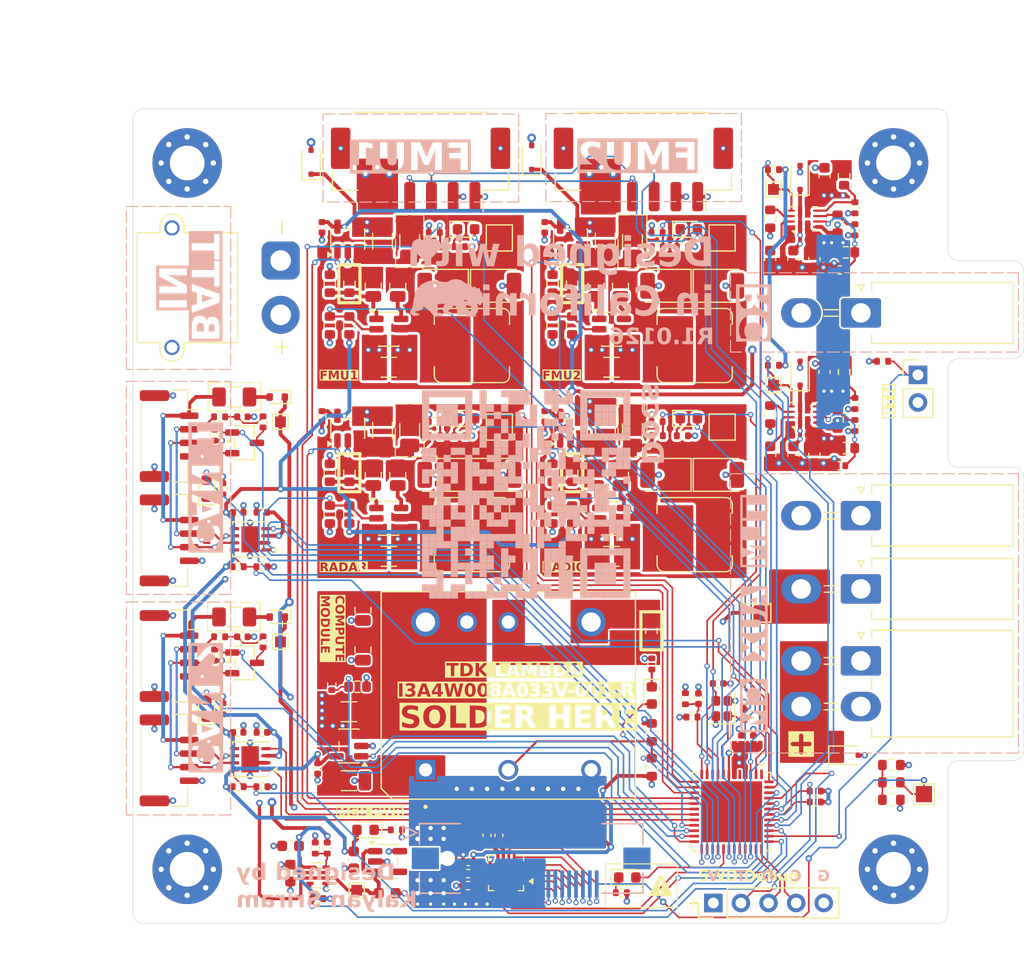
<source format=kicad_pcb>
(kicad_pcb (version 20241229) (generator "pcbnew") (generator_version "9.0")
  (layers (0 "F.Cu" signal) (4 "In1.Cu" signal) (6 "In2.Cu" signal) (8 "In3.Cu" signal) (10 "In4.Cu" signal) (2 "B.Cu" signal) (13 "F.Paste" user) (15 "B.Paste" user) (5 "F.SilkS" user "F.Silkscreen") (7 "B.SilkS" user "B.Silkscreen") (1 "F.Mask" user) (3 "B.Mask" user) (25 "Edge.Cuts" user))
  (net 0 "")
  (net 1 "GND")
  (net 2 "VBUS1")
  (net 3 "+3V3")
  (net 4 "+5V")
  (net 5 "Net-(U3-CB)")
  (net 6 "Net-(U3-SW)")
  (net 7 "+BATT")
  (net 8 "Net-(U3-FB)")
  (net 9 "/FMU1_VOUT")
  (net 10 "Net-(U5-SW)")
  (net 11 "Net-(U5-CB)")
  (net 12 "/FMU2_VOUT")
  (net 13 "Net-(U5-FB)")
  (net 14 "Net-(U7-CB)")
  (net 15 "Net-(U7-SW)")
  (net 16 "/RADIO_VOUT")
  (net 17 "Net-(U7-FB)")
  (net 18 "Net-(U9-CB)")
  (net 19 "Net-(U9-SW)")
  (net 20 "Net-(U9-FB)")
  (net 21 "/RADAR_VOUT")
  (net 22 "Net-(C24-Pad1)")
  (net 23 "/CM_VOUT")
  (net 24 "/CAN2_STATUS")
  (net 25 "Net-(D3-K)")
  (net 26 "Net-(D4-K)")
  (net 27 "/FMU1_STATUS")
  (net 28 "Net-(D5-K)")
  (net 29 "/FMU2_STATUS")
  (net 30 "/RADIO_STATUS")
  (net 31 "Net-(D6-K)")
  (net 32 "Net-(D7-K)")
  (net 33 "/RADAR_STATUS")
  (net 34 "/CAN1_STATUS")
  (net 35 "Net-(D10-K)")
  (net 36 "/CM_STATUS")
  (net 37 "Net-(D11-K)")
  (net 38 "/CANFD 2 (Redundant)/FDCAN_P")
  (net 39 "/CANFD 2 (Redundant)/FDCAN_N")
  (net 40 "VBUS2")
  (net 41 "Net-(D17-A)")
  (net 42 "/CANFD 1 (Primary)/FDCAN_P")
  (net 43 "/CANFD 1 (Primary)/FDCAN_N")
  (net 44 "Net-(D18-K)")
  (net 45 "Net-(D19-A)")
  (net 46 "/CAN2_SILENT")
  (net 47 "Net-(Q1-D)")
  (net 48 "/CAN2_TERM")
  (net 49 "/FMU1_VSENSE")
  (net 50 "/FMU1_EN")
  (net 51 "/FMU2_VSENSE")
  (net 52 "/FMU2_EN")
  (net 53 "/RADIO_VSENSE")
  (net 54 "/RADIO_EN")
  (net 55 "/RADAR_VSENSE")
  (net 56 "/RADAR_EN")
  (net 57 "/CAN1_SILENT")
  (net 58 "Net-(Q2-D)")
  (net 59 "Net-(U12-TRIM)")
  (net 60 "/CM_VSENSE")
  (net 61 "/CAN1_TERM")
  (net 62 "/CM_EN")
  (net 63 "Net-(U17-DECAP)")
  (net 65 "/CANFD 2 (Redundant)/VIN")
  (net 66 "/IESC1")
  (net 67 "/FDCAN2_TX")
  (net 68 "/FDCAN2_RX")
  (net 69 "/FMU1_ISENSE")
  (net 70 "/FMU2_ISENSE")
  (net 71 "/RADIO_ISENSE")
  (net 72 "/RADAR_ISENSE")
  (net 73 "/FDCAN1_RX")
  (net 74 "/FDCAN1_TX")
  (net 75 "/CM_ISENSE")
  (net 76 "Net-(C6-Pad1)")
  (net 77 "Net-(C11-Pad1)")
  (net 78 "Net-(C16-Pad1)")
  (net 79 "Net-(C21-Pad1)")
  (net 80 "Net-(U14-SS)")
  (net 81 "Net-(U15-SS)")
  (net 82 "/RC Radio/VOUT")
  (net 83 "/Telemetry Radio/VOUT")
  (net 84 "/FMU 1 Domain/ISENSE+")
  (net 85 "/FMU 2 Domain/ISENSE+")
  (net 86 "/Radio Domain/ISENSE+")
  (net 87 "/Radar Domain/ISENSE+")
  (net 88 "/I2C3_SCL_SMBUS")
  (net 89 "/I2C3_SDA_SMBUS")
  (net 90 "Net-(U14-PR1)")
  (net 91 "Net-(U14-ILIM)")
  (net 92 "/TELEM_STATUS")
  (net 93 "/Telemetry Radio/OV1")
  (net 94 "/Telemetry Radio/OV2")
  (net 95 "/RC_STATUS")
  (net 96 "/RC Radio/OV1")
  (net 97 "/RC Radio/OV2")
  (net 98 "Net-(U15-PR1)")
  (net 99 "Net-(U15-ILIM)")
  (net 100 "/Compute Module Domain/ISENSE+")
  (net 101 "/USART1_TX_DEBUG")
  (net 102 "/SWDIO")
  (net 103 "/SWCLK")
  (net 104 "/XIN")
  (net 105 "/XOUT")
  (net 106 "/nRST")
  (net 107 "/CANFD 1 (Primary)/VIN")
  (net 108 "Net-(U18-PR1)")
  (net 109 "Net-(C1-Pad1)")
  (net 110 "/RESV0")
  (net 111 "/IESC3")
  (net 112 "/RESV1")
  (net 113 "/IESC4")
  (net 114 "/IPAYLOAD")
  (net 115 "/RESV2")
  (net 116 "/IESC2")
  (net 117 "Net-(U17-ADDR)")
  (net 119 "/REG_STATUS")
  (net 120 "/BUTTON")
  (net 121 "Net-(D20-K)")
  (net 123 "/FAULT")
  (net 125 "Net-(R81-Pad2)")
  (footprint "LED_SMD:LED_0603_1608Metric" (layer "F.Cu") (at 103.6625 71.1)
    (property "Reference" "D4" (hide yes))
    (property "Value" "BLUE")
  )
  (footprint "MountingHole:MountingHole_3.2mm_M3_Pad_Via" (layer "F.Cu") (at 143 130)
    (property "Reference" "H3" (hide yes))
    (property "Value" "MountingHole_Pad")
  )
  (footprint "Connector_Molex:Molex_CLIK-Mate_502494-0670_1x06-1MP_P2.00mm_Horizontal" (layer "F.Cu") (at 119.975 65.6 180)
    (property "Reference" "J6" (hide yes))
    (property "Value" "Pixhawk 2")
  )
  (footprint "Diode_SMD:D_SOD-523" (layer "F.Cu") (at 86.286842 86.542 180)
    (property "Reference" "D19" (hide yes))
    (property "Value" "1PS79SB30")
  )
  (footprint "Resistor_SMD:R_0603_1608Metric" (layer "F.Cu") (at 138.45 66.2175 -90)
    (property "Reference" "R64" (hide yes))
    (property "Value" "0R")
  )
  (footprint "Resistor_SMD:R_0402_1005Metric" (layer "F.Cu") (at 131.95 83.62 180)
    (property "Reference" "R56" (hide yes))
    (property "Value" "10K")
  )
  (footprint "Capacitor_SMD:C_0805_2012Metric" (layer "F.Cu") (at 95.125 76.33 -90)
    (property "Reference" "C6" (hide yes))
    (property "Value" "CFF")
  )
  (footprint "TestPoint:TestPoint_Pad_1.0x1.0mm" (layer "F.Cu") (at 86.581842 109.07)
    (property "Reference" "TP5" (hide yes))
    (property "Value" "VBUS")
  )
  (footprint "Resistor_SMD:R_0402_1005Metric" (layer "F.Cu") (at 120.75 111.1 90)
    (property "Reference" "R50" (hide yes))
    (property "Value" "1K5")
  )
  (footprint "Resistor_SMD:R_0402_1005Metric" (layer "F.Cu") (at 121.265 90.1)
    (property "Reference" "R24" (hide yes))
    (property "Value" "91K")
  )
  (footprint "Diode_SMD:D_SOD-323F" (layer "F.Cu") (at 134.4 66.3375 90)
    (property "Reference" "D13" (hide yes))
    (property "Value" "PZU24B2A")
  )
  (footprint "Resistor_SMD:R_0402_1005Metric" (layer "F.Cu") (at 121.265 72.7)
    (property "Reference" "R16" (hide yes))
    (property "Value" "91K")
  )
  (footprint "Resistor_SMD:R_1206_3216Metric" (layer "F.Cu") (at 116.475 89.6 90)
    (property "Reference" "R23" (hide yes))
    (property "Value" "5m")
  )
  (footprint "Capacitor_SMD:C_0402_1005Metric" (layer "F.Cu") (at 130.1 118.18 90)
    (property "Reference" "C39" (hide yes))
    (property "Value" "4u7")
  )
  (footprint "Package_TO_SOT_SMD:SOT-23-5" (layer "F.Cu") (at 92.775 72 90)
    (property "Reference" "U4" (hide yes))
    (property "Value" "INA180A2")
  )
  (footprint "Diode_SMD:D_SOD-323F" (layer "F.Cu") (at 134.4 84.35 90)
    (property "Reference" "D12" (hide yes))
    (property "Value" "PZU24B2A")
  )
  (footprint "Resistor_SMD:R_0402_1005Metric" (layer "F.Cu") (at 90.885 128.045 -90)
    (property "Reference" "R74" (hide yes))
    (property "Value" "68K")
  )
  (footprint "Connector_Molex:Molex_CLIK-Mate_502494-0670_1x06-1MP_P2.00mm_Horizontal" (layer "F.Cu") (at 99.475 65.6 180)
    (property "Reference" "J5" (hide yes))
    (property "Value" "Pixhawk 1")
  )
  (footprint "Resistor_SMD:R_0603_1608Metric" (layer "F.Cu") (at 91.125 76.11 90)
    (property "Reference" "R10" (hide yes))
    (property "Value" "10K2 1%")
  )
  (footprint "Capacitor_Tantalum_SMD:CP_EIA-3528-12_Kemet-T" (layer "F.Cu") (at 106.54 76.3)
    (property "Reference" "C7" (hide yes))
    (property "Value" "33u")
  )
  (footprint "Resistor_SMD:R_0603_1608Metric" (layer "F.Cu") (at 131.65 88.15 -90)
    (property "Reference" "R55" (hide yes))
    (property "Value" "22K1")
  )
  (footprint "Capacitor_SMD:C_1206_3216Metric" (layer "F.Cu") (at 92.881474 121.85)
    (property "Reference" "C27" (hide yes))
    (property "Value" "100u")
  )
  (footprint "LED_SMD:LED_0603_1608Metric" (layer "F.Cu") (at 124.1625 88.5)
    (property "Reference" "D6" (hide yes))
    (property "Value" "BLUE")
  )
  (footprint "Capacitor_SMD:C_0402_1005Metric" (layer "F.Cu") (at 125.05 114.3 90)
    (property "Reference" "C57" (hide yes))
    (property "Value" "100n")
  )
  (footprint "Capacitor_SMD:C_0402_1005Metric" (layer "F.Cu") (at 82.6925 97.156)
    (property "Reference" "C25" (hide yes))
    (property "Value" "100n")
  )
  (footprint "Resistor_SMD:R_0603_1608Metric" (layer "F.Cu") (at 93.675 113.2)
    (property "Reference" "R48" (hide yes))
    (property "Value" "10K")
  )
  (footprint "Resistor_SMD:R_0603_1608Metric" (layer "F.Cu") (at 113.425 79.95 90)
    (property "Reference" "R21" (hide yes))
    (property "Value" "10K")
  )
  (footprint "Connector_JST:JST_GH_SM04B-GHS-TB_1x04-1MP_P1.25mm_Horizontal" (layer "F.Cu") (at 76.33 99.731 -90)
    (property "Reference" "J9" (hide yes))
    (property "Value" "SM04B-GHS")
  )
  (footprint "Resistor_SMD:R_0603_1608Metric" (layer "F.Cu") (at 91.125 93.51 90)
    (property "Reference" "R34" (hide yes))
    (property "Value" "10K2 1%")
  )
  (footprint "Resistor_SMD:R_0402_1005Metric" (layer "F.Cu") (at 135.8 123.8 180)
    (property "Reference" "R47" (hide yes))
    (property "Value" "10K")
  )
  (footprint "Capacitor_SMD:C_0402_1005Metric" (layer "F.Cu") (at 129 118.18 90)
    (property "Reference" "C38" (hide yes))
    (property "Value" "100n")
  )
  (footprint "Package_SON:HVSON-8-1EP_3x3mm_P0.65mm_EP1.6x2.4mm" (layer "F.Cu") (at 83.7925 119.875 180)
    (property "Reference" "U2" (hide yes))
    (property "Value" "TJA1051TK/3/1J")
  )
  (footprint "TestPoint:TestPoint_Pad_2.0x2.0mm" (layer "F.Cu") (at 127.225 71.9)
    (property "Reference" "TP2" (hide yes))
    (property "Value" "VREG")
  )
  (footprint "Resistor_SMD:R_0402_1005Metric" (layer "F.Cu") (at 139.45 69.1225 -90)
    (property "Reference" "R67" (hide yes))
    (property "Value" "0R")
  )
  (footprint "Resistor_SMD:R_0402_1005Metric" (layer "F.Cu") (at 139.45 87.135 -90)
    (property "Reference" "R53" (hide yes))
    (property "Value" "0R")
  )
  (footprint "Capacitor_SMD:C_0805_2012Metric" (layer "F.Cu") (at 117.875 93.73 90)
    (property "Reference" "C14" (hide yes))
    (property "Value" "100n")
  )
  (footprint "Capacitor_SMD:C_0805_2012Metric" (layer "F.Cu") (at 95.125 93.73 -90)
    (property "Reference" "C21" (hide yes))
    (property "Value" "CFF")
  )
  (footprint "Package_TO_SOT_SMD:SOT-23-5" (layer "F.Cu") (at 113.275 89.4 90)
    (property "Reference" "U8" (hide yes))
    (property "Value" "INA180A2")
  )
  (footprint "LED_SMD:LED_0603_1608Metric" (layer "F.Cu") (at 120.751474 114 -90)
    (property "Reference" "D11" (hide yes))
    (property "Value" "BLUE")
  )
  (footprint "Capacitor_SMD:C_1206_3216Metric" (layer "F.Cu") (at 117.05 101.2)
    (property "Reference" "C15" (hide yes))
    (property "Value" "2u2")
  )
  (footprint "Package_TO_SOT_SMD:SOT-23-6" (layer "F.Cu") (at 96.55 80.3)
    (property "Reference" "U3" (hide yes))
    (property "Value" "LMR51635")
  )
  (footprint "Resistor_SMD:R_0402_1005Metric" (layer "F.Cu") (at 81.28 94.9885 90)
    (property "Reference" "R49" (hide yes))
    (property "Value" "1K5")
  )
  (footprint "Capacitor_SMD:C_0402_1005Metric" (layer "F.Cu") (at 83.08 108.6)
    (property "Reference" "C1" (hide yes))
    (property "Value" "4n7")
  )
  (footprint "Resistor_SMD:R_0402_1005Metric" (layer "F.Cu") (at 131.95 65.6075 180)
    (property "Reference" "R61" (hide yes))
    (property "Value" "10K")
  )
  (footprint "Resistor_SMD:R_0603_1608Metric" (layer "F.Cu") (at 138.45 84.23 -90)
    (property "Reference" "R54" (hide yes))
    (property "Value" "0R")
  )
  (footprint "Resistor_SMD:R_0402_1005Metric" (layer "F.Cu") (at 81.28 115.2325 90)
    (property "Reference" "R6" (hide yes))
    (property "Value" "1K5")
  )
  (footprint "Capacitor_Tantalum_SMD:CP_EIA-3528-12_Kemet-T" (layer "F.Cu") (at 127.04 93.7)
    (property "Reference" "C18" (hide yes))
    (property "Value" "33u")
  )
  (footprint "Resistor_SMD:R_0402_1005Metric" (layer "F.Cu") (at 80.52 110.29 -90)
    (property "Reference" "R4" (hide yes))
    (property "Value" "10K")
  )
  (footprint "Resistor_SMD:R_0603_1608Metric" (layer "F.Cu") (at 137.85 88.61 90)
    (property "Reference" "R58" (hide yes))
    (property "Value" "5K")
  )
  (footprint "Capacitor_SMD:C_0402_1005Metric" (layer "F.Cu") (at 82.6925 117.4)
    (property "Reference" "C2" (hide yes))
    (property "Value" "100n")
  )
  (footprint "Diode_SMD:Nexperia_DSN0603-2_0.6x0.3mm_P0.4mm" (layer "F.Cu") (at 79.986842 100.156 -90)
    (property "Reference" "D9" (hide yes))
    (property "Value" "D_TVS_Small")
  )
  (footprint "Capacitor_SMD:C_0402_1005Metric" (layer "F.Cu") (at 90.4 88.32 -90)
    (property "Reference" "C50" (hide yes))
    (property "Value" "100n")
  )
  (footprint "Resistor_SMD:R_0603_1608Metric" (layer "F.Cu") (at 113.425 97.35 90)
    (property "Reference" "R29" (hide yes))
    (property "Value" "10K")
  )
  (footprint "Resistor_SMD:R_0603_1608Metric" (layer "F.Cu") (at 111.625 76.11 90)
    (property "Reference" "R18" (hide yes))
    (property "Value" "10K2 1%")
  )
  (footprint "Capacitor_SMD:C_0603_1608Metric" (layer "F.Cu") (at 87.485 130.345 -90)
    (property "Reference" "C45" (hide yes))
    (property "Value" "1u")
  )
  (footprint "Resistor_SMD:R_0402_1005Metric" (layer "F.Cu") (at 138.05 92.86 180)
    (property "Reference" "R60" (hide yes))
    (property "Value" "5K")
  )
  (footprint "Capacitor_SMD:C_0402_1005Metric" (layer "F.Cu") (at 103.865 129.3 180)
    (property "Reference" "C44" (hide yes))
    (property "Value" "1u")
  )
  (footprint "LED_SMD:LED_0603_1608Metric" (layer "F.Cu") (at 118.5 130.75)
    (property "Reference" "D20" (hide yes))
    (property "Value" "RED")
  )
  (footprint "Package_TO_SOT_SMD:SOT-23-6" (layer "F.Cu") (at 117.05 97.7)
    (property "Reference" "U7" (hide yes))
    (property "Value" "LMR51635")
  )
  (footprint "Connector_Molex:Molex_Mini-Fit_Jr_5569-02A2_2x01_P4.20mm_Horizontal" (layer "F.Cu") (at 140 78.8 -90)
    (property "Reference" "J4" (hide yes))
    (property "Value" "MiniFit")
  )
  (footprint "Fuse:Fuse_1206_3216Metric" (layer "F.Cu") (at 98.475 89.6 -90)
    (property "Reference" "F5" (hide yes))
    (property "Value" "Polyfuse")
  )
  (footprint "TestPoint:TestPoint_Pad_1.0x1.0mm" (layer "F.Cu") (at 131.95 85.45 90)
    (property "Reference" "TP6" (hide yes))
    (property "Value" "STATUS")
  )
  (footprint "TestPoint:TestPoint_Pad_1.0x1.0mm" (layer "F.Cu") (at 131.95 67.4375 90)
    (property "Reference" "TP7" (hide yes))
    (property "Value" "STATUS")
  )
  (footprint "Connector_Molex:Molex_Mini-Fit_Jr_5569-04A2_2x02_P4.20mm_Horizontal" (layer "F.Cu") (at 140 110.819758 -90)
    (property "Reference" "J10" (hide yes))
    (property "Value" "MiniFit")
  )
  (footprint "Capacitor_Tantalum_SMD:CP_EIA-3528-12_Kemet-T" (layer "F.Cu") (at 121.9 93.7 180)
    (property "Reference" "C17" (hide yes))
    (property "Value" "33u")
  )
  (footprint "Capacitor_SMD:C_0805_2012Metric" (layer "F.Cu") (at 94.175 109.8 -90)
    (property "Reference" "C29" (hide yes))
    (property "Value" "22u")
  )
  (footprint "Capacitor_SMD:C_0805_2012Metric" (layer "F.Cu") (at 115.625 76.33 -90)
    (property "Reference" "C11" (hide yes))
    (property "Value" "CFF")
  )
  (footprint "Capacitor_SMD:C_0603_1608Metric" (layer "F.Cu") (at 135.72 73.8375 -90)
    (property "Reference" "C34" (hide yes))
    (property "Value" "2u2")
  )
  (footprint "Resistor_SMD:R_0603_1608Metric" (layer "F.Cu") (at 91.125 79.95 -90)
    (property "Reference" "R14" (hide yes))
    (property "Value" "10K")
  )
  (footprint "Capacitor_SMD:C_0402_1005Metric" (layer "F.Cu") (at 90.4 70.92 -90)
    (property "Reference" "C47" (hide yes))
    (property "Value" "100n")
  )
  (footprint "Resistor_SMD:R_0603_1608Metric" (layer "F.Cu") (at 92.925 79.95 90)
    (property "Reference" "R13" (hide yes))
    (property "Value" "10K")
  )
  (footprint "Capacitor_SMD:C_0805_2012Metric" (layer "F.Cu") (at 115.625 93.73 -90)
    (property "Reference" "C16" (hide yes))
    (property "Value" "CFF")
  )
  (footprint "Resistor_SMD:R_0603_1608Metric" (layer "F.Cu") (at 120.751474 120.6 90)
    (property "Reference" "R51" (hide yes))
    (property "Value" "10K")
  )
  (footprint "Diode_SMD:D_SOD-323F" (layer "F.Cu") (at 130.1 106.4 180)
    (property "Reference" "D21" (hide yes))
    (property "Value" "PZU24B2A")
  )
  (footprint "Capacitor_SMD:C_0805_2012Metric" (layer "F.Cu") (at 117.875 76.33 90)
    (property "Reference" "C9" (hide yes))
    (property "Value" "100n")
  )
  (footprint "Package_TO_SOT_SMD:SOT-23-3" (layer "F.Cu") (at 83.28 111)
    (property "Reference" "Q1" (hide yes))
    (property "Value" "Q_NMOS_GSD")
  )
  (footprint "Connector_Molex:Molex_Mini-Fit_Jr_5569-02A2_2x01_P4.20mm_Horizontal" (layer "F.Cu") (at 140 104.2 -90)
    (property "Reference" "J13" (hide yes))
    (property "Value" "MiniFit")
  )
  (footprint "Resistor_SMD:R_0603_1608Metric" (layer "F.Cu") (at 92.925 76.11 -90)
    (property "Reference" "R9" (hide yes))
    (property "Value" "56K1 1%")
  )
  (footprint "Package_DFN_QFN:QFN-48-1EP_7x7mm_P0.5mm_EP5.6x5.6mm" (layer "F.Cu") (at 128.1 124.7 -90)
    (property "Reference" "U1" (hide yes))
    (property "Value" "STM32G0B1CBUx")
  )
  (footprint "Resistor_SMD:R_0603_1608Metric" (layer "F.Cu") (at 92.925 93.51 -90)
    (property "Reference" "R33" (hide yes))
    (property "Value" "56K1 1%")
  )
  (footprint "Resistor_SMD:R_0603_1608Metric" (layer "F.Cu") (at 142.8 122)
    (property "Reference" "R82" (hide yes))
    (property "Value" "1K")
  )
  (footprint "Capacitor_SMD:C_0603_1608Metric" (layer "F.Cu") (at 133.78 73.8375 -90)
    (property "Reference" "C36" (hide yes))
    (property "Value" "1u")
  )
  (footprint "Diode_SMD:Nexperia_DSN0603-2_0.6x0.3mm_P0.4mm" (layer "F.Cu") (at 79.986842 119.15 -90)
    (property "Reference" "D1" (hide yes))
    (property "Value" "D_TVS_Small")
  )
  (footprint "Resistor_SMD:R_0603_1608Metric" (layer "F.Cu") (at 111.625 97.35 -90)
    (property "Reference" "R30" (hide yes))
    (property "Value" "10K")
  )
  (footprint "Capacitor_SMD:C_0603_1608Metric" (layer "F.Cu") (at 136.65 84.23 90)
    (property "Reference" "C30" (hide yes))
    (property "Value" "2u2")
  )
  (footprint "Resistor_SMD:R_0603_1608Metric" (layer "F.Cu") (at 113.425 76.11 -90)
    (property "Reference" "R17" (hide yes))
    (property "Value" "56K1 1%")
  )
  (footprint "Resistor_SMD:R_0603_1608Metric" (layer "F.Cu") (at 138.6 91.235)
    (property "Reference" "R59" (hide yes))
    (property "Value" "5K")
  )
  (footprint "Resistor_SMD:R_0603_1608Metric" (layer "F.Cu") (at 137.85 70.5975 90)
    (property "Reference" "R62" (hide yes))
    (property "Value" "5K")
  )
  (footprint "Resistor_SMD:R_0402_1005Metric" (layer "F.Cu") (at 97.25 126.37)
    (property "Reference" "R70" (hide yes))
    (property "Value" "1K5")
  )
  (footprint "TestPoint:TestPoint_Pad_1.0x1.0mm" (layer "F.Cu") (at 93.6 131.93)
    (property "Reference" "TP9" (hide yes))
    (property "Value" "5V")
  )
  (footprint "Resistor_SMD:R_0402_1005Metric" (layer "F.Cu") (at 91.3 113 -90)
    (property "Reference" "R44" (hide yes))
    (property "Value" "91K")
  )
  (footprint "Resistor_SMD:R_0402_1005Metric" (layer "F.Cu") (at 80.98 88.356)
    (property "Reference" "R39" (hide yes))
    (property "Value" "60R")
  )
  (footprint "Resistor_SMD:R_0402_1005Metric" (layer "F.Cu") (at 138.05 74.8475 180)
    (property "Reference" "R66" (hide yes))
    (property "Value" "5K")
  )
  (footprint "Diode_SMD:D_SOD-323F" (layer "F.Cu") (at 138.65 119.5)
    (property "Reference" "D14" (hide yes))
    (property "Value" "PZU24B2A")
  )
  (footprint "Capacitor_SMD:C_0603_1608Metric" (layer "F.Cu") (at 136.65 66.2175 90)
    (property "Reference" "C33" (hide yes))
    (property "Value" "2u2")
  )
  (footprint "Resistor_SMD:R_0402_1005Metric" (layer "F.Cu") (at 84.8725 102.156)
    (property "Reference" "R46" (hide yes))
    (property "Value" "10K")
  )
  (footprint "Fuse:Fuse_1206_3216Metric" (layer "F.Cu") (at 98.475 72.2 -90)
    (property "Reference" "F2" (hide yes))
    (property "Value" "Polyfuse")
  )
  (footprint "Resistor_SMD:R_0402_1005Metric" (layer "F.Cu") (at 103.0725 72.7)
    (property "Reference" "R12" (hide yes))
    (property "Value" "1K5")
  )
  (footprint "Capacitor_SMD:C_0603_1608Metric" (layer "F.Cu") (at 135.72 91.85 -90)
    (property "Reference" "C31" (hide yes))
    (property "Value" "2u2")
  )
  (footprint "Diode_SMD:Nexperia_DSN0603-2_0.6x0.3mm_P0.4mm" (layer "F.Cu") (at 79.986842 120.4 -90)
    (property "Reference" "D2" (hide yes))
    (property "Value" "D_TVS_Small")
  )
  (footprint "Capacitor_SMD:C_0805_2012Metric" (layer "F.Cu") (at 97.375 93.73 90)
    (property "Reference" "C19" (hide yes))
    (property "Value" "100n")
  )
  (footprint "Resistor_SMD:R_0402_1005Metric" (layer "F.Cu") (at 90.01 132.7 180)
    (property "Reference" "R77" (hide yes))
    (property "Value" "10K")
  )
  (footprint "Inductor_SMD:L_Bourns_SRP7028A_7.3x6.6mm" (layer "F.Cu") (at 104.2 99.2)
    (property "Reference" "L4" (hide yes))
    (property "Value" "10u")
  )
  (footprint "LED_SMD:LED_0603_1608Metric" (layer "F.Cu") (at 94.4125 126.37 180)
    (property "Reference" "D18" (hide yes))
    (property "Value" "GREEN")
  )
  (footprint "Resistor_SMD:R_0402_1005Metric" (layer "F.Cu") (at 100.765 72.7)
    (property "Reference" "R8" (hide yes))
    (property "Value" "91K")
  )
  (footprint "Capacitor_SMD:C_0402_1005Metric" (layer "F.Cu") (at 105.585 126.88 90)
    (property "Reference" "C42" (hide yes))
    (property "Value" "1u")
  )
  (footprint "Capacitor_SMD:C_0402_1005Metric" (layer "F.Cu") (at 110.9 88.32 -90)
    (property "Reference" "C49" (hide yes))
    (property "Value" "100n")
  )
  (footprint "Package_TO_SOT_SMD:SOT-23-5" (layer "F.Cu") (at 96.4375 129.28)
    (property "Reference" "U16" (hide yes))
    (property "Value" "TLV71333PDBVR")
  )
  (footprint "Resistor_SMD:R_0402_1005Metric" (layer "F.Cu") (at 80.98 108.6)
    (property "Reference" "R1" (hide yes))
    (property "Value" "60R")
  )
  (footprint "Resistor_SMD:R_0402_1005Metric" (layer "F.Cu") (at 82.6925 102.156)
    (property "Reference" "R40" (hide yes))
    (property "Value" "100K")
  )
  (footprint "LED_SMD:LED_0603_1608Metric" (layer "F.Cu") (at 79.78 115.2125 90)
    (property "Reference" "D3" (hide yes))
    (property "Value" "BLUE")
  )
  (footprint "Capacitor_SMD:C_0402_1005Metric" (layer "F.Cu") (at 110.9 70.92 -90)
    (property "Reference" "C48" (hide yes))
    (property "Value" "100n")
  )
  (footprint "Diode_SMD:D_SOD-323F" (layer "F.Cu") (at 109.7 64.5 90)
    (property "Reference" "D16" (hide yes))
    (property "Value" "PZU24B2A")
  )
  (footprint "Inductor_SMD:L_Bourns_SRP7028A_7.3x6.6mm" (layer "F.Cu") (at 124.7 99.2)
    (property "Reference" "L3" (hide yes))
    (property "Value" "10u")
  )
  (footprint "Resistor_SMD:R_0402_1005Metric" (layer "F.Cu") (at 135.8 122.8 180)
    (property "Reference" "R69" (hide yes))
    (property "Value" "10K")
  )
  (footprint "Capacitor_Tantalum_SMD:CP_EIA-3528-12_Kemet-T" (layer "F.Cu") (at 106.54 93.7)
    (property "Reference" "C23" (hide yes))
    (property "Value" "33u")
  )
  (footprint "Fuse:Fuse_1206_3216Metric" (layer "F.Cu") (at 82.33 106.775)
    (property "Reference" "F1" (hide yes))
    (property "Value" "Polyfuse")
  )
  (footprint "LED_SMD:LED_0603_1608Metric" (layer "F.Cu") (at 103.6625 88.5)
    (property "Reference" "D7" (hide yes))
    (property "Value" "BLUE")
  )
  (footprint "Package_SON:HVSON-8-1EP_3x3mm_P0.65mm_EP1.6x2.4mm" (layer "F.Cu") (at 83.7925 99.631 180)
    (property "Reference" "U11" (hide yes))
    (property "Value" "TJA1051TK/3/1J")
  )
  (footprint "Package_TO_SOT_SMD:SOT-23-3" (layer "F.Cu") (at 83.28 90.756)
    (property "Reference" "Q2" (hide yes))
    (property "Value" "Q_NMOS_GSD")
  )
  (footprint "Inductor_SMD:L_Bourns_SRP7028A_7.3x6.6mm" (layer "F.Cu") (at 124.7 81.8)
    (property "Reference" "L2" (hide yes))
    (property "Value" "10u")
  )
  (footprint "Package_TO_SOT_SMD:SOT-23-6" (layer "F.Cu") (at 117.05 80.3)
    (property "Reference" "U5" (hide yes))
    (property "Value" "LMR51635")
  )
  (footprint "Capacitor_SMD:C_0603_1608Metric" (layer "F.Cu") (at 133.78 91.85 -90)
    (property "Reference" "C37" (hide yes))
    (property "Value" "1u")
  )
  (footprint "Resistor_SMD:R_0402_1005Metric" (layer "F.Cu") (at 121.24 71.4 180)
    (property "Reference" "R19" (hide yes))
    (property "Value" "10K")
  )
  (footprint "Diode_SMD:Nexperia_DSN0603-2_0.6x0.3mm_P0.4mm" (layer "F.Cu") (at 79.986842 98.906 -90)
    (property "Reference" "D8" (hide yes))
    (property "Value" "D_TVS_Small")
  )
  (footprint "MountingHole:MountingHole_3.2mm_M3_Pad_Via" (layer "F.Cu") (at 78 65)
    (property "Reference" "H1" (hide yes))
    (property "Value" "MountingHole_Pad")
  )
  (footprint "Resistor_SMD:R_0402_1005Metric" (layer "F.Cu") (at 139.45 71.1475 -90)
    (property "Reference" "R65" (hide yes))
    (property "Value" "5K")
  )
  (footprint "Package_TO_SOT_SMD:SOT-583-8" (layer "F.Cu") (at 90.035 130.55 180)
    (property "Reference" "U18" (hide yes))
    (property "Value" "TPS2116DRL")
  )
  (footprint "Resistor_SMD:R_1206_3216Metric" (layer "F.Cu") (at 116.475 72.2 90)
    (property "Reference" "R15" (hide yes))
    (property "Value" "5m")
  )
  (footprint "Capacitor_SMD:C_0805_2012Metric" (layer "F.Cu") (at 97.375 76.33 90)
    (property "Reference" "C4" (hide yes))
    (property "Value" "100n")
  )
  (footprint "Connector_JST:JST_GH_SM04B-GHS-TB_1x04-1MP_P1.25mm_Horizontal" (layer "F.Cu") (at 76.33 110.375 -90)
    (property "Reference" "J2" (hide yes))
    (property "Value" "SM04B-GHS")
  )
  (footprint "Capacitor_Tantalum_SMD:CP_EIA-3528-12_Kemet-T" (layer "F.Cu") (at 127.04 76.3)
    (property "Reference" "C12" (hide yes))
    (property "Value" "33u")
  )
  (footprint "Fuse:Fuse_1206_3216Metric" (layer "F.Cu") (at 118.975 72.2 -90)
    (property "Reference" "F3" (hide yes))
    (property "Value" "Polyfuse")
  )
  (footprint "Resistor_SMD:R_1206_3216Metric" (layer "F.Cu") (at 95.975 89.6 90)
    (property "Reference" "R31" (hide yes))
    (property "Value" "5m")
  )
  (footprint "Package_DFN_QFN:Texas_VQFN-HR-12_2x2.5mm_P0.5mm" (layer "F.Cu") (at 134.75 88.15 90)
    (property "Reference" "U14" (hide yes))
    (property "Value" "TPS2121")
  )
  (footprint "Capacitor_SMD:C_1206_3216Metric" (layer "F.Cu") (at 117.05 83.8)
    (property "Reference" "C10" (hide yes))
    (property "Value" "2u2")
  )
  (footprint "Resistor_SMD:R_0603_1608Metric" (layer "F.Cu") (at 111.625 79.95 -90)
    (property "Reference" "R22" (hide yes))
    (property "Value" "10K")
  )
  (footprint "Capacitor_SMD:C_0603_1608Metric" (layer "F.Cu") (at 93.33 129.13 -90)
    (property "Reference" "C40" (hide yes))
    (property "Value" "100n")
  )
  (footprint "Package_TO_SOT_SMD:SOT-23-5" (layer "F.Cu") (at 113.275 72 90)
    (property "Reference" "U6" (hide yes))
    (property "Value" "INA180A2")
  )
  (footprint "Capacitor_SMD:C_0402_1005Metric" (layer "F.Cu") (at 90 120.72 -90)
    (property "Reference" "C51" (hide yes))
    (property "Value" "100n")
  )
  (footprint "Capacitor_SMD:C_0402_1005Metric" (layer "F.Cu") (at 106.685 126.88 90)
    (property "Reference" "C46" (hide yes))
    (property "Value" "1u")
  )
  (footprint "Capacitor_SMD:C_0402_1005Metric" (layer "F.Cu") (at 83.08 88.356)
    (property "Reference" "C24" (hide yes))
    (property "Value" "4n7")
  )
  (footprint "Resistor_SMD:R_0603_1608Metric" (layer "F.Cu") (at 113.425 93.51 -90)
    (property "Reference" "R25" (hide yes))
    (property "Value" "56K1 1%")
  )
  (footprint "Capacitor_Tantalum_SMD:CP_EIA-3528-12_Kemet-T" (layer "F.Cu") (at 121.9 76.3 180)
    (property "Reference" "C13" (hide yes))
    (property "Value" "33u")
  )
  (footprint "Resistor_SMD:R_0402_1005Metric" (layer "F.Cu") (at 103.855 130.4)
    (property "Reference" "R73" (hide yes))
    (property "Value" "R")
  )
  (footprint "Diode_SMD:D_SOD-323F" (layer "F.Cu") (at 89.4 64.9275 90)
    (property "Reference" "D15" (hide yes))
    (property "Value" "PZU24B2A")
  )
  (footprint "Resistor_SMD:R_0402_1005Metric" (layer "F.Cu") (at 80.52 90.046 -90)
    (property "Reference" "R45" (hide yes))
    (property "Value" "10K")
  )
  (footprint "TestPoint:TestPoint_Pad_1.5x1.5mm" (layer "F.Cu") (at 145.8 123.08)
    (property "Reference" "TP11" (hide yes))
    (property "Value" "VBAT_SCALED")
  )
  (footprint "Connector_Molex:Molex_Mini-Fit_Jr_5569-02A2_2x01_P4.20mm_Horizontal" (layer "F.Cu") (at 140 97.45 -90)
    (property "Reference" "J3" (hide yes))
    (property "Value" "MiniFit")
  )
  (footprint "Fuse:Fuse_1206_3216Metric" (layer "F.Cu") (at 118.975 89.6 -90)
    (property "Reference" "F4" (hide yes))
    (property "Value" "Polyfuse")
  )
  (footprint "Connector_PinHeader_2.54mm:PinHeader_1x05_P2.54mm_Vertical" (layer "F.Cu") (at 126.42 133.1 90)
    (property "Reference" "J8" (hide yes))
    (property "Value" "DEBUG")
  )
  (footprint "Package_DFN_QFN:Texas_VQFN-HR-12_2x2.5mm_P0.5mm" (layer "F.Cu") (at 134.75 70.1375 90)
    (property "Reference" "U15" (hide yes))
    (property "Value" "TPS2121")
  )
  (footprint "LED_SMD:LED_0603_1608Metric" (layer "F.Cu") (at 124.1625 71.1)
    (property "Reference" "D5" (hide yes))
    (property "Value" "BLUE")
  )
  (footprint "Capacitor_SMD:C_0603_1608Metric" (layer "F.Cu") (at 87.51 127.845 180)
    (property "Reference" "C43" (hide yes))
    (property "Value" "1u")
  )
  (footprint "Resistor_SMD:R_0603_1608Metric" (layer "F.Cu") (at 142.8 120.4 180)
    (property "Reference" "R81" (hide yes))
    (property "Value" "220K 1%")
  )
  (footprint "Package_DFN_QFN:WQFN-16-1EP_3x3mm_P0.5mm_EP1.68x1.68mm" (layer "F.Cu") (at 107.3425 130.35 180)
    (property "Reference" "U17" (hide yes))
    (property "Value" "TLA2528")
  )
  (footprint "Resistor_SMD:R_0603_1608Metric" (layer "F.Cu") (at 120.725 108.05 90)
    (property "Reference" "R43" (hide yes))
    (property "Value" "Rup")
  )
  (footprint "Resistor_SMD:R_0402_1005Metric" (layer "F.Cu") (at 84.98 109.07 -90)
    (property "Reference" "R3" (hide yes))
    (property "Value" "60R")
  )
  (footprint "TestPoint:TestPoint_Pad_2.0x2.0mm" (layer "F.Cu") (at 127.225 89.3)
    (property "Reference" "TP3" (hide yes))
    (property "Value" "VREG")
  )
  (footprint "Capacitor_SMD:C_0603_1608Metric" (layer "F.Cu") (at 131.65 73.8375 -90)
    (property "Reference" "C35" (hide yes))
    (property "Value" "1u")
  )
  (footprint "Resistor_SMD:R_0402_1005Metric" (layer "F.Cu") (at 100.74 88.8 180)
    (property "Reference" "R35" (hide yes))
    (property "Value" "10K")
  )
  (footprint "Inductor_SMD:L_Bourns_SRP7028A_7.3x6.6mm" (layer "F.Cu") (at 104.2 81.8)
    (property "Reference" "L1" (hide yes))
    (property "Value" "10u")
  )
  (footprint "Diode_SMD:D_SOD-523" (layer "F.Cu") (at 86.286842 106.786 180)
    (property "Reference" "D17" (hide yes))
    (property "Value" "1PS79SB30")
  )
  (footprint "Capacitor_SMD:C_0805_2012Metric" (layer "F.Cu") (at 94.175 106.15 -90)
    (property "Reference" "C28" (hide yes))
    (property "Value" "100n")
  )
  (footprint "Capacitor_SMD:C_0402_1005Metric" (layer "F.Cu") (at 126.85 112.9)
    (property "Reference" "C55" (hide yes))
    (property "Value" "6p")
  )
  (footprint "Resistor_SMD:R_1206_3216Metric" (layer "F.Cu") (at 95.975 72.2 90)
    (property "Reference" "R7" (hide yes))
    (property "Value" "5m")
  )
  (footprint "Resistor_SMD:R_0603_1608Metric" (layer "F.Cu") (at 142.8 123.6)
    (property "Reference" "R83" (hide yes))
    (property "Value" "10K 1%")
  )
  (footprint "Capacitor_SMD:C_1206_3216Metric" (layer "F.Cu") (at 96.55 101.2)
    (property "Reference" "C20" (hide yes))
    (property "Value" "2u2")
  )
  (footprint "Connector_JST:JST_GH_SM04B-GHS-TB_1x04-1MP_P1.25mm_Horizontal" (layer "F.Cu") (at 76.33 119.975 -90)
    (property "Reference" "J1" (hide yes))
    (property "Value" "SM04B-GHS")
  )
  (footprint "Crystal:Crystal_SMD_2016-4Pin_2.0x1.6mm" (layer "F.Cu") (at 127.2 115.2 90)
    (property "Reference" "Y1" (hide yes))
    (property "Value" "XRCGB16M000FXN20R0")
  )
  (footprint "MountingHole:MountingHole_3.2mm_M3_Pad_Via" (layer "F.Cu") (at 143 65)
    (property "Reference" "H2" (hide yes))
    (property "Value" "MountingHole_Pad")
  )
  (footprint "Capacitor_Tantalum_SMD:CP_EIA-3528-12_Kemet-T" (layer "F.Cu") (at 101.4 93.7 180)
    (property "Reference" "C22" (hide yes))
    (property "Value" "33u")
  )
  (footprint "Package_TO_SOT_SMD:SOT-23-5" (layer "F.Cu") (at 92.881474 118.65 180)
    (property "Reference" "U13" (hide yes))
    (property "Value" "INA180A2")
  )
  (footprint "Resistor_SMD:R_0402_1005Metric" (layer "F.Cu") (at 103.855 131.5 180)
    (property "Reference" "R75" (hide yes))
    (property "Value" "R")
  )
  (footprint "Resistor_SMD:R_0603_1608Metric" (layer "F.Cu") (at 91.125 97.35 -90)
    (property "Reference" "R38" (hide yes))
    (property "Value" "10K")
  )
  (footprint "TestPoint:TestPoint_Pad_1.0x1.0mm" (layer "F.Cu") (at 86.581842 88.826)
    (property "Reference" "TP8" (hide yes))
    (property "Value" "VBUS")
  )
  (footprint "Capacitor_SMD:C_0402_1005Metric" (layer "F.Cu") (at 129.25 115.77 90)
    (property "Reference" "C54" (hide yes))
    (property "Value" "6p")
  )
  (footprint "Resistor_SMD:R_0402_1005Metric" (layer "F.Cu") (at 117.9525 132.15)
    (property "Reference" "R78" (hide yes))
    (property "Value" "330")
  )
  (footprint "Resistor_SMD:R_0402_1005Metric" (layer "F.Cu") (at 123.85 114.3 -90)
    (property "Reference" "R71" (hide yes))
    (property "Value" "10K")
  )
  (footprint "Capacitor_SMD:C_1206_3216Metric" (layer "F.Cu") (at 96.55 83.8)
    (property "Reference" "C5" (hide yes))
    (property "Value" "2u2")
  )
  (footprint "Resistor_SMD:R_0402_1005Metric" (layer "F.Cu") (at 89.785 128.045 90)
    (property "Reference" "R76" (hide yes))
    (property "Value" "22K")
  )
  (footprint "Capacitor_Tantalum_SMD:CP_EIA-3528-12_Kemet-T" (layer "F.Cu") (at 101.4 76.3 180)
    (property "Reference" "C8" (hide yes))
    (property "Value" "33u")
  )
  (footprint "Resistor_SMD:R_0402_1005Metric" (layer "F.Cu") (at 82.6925 122.4)
    (property "Reference" "R2" (hide yes))
    (property "Value" "100K")
  )
  (footprint "Connector_PinHeader_2.54mm:PinHeader_1x02_P2.54mm_Vertical" (layer "F.Cu") (at 145.25 84.5)
    (property "Reference" "J14" (hide yes))
    (property "Value" "Conn_01x02")
  )
  (footprint "TestPoint:TestPoint_Pad_2.0x2.0mm" (layer "F.Cu") (at 106.725 71.9)
    (property "Reference" "TP1" (hide yes))
    (property "Value" "VREG")
  )
  (footprint "Resistor_SMD:R_0402_1005Metric" (layer "F.Cu") (at 103.0725 90.1)
    (property "Reference" "R36" (hide yes))
    (property "Value" "1K5")
  )
  (footprint "Package_TO_SOT_SMD:SOT-23-5" (layer "F.Cu") (at 92.775 89.4 90)
    (property "Reference" "U10" (hide yes))
    (property "Value" "INA180A2")
  )
  (footprint "Resistor_SMD:R_0603_1608Metric" (layer "F.Cu") (at 131.65 70.1375 -90)
    (property "Reference" "R68" (hide yes))
    (property "Value" "22K1")
  )
  (footprint "Package_TO_SOT_SMD:SOT-23-6" (layer "F.Cu") (at 96.55 97.7)
    (property "Reference" "U9" (hide yes))
    (property "Value" "LMR51635")
  )
  (footprint "Capacitor_SMD:C_0402_1005Metric" (layer "F.Cu") (at 84.8725 117.4 180)
    (property "Reference" "C3" (hide yes))
    (property "Value" "100n")
  )
  (footprint "I3A4W008A033V-001-R:CONV_I3A4W008A033V-001-R" (layer "F.Cu") (at 107.551474 114 90)
    (property "Reference" "U12" (hide yes))
    (property "Value" "I3A4W008A033V-001-R")
  )
  (footprint "Resistor_SMD:R_0402_1005Metric" (layer "F.Cu") (at 121.24 88.8 180)
    (property "Reference" "R27" (hide yes))
    (property "Value" "10K")
  )
  (footprint "Resistor_SMD:R_0603_1608Metric" (layer "F.Cu") (at 92.925 97.35 90)
    (property "Reference" "R37" (hide yes))
    (property "Value" "10K")
  )
  (footprint "Resistor_SMD:R_0402_1005Metric" (layer "F.Cu") (at 100.74 71.4 180)
    (property "Reference" "R11" (hide yes))
    (property "Value" "10K")
  )
  (footprint "Resistor_SMD:R_0402_1005Metric" (layer "F.Cu") (at 84.98 88.826 -90)
    (property "Reference" "R41" (hide yes))
    (property "Value" "60R")
  )
  (footprint "Capacitor_SMD:C_0603_1608Metric" (layer "F.Cu") (at 96.4 132.2)
    (property "Reference" "C41" (hide yes))
    (property "Value" "100n")
  )
  (footprint "Resistor_SMD:R_1206_3216Metric" (layer "F.Cu") (at 92.881474 115.5 180)
    (property "Reference" "R42" (hide yes))
    (property "Value" "5m")
  )
  (footprint "Resistor_SMD:R_0402_1005Metric" (layer "F.Cu") (at 123.5725 90.1)
    (property "Reference" "R28" (hide yes))
    (property "Value" "1K5")
  )
  (footprint "Resistor_SMD:R_0402_1005Metric" (layer "F.Cu") (at 123.5725 72.7)
    (property "Reference" "R20" (hide yes))
    (property "Value" "1K5")
  )
  (footprint "TestPoint:TestPoint_Pad_2.0x2.0mm" (layer "F.Cu") (at 106.725 89.3)
    (property "Reference" "TP4" (hide yes))
    (property "Value" "VREG")
  )
  (footprint "Resistor_SMD:R_0402_1005Metric" (layer "F.Cu") (at 139.45 89.16 -90)
    (property "Reference" "R57" (hide yes))
    (property "Value" "5K")
  )
  (footprint "Resistor_SMD:R_0603_1608Metric" (layer "F.Cu") (at 120.75 117.4 90)
    (property "Reference" "R52" (hide yes))
    (property "Value" "10K")
  )
  (footprint "Resistor_SMD:R_0603_1608Metric" (layer "F.Cu") (at 111.625 93.51 90)
    (property "Reference" "R26" (hide yes))
    (property "Value" "10K2 1%")
  )
  (footprint "Resistor_SMD:R_0603_1608Metric" (layer "F.Cu") (at 138.6 73.2225)
    (property "Reference" "R63" (hide yes))
    (property "Value" "5K")
  )
  (footprint "Fuse:Fuse_1206_3216Metric" (layer "F.Cu") (at 82.33 86.531)
    (property "Reference" "F6" (hide yes))
    (property "Value" "Polyfuse")
  )
  (footprint "Capacitor_SMD:C_0603_1608Metric" (layer "F.Cu") (at 131.65 91.85 -90)
    (property "Reference" "C32" (hide yes))
    (property "Value" "1u")
  )
  (footprint "Connector_AMASS:AMASS_XT30PW-M_1x02_P2.50mm_Horizontal" (layer "F.Cu") (at 86.6 73.97675 90)
    (property "Reference" "J11" (hide yes))
    (property "Value" "XT30")
  )
  (footprint "Connector_JST:JST_GH_SM04B-GHS-TB_1x04-1MP_P1.25mm_Horizontal" (layer "F.Cu") (at 76.33 90.131 -90)
    (property "Reference" "J7" (hide yes))
    (property "Value" "SM04B-GHS")
  )
  (footprint "Resistor_SMD:R_0402_1005Metric" (layer "F.Cu") (at 84.8725 122.4)
    (property "Reference" "R5" (hide yes))
    (property "Value" "10K")
  )
  (footprint "LED_SMD:LED_0603_1608Metric" (layer "F.Cu") (at 79.78 94.9685 90)
    (property "Reference" "D10" (hide yes))
    (property "Value" "BLUE")
  )
  (footprint "Resistor_SMD:R_0402_1005Metric" (layer "F.Cu") (at 124.45 115.99 180)
    (property "Reference" "R72" (hide yes))
    (property "Value" "0")
  )
  (footprint "MountingHole:MountingHole_3.2mm_M3_Pad_Via" (layer "F.Cu") (at 78 130)
    (property "Reference" "H4" (hide yes))
    (property "Value" "MountingHole_Pad")
  )
  (footprint "Resistor_SMD:R_0402_1005Metric" (layer "F.Cu") (at 100.765 90.1)
    (property "Reference" "R32" (hide yes))
    (property "Value" "91K")
  )
  (footprint "Capacitor_SMD:C_0402_1005Metric" (layer "F.Cu") (at 84.8725 97.156 180)
    (property "Reference" "C26" (hide yes))
    (property "Value" "100n")
  )
  (footprint "Resistor_SMD:R_0402_1005Metric" (layer "F.Cu") (at 141.99 83.25)
    (property "Reference" "R79" (hide yes))
    (property "Value" "10K")
  )
  (footprint "LOGO" (layer "B.Cu") (at 102.014171 77.428688 180)
    (property "Reference" "G***" (hide yes))
    (property "Value" "LOGO" (hide yes))
  )
  (footprint "528850474:CON_528850474_MOL" (layer "B.Cu") (at 109.65111 129)
    (property "Reference" "J12" (hide yes))
    (property "Value" "Mezzanine")
  )
  (gr_poly (pts (xy 121.588779 130.543569) (xy 121.599852 130.544649) (xy 121.610842 130.546449) (xy 121.621706 130.548969) (xy 121.632402 130.55221) (xy 121.64289 130.55617) (xy 121.653126 130.56085) (xy 121.663069 130.566251) (xy 121.672677 130.572371) (xy 121.681908 130.579212) (xy 121.69072 130.586772) (xy 121.699072 130.595053) (xy 121.706922 130.604054) (xy 121.714227 130.613775) (xy 121.720946 130.624215) (xy 121.727037 130.635376) (xy 122.618114 132.214392) (xy 122.622998 132.22485) (xy 122.627098 132.2354) (xy 122.630432 132.246014) (xy 122.633017 132.256665) (xy 122.634869 132.267324) (xy 122.636005 132.277965) (xy 122.636442 132.288559) (xy 122.636198 132.299078) (xy 122.635288 132.309494) (xy 122.63373 132.31978) (xy 122.63154 132.329908) (xy 122.628736 132.33985) (xy 122.625334 132.349578) (xy 122.621352 132.359065) (xy 122.616806 132.368282) (xy 122.611712 132.377202) (xy 122.606089 132.385796) (xy 122.599952 132.394038) (xy 122.593319 132.401899) (xy 122.586207 132.409352) (xy 122.578632 132.416368) (xy 122.570611 132.42292) (xy 122.562161 132.42898) (xy 122.553299 132.434521) (xy 122.544043 132.439514) (xy 122.534408 132.443931) (xy 122.524411 132.447745) (xy 122.514071 132.450928) (xy 122.503402 132.453452) (xy 122.492423 132.455289) (xy 122.481151 132.456412) (xy 122.469601 132.456792) (xy 120.687447 132.456792) (xy 120.675897 132.456412) (xy 120.664624 132.455289) (xy 120.653644 132.453452) (xy 120.642974 132.450928) (xy 120.63263 132.447745) (xy 120.622629 132.443931) (xy 120.612987 132.439514) (xy 120.603722 132.434521) (xy 120.594849 132.42898) (xy 120.586385 132.42292) (xy 120.578347 132.416368) (xy 120.570751 132.409352) (xy 120.563614 132.401899) (xy 120.556953 132.394038) (xy 120.550783 132.385796) (xy 120.545122 132.377202) (xy 120.539986 132.368282) (xy 120.535392 132.359065) (xy 120.531356 132.349578) (xy 120.527895 132.33985) (xy 120.525025 132.329908) (xy 120.522763 132.31978) (xy 120.521126 132.309494) (xy 120.52013 132.299078) (xy 120.519791 132.288559) (xy 120.520127 132.277965) (xy 120.521153 132.267324) (xy 120.522887 132.256665) (xy 120.525345 132.246014) (xy 120.528543 132.2354) (xy 120.532498 132.22485) (xy 120.537227 132.214392) (xy 120.609476 132.086364) (xy 121.428321 132.086364) (xy 121.428321 132.089778) (xy 121.428495 132.097403) (xy 121.429013 132.10491) (xy 121.429868 132.112291) (xy 121.431055 132.119538) (xy 121.432567 132.126642) (xy 121.434397 132.133595) (xy 121.436541 132.14039) (xy 121.43899 132.147017) (xy 121.44174 132.15347) (xy 121.444783 132.159739) (xy 121.448114 132.165817) (xy 121.451726 132.171696) (xy 121.455614 132.177367) (xy 121.45977 132.182823) (xy 121.464188 132.188054) (xy 121.468863 132.193054) (xy 121.473788 132.197814) (xy 121.478957 132.202325) (xy 121.484364 132.206581) (xy 121.490001 132.210571) (xy 121.495864 132.214289) (xy 121.501946 132.217727) (xy 121.50824 132.220876) (xy 121.51474 132.223728) (xy 121.521441 132.226274) (xy 121.528335 132.228508) (xy 121.535417 132.23042) (xy 121.54268 132.232003) (xy 121.550118 132.233248) (xy 121.557725 132.234147) (xy 121.565494 132.234693) (xy 121.57342 132.234877) (xy 121.581345 132.234693) (xy 121.589115 132.234147) (xy 121.596722 132.233248) (xy 121.60416 132.232003) (xy 121.611423 132.23042) (xy 121.618505 132.228508) (xy 121.625399 132.226274) (xy 121.632099 132.223728) (xy 121.6386 132.220876) (xy 121.644894 132.217727) (xy 121.650975 132.214289) (xy 121.656838 132.210571) (xy 121.662476 132.206581) (xy 121.667882 132.202325) (xy 121.673051 132.197814) (xy 121.677976 132.193054) (xy 121.682651 132.188054) (xy 121.68707 132.182823) (xy 121.691226 132.177367) (xy 121.695113 132.171696) (xy 121.698726 132.165817) (xy 121.702057 132.159739) (xy 121.7051 132.15347) (xy 121.70785 132.147017) (xy 121.710299 132.14039) (xy 121.712442 132.133595) (xy 121.714273 132.126642) (xy 121.715785 132.119538) (xy 121.716971 132.112291) (xy 121.717827 132.10491) (xy 121.718345 132.097403) (xy 121.718519 132.089778) (xy 121.718519 132.086364) (xy 121.718345 132.078739) (xy 121.717827 132.071231) (xy 121.716971 132.06385) (xy 121.715785 132.056604) (xy 121.714273 132.0495) (xy 121.712442 132.042547) (xy 121.710299 132.035752) (xy 121.70785 132.029125) (xy 121.7051 132.022672) (xy 121.702057 132.016403) (xy 121.698726 132.010324) (xy 121.695113 132.004446) (xy 121.691226 131.998775) (xy 121.68707 131.993319) (xy 121.682651 131.988087) (xy 121.677976 131.983088) (xy 121.673051 131.978328) (xy 121.667882 131.973817) (xy 121.662476 131.969561) (xy 121.656838 131.965571) (xy 121.650975 131.961852) (xy 121.644894 131.958415) (xy 121.6386 131.955266) (xy 121.632099 131.952414) (xy 121.625399 131.949868) (xy 121.618505 131.947634) (xy 121.611423 131.945722) (xy 121.60416 131.944139) (xy 121.596722 131.942894) (xy 121.589115 131.941995) (xy 121.581345 131.941449) (xy 121.57342 131.941265) (xy 121.565494 131.941449) (xy 121.557725 131.941995) (xy 121.550118 131.942894) (xy 121.54268 131.944139) (xy 121.535417 131.945722) (xy 121.528335 131.947634) (xy 121.521441 131.949868) (xy 121.51474 131.952414) (xy 121.50824 131.955266) (xy 121.501946 131.958415) (xy 121.495864 131.961852) (xy 121.490001 131.965571) (xy 121.484364 131.969561) (xy 121.478957 131.973817) (xy 121.473788 131.978328) (xy 121.468863 131.983088) (xy 121.464188 131.988087) (xy 121.45977 131.993319) (xy 121.455614 131.998775) (xy 121.451726 132.004446) (xy 121.448114 132.010324) (xy 121.444783 132.016403) (xy 121.44174 132.022672) (xy 121.43899 132.029125) (xy 121.436541 132.035752) (xy 121.434397 132.042547) (xy 121.432567 132.0495) (xy 121.431055 132.056604) (xy 121.429868 132.06385) (xy 121.429013 132.071231) (xy 121.428495 132.078739) (xy 121.428321 132.086364) (xy 120.609476 132.086364) (xy 121.167227 131.098013) (xy 121.425988 131.098013) (xy 121.426 131.102487) (xy 121.426196 131.107032) (xy 121.42658 131.111642) (xy 121.5 131.75349) (xy 121.500554 131.757761) (xy 121.501257 131.761929) (xy 121.502104 131.765993) (xy 121.503094 131.769951) (xy 121.504224 131.773799) (xy 121.505491 131.777537) (xy 121.506893 131.781161) (xy 121.508428 131.78467) (xy 121.510093 131.788062) (xy 121.511886 131.791334) (xy 121.513803 131.794484) (xy 121.515843 131.79751) (xy 121.518003 131.80041) (xy 121.520281 131.803181) (xy 121.522674 131.805821) (xy 121.525179 131.808329) (xy 121.527794 131.810702) (xy 121.530516 131.812937) (xy 121.533344 131.815033) (xy 121.536274 131.816988) (xy 121.539305 131.818798) (xy 121.542432 131.820463) (xy 121.545655 131.82198) (xy 121.548971 131.823346) (xy 121.552376 131.824559) (xy 121.555869 131.825618) (xy 121.559447 131.82652) (xy 121.563107 131.827263) (xy 121.566847 131.827845) (xy 121.570665 131.828263) (xy 121.574558 131.828516) (xy 121.578524 131.8286) (xy 121.582489 131.828516) (xy 121.586382 131.828263) (xy 121.5902 131.827845) (xy 121.59394 131.827263) (xy 121.597601 131.82652) (xy 121.601179 131.825618) (xy 121.604672 131.824559) (xy 121.608077 131.823346) (xy 121.611392 131.82198) (xy 121.614615 131.820463) (xy 121.617743 131.818798) (xy 121.620773 131.816988) (xy 121.623703 131.815033) (xy 121.626531 131.812937) (xy 121.629254 131.810702) (xy 121.631869 131.808329) (xy 121.634374 131.805821) (xy 121.636767 131.803181) (xy 121.639044 131.80041) (xy 121.641204 131.79751) (xy 121.643244 131.794484) (xy 121.645162 131.791334) (xy 121.646954 131.788062) (xy 121.648619 131.78467) (xy 121.650154 131.781161) (xy 121.651557 131.777537) (xy 121.652824 131.773799) (xy 121.653954 131.769951) (xy 121.654944 131.765993) (xy 121.655791 131.761929) (xy 121.656493 131.757761) (xy 121.657048 131.75349) (xy 121.730468 131.111642) (xy 121.730853 131.107032) (xy 121.731051 131.102487) (xy 121.731064 131.098013) (xy 121.730894 131.093614) (xy 121.730544 131.089297) (xy 121.730016 131.085067) (xy 121.729314 131.080929) (xy 121.728438 131.076887) (xy 121.727393 131.072949) (xy 121.72618 131.069118) (xy 121.724802 131.0654) (xy 121.723262 131.061801) (xy 121.721561 131.058325) (xy 121.719703 131.054979) (xy 121.71769 131.051767) (xy 121.715525 131.048694) (xy 121.713209 131.045767) (xy 121.710746 131.04299) (xy 121.708138 131.040369) (xy 121.705388 131.037909) (xy 121.702498 131.035615) (xy 121.69947 131.033492) (xy 121.696307 131.031547) (xy 121.693012 131.029784) (xy 121.689587 131.028208) (xy 121.686035 131.026825) (xy 121.682358 131.02564) (xy 121.678558 131.024659) (xy 121.674639 131.023887) (xy 121.670602 131.023328) (xy 121.66645 131.02299) (xy 121.662186 131.022875) (xy 121.494879 131.022875) (xy 121.490615 131.02299) (xy 121.486463 131.023328) (xy 121.482426 131.023887) (xy 121.478507 131.024659) (xy 121.474707 131.02564) (xy 121.47103 131.026825) (xy 121.467477 131.028208) (xy 121.464052 131.029784) (xy 121.460757 131.031547) (xy 121.457594 131.033492) (xy 121.454566 131.035615) (xy 121.451676 131.037909) (xy 121.448925 131.040369) (xy 121.446317 131.04299) (xy 121.443854 131.045767) (xy 121.441538 131.048694) (xy 121.439372 131.051767) (xy 121.437358 131.054979) (xy 121.4355 131.058325) (xy 121.433799 131.061801) (xy 121.432258 131.0654) (xy 121.430879 131.069118) (xy 121.429665 131.072949) (xy 121.428619 131.076887) (xy 121.427743 131.080929) (xy 121.427039 131.085067) (xy 121.426511 131.089297) (xy 121.426159 131.093614) (xy 121.425988 131.098013) (xy 121.167227 131.098013) (xy 121.428304 130.635376) (xy 121.434393 130.624215) (xy 121.441111 130.613775) (xy 121.448414 130.604054) (xy 121.456263 130.595053) (xy 121.464613 130.586772) (xy 121.473425 130.579212) (xy 121.482655 130.572371) (xy 121.492262 130.566251) (xy 121.502204 130.56085) (xy 121.51244 130.55617) (xy 121.522927 130.55221) (xy 121.533623 130.548969) (xy 121.544486 130.546449) (xy 121.555476 130.544649) (xy 121.566549 130.543569) (xy 121.577664 130.543209)) (fill yes) (layer "F.SilkS"))
  (gr_rect (start 97.15 87.175) (end 99.8 92.025) (stroke (width 0.1) (type dash)) (fill no) (layer "F.SilkS"))
  (gr_rect (start 91.95 91.75) (end 93.9 95.25) (stroke (width 0.3)) (fill no) (layer "F.SilkS"))
  (gr_rect (start 119.75 106.3) (end 121.7 109.8) (stroke (width 0.3)) (fill no) (layer "F.SilkS"))
  (gr_rect (start 97.175 69.775) (end 99.775 74.625) (stroke (width 0.1) (type dash)) (fill no) (layer "F.SilkS"))
  (gr_rect (start 79.875 105.45) (end 84.725 108.05) (stroke (width 0.1) (type dash)) (fill no) (layer "F.SilkS"))
  (gr_rect (start 117.65 69.775) (end 120.3 74.625) (stroke (width 0.1) (type dash)) (fill no) (layer "F.SilkS"))
  (gr_rect (start 91.95 74.36) (end 93.9 77.86) (stroke (width 0.3)) (fill no) (layer "F.SilkS"))
  (gr_rect (start 116.5 129.5) (end 123.1 133.5) (stroke (width 0.1)) (fill no) (layer "F.SilkS"))
  (gr_rect (start 112.45 74.35) (end 114.4 77.85) (stroke (width 0.3)) (fill no) (layer "F.SilkS"))
  (gr_rect (start 112.45 91.75) (end 114.4 95.25) (stroke (width 0.3)) (fill no) (layer "F.SilkS"))
  (gr_rect (start 117.65 87.175) (end 120.3 92.025) (stroke (width 0.1) (type dash)) (fill no) (layer "F.SilkS"))
  (gr_rect (start 79.925 85.2) (end 84.775 87.8) (stroke (width 0.1) (type dash)) (fill no) (layer "F.SilkS"))
  (gr_poly (pts (xy 102.254689 94.507812) (xy 102.254689 93.846354) (xy 102.916146 93.846354) (xy 102.916146 94.507812)) (fill yes) (layer "B.SilkS"))
  (gr_poly (pts (xy 101.59323 92.523437) (xy 101.59323 91.861979) (xy 102.254689 91.861979) (xy 102.254689 92.523437)) (fill yes) (layer "B.SilkS"))
  (gr_poly (pts (xy 100.270314 95.830729) (xy 100.270314 95.169271) (xy 100.931771 95.169271) (xy 100.931771 95.830729)) (fill yes) (layer "B.SilkS"))
  (gr_poly (pts (xy 103.577605 94.507812) (xy 103.577605 93.846354) (xy 104.239064 93.846354) (xy 104.239064 94.507812)) (fill yes) (layer "B.SilkS"))
  (gr_poly (pts (xy 107.546355 104.429686) (xy 107.546355 103.768229) (xy 108.207813 103.768229) (xy 108.207813 104.429686)) (fill yes) (layer "B.SilkS"))
  (gr_poly (pts (xy 103.577605 101.122395) (xy 103.577605 100.460936) (xy 104.239064 100.460936) (xy 104.239064 101.122395)) (fill yes) (layer "B.SilkS"))
  (gr_poly (pts (xy 110.853646 93.184896) (xy 110.853646 92.523437) (xy 111.515104 92.523437) (xy 111.515104 93.184896)) (fill yes) (layer "B.SilkS"))
  (gr_poly (pts (xy 105.56198 104.429686) (xy 105.56198 103.768229) (xy 106.223437 103.768229) (xy 106.223437 104.429686)) (fill yes) (layer "B.SilkS"))
  (gr_poly (pts (xy 102.916146 86.570313) (xy 102.916146 85.908855) (xy 103.577605 85.908855) (xy 103.577605 86.570313)) (fill yes) (layer "B.SilkS"))
  (gr_poly (pts (xy 115.483854 95.830729) (xy 115.483854 95.169271) (xy 116.145312 95.169271) (xy 116.145312 95.830729)) (fill yes) (layer "B.SilkS"))
  (gr_poly (pts (xy 100.270314 90.539062) (xy 100.270314 89.877604) (xy 100.931771 89.877604) (xy 100.931771 90.539062)) (fill yes) (layer "B.SilkS"))
  (gr_poly (pts (xy 106.223437 98.476563) (xy 106.223437 97.815104) (xy 106.884896 97.815104) (xy 106.884896 98.476563)) (fill yes) (layer "B.SilkS"))
  (gr_poly (pts (xy 112.176563 103.768229) (xy 112.176563 103.10677) (xy 112.838021 103.10677) (xy 112.838021 103.768229)) (fill yes) (layer "B.SilkS"))
  (gr_poly (pts (xy 104.239064 93.184896) (xy 104.239064 92.523437) (xy 104.900521 92.523437) (xy 104.900521 93.184896)) (fill yes) (layer "B.SilkS"))
  (gr_poly (pts (xy 118.129687 101.783854) (xy 118.129687 101.122395) (xy 118.791145 101.122395) (xy 118.791145 101.783854)) (fill yes) (layer "B.SilkS"))
  (gr_poly (pts (xy 106.223437 90.539062) (xy 106.223437 89.877604) (xy 106.884896 89.877604) (xy 106.884896 90.539062)) (fill yes) (layer "B.SilkS"))
  (gr_poly (pts (xy 101.59323 90.539062) (xy 101.59323 89.877604) (xy 102.254689 89.877604) (xy 102.254689 90.539062)) (fill yes) (layer "B.SilkS"))
  (gr_poly (pts (xy 112.176563 97.153645) (xy 112.176563 96.492187) (xy 112.838021 96.492187) (xy 112.838021 97.153645)) (fill yes) (layer "B.SilkS"))
  (gr_poly (pts (xy 116.145312 87.89323) (xy 116.145312 87.231771) (xy 116.80677 87.231771) (xy 116.80677 87.89323)) (fill yes) (layer "B.SilkS"))
  (gr_poly (pts (xy 106.223437 103.768229) (xy 106.223437 103.10677) (xy 106.884896 103.10677) (xy 106.884896 103.768229)) (fill yes) (layer "B.SilkS"))
  (gr_poly (pts (xy 100.931771 100.460936) (xy 100.931771 99.799479) (xy 101.59323 99.799479) (xy 101.59323 100.460936)) (fill yes) (layer "B.SilkS"))
  (gr_poly (pts (xy 106.884896 93.184896) (xy 106.884896 92.523437) (xy 107.546355 92.523437) (xy 107.546355 93.184896)) (fill yes) (layer "B.SilkS"))
  (gr_poly (pts (xy 114.160938 87.89323) (xy 114.160938 87.231771) (xy 114.822396 87.231771) (xy 114.822396 87.89323)) (fill yes) (layer "B.SilkS"))
  (gr_poly (pts (xy 111.515104 89.216146) (xy 111.515104 88.554688) (xy 112.176563 88.554688) (xy 112.176563 89.216146)) (fill yes) (layer "B.SilkS"))
  (gr_poly (pts (xy 110.853646 87.231771) (xy 110.853646 86.570313) (xy 111.515104 86.570313) (xy 111.515104 87.231771)) (fill yes) (layer "B.SilkS"))
  (gr_poly (pts (xy 106.884896 86.570313) (xy 106.884896 85.908855) (xy 107.546355 85.908855) (xy 107.546355 86.570313)) (fill yes) (layer "B.SilkS"))
  (gr_poly (pts (xy 112.176563 101.783854) (xy 112.176563 101.122395) (xy 112.838021 101.122395) (xy 112.838021 101.783854)) (fill yes) (layer "B.SilkS"))
  (gr_poly (pts (xy 116.80677 103.768229) (xy 116.80677 103.10677) (xy 117.468229 103.10677) (xy 117.468229 103.768229)) (fill yes) (layer "B.SilkS"))
  (gr_poly (pts (xy 106.223437 93.184896) (xy 106.223437 92.523437) (xy 106.884896 92.523437) (xy 106.884896 93.184896)) (fill yes) (layer "B.SilkS"))
  (gr_poly (pts (xy 112.176563 104.429686) (xy 112.176563 103.768229) (xy 112.838021 103.768229) (xy 112.838021 104.429686)) (fill yes) (layer "B.SilkS"))
  (gr_poly (pts (xy 102.254689 86.570313) (xy 102.254689 85.908855) (xy 102.916146 85.908855) (xy 102.916146 86.570313)) (fill yes) (layer "B.SilkS"))
  (gr_poly (pts (xy 112.838021 104.429686) (xy 112.838021 103.768229) (xy 113.499479 103.768229) (xy 113.499479 104.429686)) (fill yes) (layer "B.SilkS"))
  (gr_poly (pts (xy 114.160938 89.877604) (xy 114.160938 89.216146) (xy 114.822396 89.216146) (xy 114.822396 89.877604)) (fill yes) (layer "B.SilkS"))
  (gr_poly (pts (xy 108.869271 103.768229) (xy 108.869271 103.10677) (xy 109.530729 103.10677) (xy 109.530729 103.768229)) (fill yes) (layer "B.SilkS"))
  (gr_poly (pts (xy 99.608855 101.783854) (xy 99.608855 101.122395) (xy 100.270314 101.122395) (xy 100.270314 101.783854)) (fill yes) (layer "B.SilkS"))
  (gr_poly (pts (xy 113.499479 97.815104) (xy 113.499479 97.153645) (xy 114.160938 97.153645) (xy 114.160938 97.815104)) (fill yes) (layer "B.SilkS"))
  (gr_poly (pts (xy 100.931771 86.570313) (xy 100.931771 85.908855) (xy 101.59323 85.908855) (xy 101.59323 86.570313)) (fill yes) (layer "B.SilkS"))
  (gr_poly (pts (xy 116.145312 92.523437) (xy 116.145312 91.861979) (xy 116.80677 91.861979) (xy 116.80677 92.523437)) (fill yes) (layer "B.SilkS"))
  (gr_poly (pts (xy 114.822396 91.861979) (xy 114.822396 91.200521) (xy 115.483854 91.200521) (xy 115.483854 91.861979)) (fill yes) (layer "B.SilkS"))
  (gr_poly (pts (xy 102.916146 90.539062) (xy 102.916146 89.877604) (xy 103.577605 89.877604) (xy 103.577605 90.539062)) (fill yes) (layer "B.SilkS"))
  (gr_poly (pts (xy 104.239064 102.445311) (xy 104.239064 101.783854) (xy 104.900521 101.783854) (xy 104.900521 102.445311)) (fill yes) (layer "B.SilkS"))
  (gr_poly (pts (xy 116.145312 93.846354) (xy 116.145312 93.184896) (xy 116.80677 93.184896) (xy 116.80677 93.846354)) (fill yes) (layer "B.SilkS"))
  (gr_poly (pts (xy 117.468229 99.13802) (xy 117.468229 98.476563) (xy 118.129687 98.476563) (xy 118.129687 99.13802)) (fill yes) (layer "B.SilkS"))
  (gr_poly (pts (xy 102.254689 101.122395) (xy 102.254689 100.460936) (xy 102.916146 100.460936) (xy 102.916146 101.122395)) (fill yes) (layer "B.SilkS"))
  (gr_poly (pts (xy 99.608855 87.231771) (xy 99.608855 86.570313) (xy 100.270314 86.570313) (xy 100.270314 87.231771)) (fill yes) (layer "B.SilkS"))
  (gr_poly (pts (xy 100.270314 104.429686) (xy 100.270314 103.768229) (xy 100.931771 103.768229) (xy 100.931771 104.429686)) (fill yes) (layer "B.SilkS"))
  (gr_poly (pts (xy 108.207813 97.815104) (xy 108.207813 97.153645) (xy 108.869271 97.153645) (xy 108.869271 97.815104)) (fill yes) (layer "B.SilkS"))
  (gr_poly (pts (xy 106.884896 104.429686) (xy 106.884896 103.768229) (xy 107.546355 103.768229) (xy 107.546355 104.429686)) (fill yes) (layer "B.SilkS"))
  (gr_poly (pts (xy 106.884896 94.507812) (xy 106.884896 93.846354) (xy 107.546355 93.846354) (xy 107.546355 94.507812)) (fill yes) (layer "B.SilkS"))
  (gr_poly (pts (xy 103.577605 90.539062) (xy 103.577605 89.877604) (xy 104.239064 89.877604) (xy 104.239064 90.539062)) (fill yes) (layer "B.SilkS"))
  (gr_poly (pts (xy 104.900521 102.445311) (xy 104.900521 101.783854) (xy 105.56198 101.783854) (xy 105.56198 102.445311)) (fill yes) (layer "B.SilkS"))
  (gr_poly (pts (xy 118.129687 97.815104) (xy 118.129687 97.153645) (xy 118.791145 97.153645) (xy 118.791145 97.815104)) (fill yes) (layer "B.SilkS"))
  (gr_poly (pts (xy 102.254689 88.554688) (xy 102.254689 87.89323) (xy 102.916146 87.89323) (xy 102.916146 88.554688)) (fill yes) (layer "B.SilkS"))
  (gr_poly (pts (xy 112.838021 103.10677) (xy 112.838021 102.445311) (xy 113.499479 102.445311) (xy 113.499479 103.10677)) (fill yes) (layer "B.SilkS"))
  (gr_poly (pts (xy 105.56198 100.460936) (xy 105.56198 99.799479) (xy 106.223437 99.799479) (xy 106.223437 100.460936)) (fill yes) (layer "B.SilkS"))
  (gr_poly (pts (xy 109.530729 97.153645) (xy 109.530729 96.492187) (xy 110.192188 96.492187) (xy 110.192188 97.153645)) (fill yes) (layer "B.SilkS"))
  (gr_poly (pts (xy 106.223437 95.169271) (xy 106.223437 94.507812) (xy 106.884896 94.507812) (xy 106.884896 95.169271)) (fill yes) (layer "B.SilkS"))
  (gr_poly (pts (xy 114.160938 86.570313) (xy 114.160938 85.908855) (xy 114.822396 85.908855) (xy 114.822396 86.570313)) (fill yes) (layer "B.SilkS"))
  (gr_poly (pts (xy 114.160938 95.830729) (xy 114.160938 95.169271) (xy 114.822396 95.169271) (xy 114.822396 95.830729)) (fill yes) (layer "B.SilkS"))
  (gr_poly (pts (xy 105.56198 101.783854) (xy 105.56198 101.122395) (xy 106.223437 101.122395) (xy 106.223437 101.783854)) (fill yes) (layer "B.SilkS"))
  (gr_poly (pts (xy 105.56198 96.492187) (xy 105.56198 95.830729) (xy 106.223437 95.830729) (xy 106.223437 96.492187)) (fill yes) (layer "B.SilkS"))
  (gr_poly (pts (xy 104.900521 97.815104) (xy 104.900521 97.153645) (xy 105.56198 97.153645) (xy 105.56198 97.815104)) (fill yes) (layer "B.SilkS"))
  (gr_poly (pts (xy 112.838021 99.13802) (xy 112.838021 98.476563) (xy 113.499479 98.476563) (xy 113.499479 99.13802)) (fill yes) (layer "B.SilkS"))
  (gr_rect (start 72.4 105.4) (end 82 125) (stroke (width 0.1) (type dash)) (fill no) (layer "B.SilkS"))
  (gr_poly (pts (xy 102.254689 99.13802) (xy 102.254689 98.476563) (xy 102.916146 98.476563) (xy 102.916146 99.13802)) (fill yes) (layer "B.SilkS"))
  (gr_poly (pts (xy 112.176563 102.445311) (xy 112.176563 101.783854) (xy 112.838021 101.783854) (xy 112.838021 102.445311)) (fill yes) (layer "B.SilkS"))
  (gr_poly (pts (xy 116.80677 88.554688) (xy 116.80677 87.89323) (xy 117.468229 87.89323) (xy 117.468229 88.554688)) (fill yes) (layer "B.SilkS"))
  (gr_poly (pts (xy 108.207813 104.429686) (xy 108.207813 103.768229) (xy 108.869271 103.768229) (xy 108.869271 104.429686)) (fill yes) (layer "B.SilkS"))
  (gr_poly (pts (xy 113.499479 98.476563) (xy 113.499479 97.815104) (xy 114.160938 97.815104) (xy 114.160938 98.476563)) (fill yes) (layer "B.SilkS"))
  (gr_poly (pts (xy 116.80677 95.830729) (xy 116.80677 95.169271) (xy 117.468229 95.169271) (xy 117.468229 95.830729)) (fill yes) (layer "B.SilkS"))
  (gr_poly (pts (xy 111.515104 94.507812) (xy 111.515104 93.846354) (xy 112.176563 93.846354) (xy 112.176563 94.507812)) (fill yes) (layer "B.SilkS"))
  (gr_poly (pts (xy 114.160938 91.861979) (xy 114.160938 91.200521) (xy 114.822396 91.200521) (xy 114.822396 91.861979)) (fill yes) (layer "B.SilkS"))
  (gr_poly (pts (xy 110.192188 104.429686) (xy 110.192188 103.768229) (xy 110.853646 103.768229) (xy 110.853646 104.429686)) (fill yes) (layer "B.SilkS"))
  (gr_poly (pts (xy 104.239064 95.830729) (xy 104.239064 95.169271) (xy 104.900521 95.169271) (xy 104.900521 95.830729)) (fill yes) (layer "B.SilkS"))
  (gr_poly (pts (xy 114.160938 101.122395) (xy 114.160938 100.460936) (xy 114.822396 100.460936) (xy 114.822396 101.122395)) (fill yes) (layer "B.SilkS"))
  (gr_poly (pts (xy 103.577605 89.877604) (xy 103.577605 89.216146) (xy 104.239064 89.216146) (xy 104.239064 89.877604)) (fill yes) (layer "B.SilkS"))
  (gr_poly (pts (xy 109.530729 104.429686) (xy 109.530729 103.768229) (xy 110.192188 103.768229) (xy 110.192188 104.429686)) (fill yes) (layer "B.SilkS"))
  (gr_poly (pts (xy 111.515104 97.153645) (xy 111.515104 96.492187) (xy 112.176563 96.492187) (xy 112.176563 97.153645)) (fill yes) (layer "B.SilkS"))
  (gr_poly (pts (xy 116.145312 88.554688) (xy 116.145312 87.89323) (xy 116.80677 87.89323) (xy 116.80677 88.554688)) (fill yes) (layer "B.SilkS"))
  (gr_poly (pts (xy 106.884896 91.861979) (xy 106.884896 91.200521) (xy 107.546355 91.200521) (xy 107.546355 91.861979)) (fill yes) (layer "B.SilkS"))
  (gr_poly (pts (xy 104.900521 87.231771) (xy 104.900521 86.570313) (xy 105.56198 86.570313) (xy 105.56198 87.231771)) (fill yes) (layer "B.SilkS"))
  (gr_poly (pts (xy 112.176563 100.460936) (xy 112.176563 99.799479) (xy 112.838021 99.799479) (xy 112.838021 100.460936)) (fill yes) (layer "B.SilkS"))
  (gr_poly (pts (xy 114.160938 90.539062) (xy 114.160938 89.877604) (xy 114.822396 89.877604) (xy 114.822396 90.539062)) (fill yes) (layer "B.SilkS"))
  (gr_poly (pts (xy 115.483854 98.476563) (xy 115.483854 97.815104) (xy 116.145312 97.815104) (xy 116.145312 98.476563)) (fill yes) (layer "B.SilkS"))
  (gr_poly (pts (xy 99.608855 86.570313) (xy 99.608855 85.908855) (xy 100.270314 85.908855) (xy 100.270314 86.570313)) (fill yes) (layer "B.SilkS"))
  (gr_poly (pts (xy 103.577605 97.153645) (xy 103.577605 96.492187) (xy 104.239064 96.492187) (xy 104.239064 97.153645)) (fill yes) (layer "B.SilkS"))
  (gr_poly (pts (xy 100.270314 103.10677) (xy 100.270314 102.445311) (xy 100.931771 102.445311) (xy 100.931771 103.10677)) (fill yes) (layer "B.SilkS"))
  (gr_poly (pts (xy 116.80677 93.846354) (xy 116.80677 93.184896) (xy 117.468229 93.184896) (xy 117.468229 93.846354)) (fill yes) (layer "B.SilkS"))
  (gr_poly (pts (xy 111.515104 93.846354) (xy 111.515104 93.184896) (xy 112.176563 93.184896) (xy 112.176563 93.846354)) (fill yes) (layer "B.SilkS"))
  (gr_poly (pts (xy 107.546355 93.846354) (xy 107.546355 93.184896) (xy 108.207813 93.184896) (xy 108.207813 93.846354)) (fill yes) (layer "B.SilkS"))
  (gr_poly (pts (xy 110.853646 97.815104) (xy 110.853646 97.153645) (xy 111.515104 97.153645) (xy 111.515104 97.815104)) (fill yes) (layer "B.SilkS"))
  (gr_poly (pts (xy 112.176563 96.492187) (xy 112.176563 95.830729) (xy 112.838021 95.830729) (xy 112.838021 96.492187)) (fill yes) (layer "B.SilkS"))
  (gr_poly (pts (xy 114.822396 90.539062) (xy 114.822396 89.877604) (xy 115.483854 89.877604) (xy 115.483854 90.539062)) (fill yes) (layer "B.SilkS"))
  (gr_poly (pts (xy 109.530729 103.10677) (xy 109.530729 102.445311) (xy 110.192188 102.445311) (xy 110.192188 103.10677)) (fill yes) (layer "B.SilkS"))
  (gr_poly (pts (xy 105.56198 92.523437) (xy 105.56198 91.861979) (xy 106.223437 91.861979) (xy 106.223437 92.523437)) (fill yes) (layer "B.SilkS"))
  (gr_poly (pts (xy 110.853646 91.200521) (xy 110.853646 90.539062) (xy 111.515104 90.539062) (xy 111.515104 91.200521)) (fill yes) (layer "B.SilkS"))
  (gr_poly (pts (xy 101.59323 98.476563) (xy 101.59323 97.815104) (xy 102.254689 97.815104) (xy 102.254689 98.476563)) (fill yes) (layer "B.SilkS"))
  (gr_poly (pts (xy 99.608855 87.89323) (xy 99.608855 87.231771) (xy 100.270314 87.231771) (xy 100.270314 87.89323)) (fill yes) (layer "B.SilkS"))
  (gr_poly (pts (xy 110.192188 97.815104) (xy 110.192188 97.153645) (xy 110.853646 97.153645) (xy 110.853646 97.815104)) (fill yes) (layer "B.SilkS"))
  (gr_poly (pts (xy 104.900521 101.122395) (xy 104.900521 100.460936) (xy 105.56198 100.460936) (xy 105.56198 101.122395)) (fill yes) (layer "B.SilkS"))
  (gr_poly (pts (xy 100.931771 90.539062) (xy 100.931771 89.877604) (xy 101.59323 89.877604) (xy 101.59323 90.539062)) (fill yes) (layer "B.SilkS"))
  (gr_poly (pts (xy 103.577605 103.10677) (xy 103.577605 102.445311) (xy 104.239064 102.445311) (xy 104.239064 103.10677)) (fill yes) (layer "B.SilkS"))
  (gr_poly (pts (xy 100.931771 87.89323) (xy 100.931771 87.231771) (xy 101.59323 87.231771) (xy 101.59323 87.89323)) (fill yes) (layer "B.SilkS"))
  (gr_poly (pts (xy 101.59323 89.216146) (xy 101.59323 88.554688) (xy 102.254689 88.554688) (xy 102.254689 89.216146)) (fill yes) (layer "B.SilkS"))
  (gr_poly (pts (xy 114.160938 103.768229) (xy 114.160938 103.10677) (xy 114.822396 103.10677) (xy 114.822396 103.768229)) (fill yes) (layer "B.SilkS"))
  (gr_poly (pts (xy 116.80677 97.153645) (xy 116.80677 96.492187) (xy 117.468229 96.492187) (xy 117.468229 97.153645)) (fill yes) (layer "B.SilkS"))
  (gr_poly (pts (xy 100.931771 95.169271) (xy 100.931771 94.507812) (xy 101.59323 94.507812) (xy 101.59323 95.169271)) (fill yes) (layer "B.SilkS"))
  (gr_poly (pts (xy 108.207813 91.861979) (xy 108.207813 91.200521) (xy 108.869271 91.200521) (xy 108.869271 91.861979)) (fill yes) (layer "B.SilkS"))
  (gr_poly (pts (xy 106.884896 103.10677) (xy 106.884896 102.445311) (xy 107.546355 102.445311) (xy 107.546355 103.10677)) (fill yes) (layer "B.SilkS"))
  (gr_poly (pts (xy 116.80677 103.10677) (xy 116.80677 102.445311) (xy 117.468229 102.445311) (xy 117.468229 103.10677)) (fill yes) (layer "B.SilkS"))
  (gr_poly (pts (xy 115.483854 102.445311) (xy 115.483854 101.783854) (xy 116.145312 101.783854) (xy 116.145312 102.445311)) (fill yes) (layer "B.SilkS"))
  (gr_poly (pts (xy 114.160938 87.231771) (xy 114.160938 86.570313) (xy 114.822396 86.570313) (xy 114.822396 87.231771)) (fill yes) (layer "B.SilkS"))
  (gr_poly (pts (xy 105.56198 95.830729) (xy 105.56198 95.169271) (xy 106.223437 95.169271) (xy 106.223437 95.830729)) (fill yes) (layer "B.SilkS"))
  (gr_poly (pts (xy 118.129687 89.877604) (xy 118.129687 89.216146) (xy 118.791145 89.216146) (xy 118.791145 89.877604)) (fill yes) (layer "B.SilkS"))
  (gr_poly (pts (xy 102.916146 99.799479) (xy 102.916146 99.13802) (xy 103.577605 99.13802) (xy 103.577605 99.799479)) (fill yes) (layer "B.SilkS"))
  (gr_poly (pts (xy 105.56198 98.476563) (xy 105.56198 97.815104) (xy 106.223437 97.815104) (xy 106.223437 98.476563)) (fill yes) (layer "B.SilkS"))
  (gr_poly (pts (xy 116.80677 91.861979) (xy 116.80677 91.200521) (xy 117.468229 91.200521) (xy 117.468229 91.861979)) (fill yes) (layer "B.SilkS"))
  (gr_poly (pts (xy 114.160938 99.799479) (xy 114.160938 99.13802) (xy 114.822396 99.13802) (xy 114.822396 99.799479)) (fill yes) (layer "B.SilkS"))
  (gr_poly (pts (xy 112.176563 103.10677) (xy 112.176563 102.445311) (xy 112.838021 102.445311) (xy 112.838021 103.10677)) (fill yes) (layer "B.SilkS"))
  (gr_poly (pts (xy 100.931771 93.184896) (xy 100.931771 92.523437) (xy 101.59323 92.523437) (xy 101.59323 93.184896)) (fill yes) (layer "B.SilkS"))
  (gr_poly (pts (xy 118.129687 97.153645) (xy 118.129687 96.492187) (xy 118.791145 96.492187) (xy 118.791145 97.153645)) (fill yes) (layer "B.SilkS"))
  (gr_poly (pts (xy 103.577605 95.830729) (xy 103.577605 95.169271) (xy 104.239064 95.169271) (xy 104.239064 95.830729)) (fill yes) (layer "B.SilkS"))
  (gr_poly (pts (xy 102.254689 104.429686) (xy 102.254689 103.768229) (xy 102.916146 103.768229) (xy 102.916146 104.429686)) (fill yes) (layer "B.SilkS"))
  (gr_poly (pts (xy 99.608855 104.429686) (xy 99.608855 103.768229) (xy 100.270314 103.768229) (xy 100.270314 104.429686)) (fill yes) (layer "B.SilkS"))
  (gr_poly (pts (xy 112.176563 93.184896) (xy 112.176563 92.523437) (xy 112.838021 92.523437) (xy 112.838021 93.184896)) (fill yes) (layer "B.SilkS"))
  (gr_poly (pts (xy 117.468229 93.184896) (xy 117.468229 92.523437) (xy 118.129687 92.523437) (xy 118.129687 93.184896)) (fill yes) (layer "B.SilkS"))
  (gr_poly (pts (xy 102.916146 102.445311) (xy 102.916146 101.783854) (xy 103.577605 101.783854) (xy 103.577605 102.445311)) (fill yes) (layer "B.SilkS"))
  (gr_poly (pts (xy 118.129687 103.10677) (xy 118.129687 102.445311) (xy 118.791145 102.445311) (xy 118.791145 103.10677)) (fill yes) (layer "B.SilkS"))
  (gr_poly (pts (xy 109.530729 96.492187) (xy 109.530729 95.830729) (xy 110.192188 95.830729) (xy 110.192188 96.492187)) (fill yes) (layer "B.SilkS"))
  (gr_rect (start 72.4 85.1) (end 82 104.7) (stroke (width 0.1) (type dash)) (fill no) (layer "B.SilkS"))
  (gr_poly (pts (xy 99.608855 89.877604) (xy 99.608855 89.216146) (xy 100.270314 89.216146) (xy 100.270314 89.877604)) (fill yes) (layer "B.SilkS"))
  (gr_poly (pts (xy 104.900521 89.877604) (xy 104.900521 89.216146) (xy 105.56198 89.216146) (xy 105.56198 89.877604)) (fill yes) (layer "B.SilkS"))
  (gr_poly (pts (xy 118.129687 104.429686) (xy 118.129687 103.768229) (xy 118.791145 103.768229) (xy 118.791145 104.429686)) (fill yes) (layer "B.SilkS"))
  (gr_poly (pts (xy 102.254689 100.460936) (xy 102.254689 99.799479) (xy 102.916146 99.799479) (xy 102.916146 100.460936)) (fill yes) (layer "B.SilkS"))
  (gr_poly (pts (xy 100.931771 89.216146) (xy 100.931771 88.554688) (xy 101.59323 88.554688) (xy 101.59323 89.216146)) (fill yes) (layer "B.SilkS"))
  (gr_poly (pts (xy 107.546355 96.492187) (xy 107.546355 95.830729) (xy 108.207813 95.830729) (xy 108.207813 96.492187)) (fill yes) (layer "B.SilkS"))
  (gr_poly (pts (xy 110.853646 93.846354) (xy 110.853646 93.184896) (xy 111.515104 93.184896) (xy 111.515104 93.846354)) (fill yes) (layer "B.SilkS"))
  (gr_poly (pts (xy 102.916146 104.429686) (xy 102.916146 103.768229) (xy 103.577605 103.768229) (xy 103.577605 104.429686)) (fill yes) (layer "B.SilkS"))
  (gr_poly (pts (xy 106.884896 95.169271) (xy 106.884896 94.507812) (xy 107.546355 94.507812) (xy 107.546355 95.169271)) (fill yes) (layer "B.SilkS"))
  (gr_rect (start 128 75.1) (end 154.5 82.4) (stroke (width 0.1) (type dash)) (fill no) (layer "B.SilkS"))
  (gr_poly (pts (xy 111.515104 96.492187) (xy 111.515104 95.830729) (xy 112.176563 95.830729) (xy 112.176563 96.492187)) (fill yes) (layer "B.SilkS"))
  (gr_poly (pts (xy 110.192188 89.877604) (xy 110.192188 89.216146) (xy 110.853646 89.216146) (xy 110.853646 89.877604)) (fill yes) (layer "B.SilkS"))
  (gr_poly (pts (xy 103.577605 89.216146) (xy 103.577605 88.554688) (xy 104.239064 88.554688) (xy 104.239064 89.216146)) (fill yes) (layer "B.SilkS"))
  (gr_poly (pts (xy 107.546355 92.523437) (xy 107.546355 91.861979) (xy 108.207813 91.861979) (xy 108.207813 92.523437)) (fill yes) (layer "B.SilkS"))
  (gr_poly (pts (xy 100.931771 93.846354) (xy 100.931771 93.184896) (xy 101.59323 93.184896) (xy 101.59323 93.846354)) (fill yes) (layer "B.SilkS"))
  (gr_poly (pts (xy 114.160938 89.216146) (xy 114.160938 88.554688) (xy 114.822396 88.554688) (xy 114.822396 89.216146)) (fill yes) (layer "B.SilkS"))
  (gr_poly (pts (xy 102.254689 93.184896) (xy 102.254689 92.523437) (xy 102.916146 92.523437) (xy 102.916146 93.184896)) (fill yes) (layer "B.SilkS"))
  (gr_poly (pts (xy 109.530729 103.768229) (xy 109.530729 103.10677) (xy 110.192188 103.10677) (xy 110.192188 103.768229)) (fill yes) (layer "B.SilkS"))
  (gr_poly (pts (xy 105.56198 97.815104) (xy 105.56198 97.153645) (xy 106.223437 97.153645) (xy 106.223437 97.815104)) (fill yes) (layer "B.SilkS"))
  (gr_poly (pts (xy 110.192188 100.460936) (xy 110.192188 99.799479) (xy 110.853646 99.799479) (xy 110.853646 100.460936)) (fill yes) (layer "B.SilkS"))
  (gr_poly (pts (xy 103.577605 95.169271) (xy 103.577605 94.507812) (xy 104.239064 94.507812) (xy 104.239064 95.169271)) (fill yes) (layer "B.SilkS"))
  (gr_poly (pts (xy 110.853646 86.570313) (xy 110.853646 85.908855) (xy 111.515104 85.908855) (xy 111.515104 86.570313)) (fill yes) (layer "B.SilkS"))
  (gr_poly (pts (xy 115.483854 86.570313) (xy 115.483854 85.908855) (xy 116.145312 85.908855) (xy 116.145312 86.570313)) (fill yes) (layer "B.SilkS"))
  (gr_poly (pts (xy 107.546355 93.184896) (xy 107.546355 92.523437) (xy 108.207813 92.523437) (xy 108.207813 93.184896)) (fill yes) (layer "B.SilkS"))
  (gr_poly (pts (xy 106.223437 93.846354) (xy 106.223437 93.184896) (xy 106.884896 93.184896) (xy 106.884896 93.846354)) (fill yes) (layer "B.SilkS"))
  (gr_poly (pts (xy 114.160938 88.554688) (xy 114.160938 87.89323) (xy 114.822396 87.89323) (xy 114.822396 88.554688)) (fill yes) (layer "B.SilkS"))
  (gr_poly (pts (xy 110.192188 99.13802) (xy 110.192188 98.476563) (xy 110.853646 98.476563) (xy 110.853646 99.13802)) (fill yes) (layer "B.SilkS"))
  (gr_poly (pts (xy 112.176563 88.554688) (xy 112.176563 87.89323) (xy 112.838021 87.89323) (xy 112.838021 88.554688)) (fill yes) (layer "B.SilkS"))
  (gr_poly (pts (xy 108.207813 100.460936) (xy 108.207813 99.799479) (xy 108.869271 99.799479) (xy 108.869271 100.460936)) (fill yes) (layer "B.SilkS"))
  (gr_poly (pts (xy 106.884896 98.476563) (xy 106.884896 97.815104) (xy 107.546355 97.815104) (xy 107.546355 98.476563)) (fill yes) (layer "B.SilkS"))
  (gr_poly (pts (xy 106.223437 99.799479) (xy 106.223437 99.13802) (xy 106.884896 99.13802) (xy 106.884896 99.799479)) (fill yes) (layer "B.SilkS"))
  (gr_poly (pts (xy 109.530729 89.216146) (xy 109.530729 88.554688) (xy 110.192188 88.554688) (xy 110.192188 89.216146)) (fill yes) (layer "B.SilkS"))
  (gr_poly (pts (xy 110.192188 91.200521) (xy 110.192188 90.539062) (xy 110.853646 90.539062) (xy 110.853646 91.200521)) (fill yes) (layer "B.SilkS"))
  (gr_poly (pts (xy 112.176563 87.231771) (xy 112.176563 86.570313) (xy 112.838021 86.570313) (xy 112.838021 87.231771)) (fill yes) (layer "B.SilkS"))
  (gr_poly (pts (xy 113.499479 97.153645) (xy 113.499479 96.492187) (xy 114.160938 96.492187) (xy 114.160938 97.153645)) (fill yes) (layer "B.SilkS"))
  (gr_poly (pts (xy 104.900521 88.554688) (xy 104.900521 87.89323) (xy 105.56198 87.89323) (xy 105.56198 88.554688)) (fill yes) (layer "B.SilkS"))
  (gr_poly (pts (xy 102.254689 93.846354) (xy 102.254689 93.184896) (xy 102.916146 93.184896) (xy 102.916146 93.846354)) (fill yes) (layer "B.SilkS"))
  (gr_poly (pts (xy 115.483854 95.169271) (xy 115.483854 94.507812) (xy 116.145312 94.507812) (xy 116.145312 95.169271)) (fill yes) (layer "B.SilkS"))
  (gr_poly (pts (xy 118.129687 102.445311) (xy 118.129687 101.783854) (xy 118.791145 101.783854) (xy 118.791145 102.445311)) (fill yes) (layer "B.SilkS"))
  (gr_poly (pts (xy 102.916146 96.492187) (xy 102.916146 95.830729) (xy 103.577605 95.830729) (xy 103.577605 96.492187)) (fill yes) (layer "B.SilkS"))
  (gr_poly (pts (xy 114.160938 93.184896) (xy 114.160938 92.523437) (xy 114.822396 92.523437) (xy 114.822396 93.184896)) (fill yes) (layer "B.SilkS"))
  (gr_poly (pts (xy 104.900521 100.460936) (xy 104.900521 99.799479) (xy 105.56198 99.799479) (xy 105.56198 100.460936)) (fill yes) (layer "B.SilkS"))
  (gr_poly (pts (xy 103.577605 96.492187) (xy 103.577605 95.830729) (xy 104.239064 95.830729) (xy 104.239064 96.492187)) (fill yes) (layer "B.SilkS"))
  (gr_poly (pts (xy 112.176563 91.861979) (xy 112.176563 91.200521) (xy 112.838021 91.200521) (xy 112.838021 91.861979)) (fill yes) (layer "B.SilkS"))
  (gr_poly (pts (xy 99.608855 97.815104) (xy 99.608855 97.153645) (xy 100.270314 97.153645) (xy 100.270314 97.815104)) (fill yes) (layer "B.SilkS"))
  (gr_poly (pts (xy 106.223437 94.507812) (xy 106.223437 93.846354) (xy 106.884896 93.846354) (xy 106.884896 94.507812)) (fill yes) (layer "B.SilkS"))
  (gr_poly (pts (xy 116.80677 90.539062) (xy 116.80677 89.877604) (xy 117.468229 89.877604) (xy 117.468229 90.539062)) (fill yes) (layer "B.SilkS"))
  (gr_poly (pts (xy 112.176563 89.877604) (xy 112.176563 89.216146) (xy 112.838021 89.216146) (xy 112.838021 89.877604)) (fill yes) (layer "B.SilkS"))
  (gr_poly (pts (xy 116.80677 86.570313) (xy 116.80677 85.908855) (xy 117.468229 85.908855) (xy 117.468229 86.570313)) (fill yes) (layer "B.SilkS"))
  (gr_poly (pts (xy 100.270314 100.460936) (xy 100.270314 99.799479) (xy 100.931771 99.799479) (xy 100.931771 100.460936)) (fill yes) (layer "B.SilkS"))
  (gr_poly (pts (xy 118.129687 89.216146) (xy 118.129687 88.554688) (xy 118.791145 88.554688) (xy 118.791145 89.216146)) (fill yes) (layer "B.SilkS"))
  (gr_poly (pts (xy 100.270314 86.570313) (xy 100.270314 85.908855) (xy 100.931771 85.908855) (xy 100.931771 86.570313)) (fill yes) (layer "B.SilkS"))
  (gr_poly (pts (xy 115.483854 87.89323) (xy 115.483854 87.231771) (xy 116.145312 87.231771) (xy 116.145312 87.89323)) (fill yes) (layer "B.SilkS"))
  (gr_poly (pts (xy 110.192188 93.184896) (xy 110.192188 92.523437) (xy 110.853646 92.523437) (xy 110.853646 93.184896)) (fill yes) (layer "B.SilkS"))
  (gr_poly (pts (xy 102.254689 102.445311) (xy 102.254689 101.783854) (xy 102.916146 101.783854) (xy 102.916146 102.445311)) (fill yes) (layer "B.SilkS"))
  (gr_poly (pts (xy 116.145312 90.539062) (xy 116.145312 89.877604) (xy 116.80677 89.877604) (xy 116.80677 90.539062)) (fill yes) (layer "B.SilkS"))
  (gr_poly (pts (xy 108.869271 95.169271) (xy 108.869271 94.507812) (xy 109.530729 94.507812) (xy 109.530729 95.169271)) (fill yes) (layer "B.SilkS"))
  (gr_poly (pts (xy 109.530729 87.89323) (xy 109.530729 87.231771) (xy 110.192188 87.231771) (xy 110.192188 87.89323)) (fill yes) (layer "B.SilkS"))
  (gr_poly (pts (xy 118.129687 90.539062) (xy 118.129687 89.877604) (xy 118.791145 89.877604) (xy 118.791145 90.539062)) (fill yes) (layer "B.SilkS"))
  (gr_poly (pts (xy 100.270314 97.815104) (xy 100.270314 97.153645) (xy 100.931771 97.153645) (xy 100.931771 97.815104)) (fill yes) (layer "B.SilkS"))
  (gr_poly (pts (xy 114.822396 95.169271) (xy 114.822396 94.507812) (xy 115.483854 94.507812) (xy 115.483854 95.169271)) (fill yes) (layer "B.SilkS"))
  (gr_poly (pts (xy 110.192188 99.799479) (xy 110.192188 99.13802) (xy 110.853646 99.13802) (xy 110.853646 99.799479)) (fill yes) (layer "B.SilkS"))
  (gr_poly (pts (xy 103.577605 93.184896) (xy 103.577605 92.523437) (xy 104.239064 92.523437) (xy 104.239064 93.184896)) (fill yes) (layer "B.SilkS"))
  (gr_poly (pts (xy 109.530729 88.554688) (xy 109.530729 87.89323) (xy 110.192188 87.89323) (xy 110.192188 88.554688)) (fill yes) (layer "B.SilkS"))
  (gr_rect (start 72.4 69) (end 82 84) (stroke (width 0.1) (type dash)) (fill no) (layer "B.SilkS"))
  (gr_poly (pts (xy 112.176563 95.830729) (xy 112.176563 95.169271) (xy 112.838021 95.169271) (xy 112.838021 95.830729)) (fill yes) (layer "B.SilkS"))
  (gr_poly (pts (xy 112.176563 101.122395) (xy 112.176563 100.460936) (xy 112.838021 100.460936) (xy 112.838021 101.122395)) (fill yes) (layer "B.SilkS"))
  (gr_poly (pts (xy 101.59323 100.460936) (xy 101.59323 99.799479) (xy 102.254689 99.799479) (xy 102.254689 100.460936)) (fill yes) (layer "B.SilkS"))
  (gr_poly (pts (xy 116.145312 91.861979) (xy 116.145312 91.200521) (xy 116.80677 91.200521) (xy 116.80677 91.861979)) (fill yes) (layer "B.SilkS"))
  (gr_poly (pts (xy 104.239064 96.492187) (xy 104.239064 95.830729) (xy 104.900521 95.830729) (xy 104.900521 96.492187)) (fill yes) (layer "B.SilkS"))
  (gr_poly (pts (xy 104.239064 98.476563) (xy 104.239064 97.815104) (xy 104.900521 97.815104) (xy 104.900521 98.476563)) (fill yes) (layer "B.SilkS"))
  (gr_poly (pts (xy 106.223437 97.153645) (xy 106.223437 96.492187) (xy 106.884896 96.492187) (xy 106.884896 97.153645)) (fill yes) (layer "B.SilkS"))
  (gr_poly (pts (xy 106.884896 101.783854) (xy 106.884896 101.122395) (xy 107.546355 101.122395) (xy 107.546355 101.783854)) (fill yes) (layer "B.SilkS"))
  (gr_poly (pts (xy 107.546355 90.539062) (xy 107.546355 89.877604) (xy 108.207813 89.877604) (xy 108.207813 90.539062)) (fill yes) (layer "B.SilkS"))
  (gr_poly (pts (xy 101.59323 88.554688) (xy 101.59323 87.89323) (xy 102.254689 87.89323) (xy 102.254689 88.554688)) (fill yes) (layer "B.SilkS"))
  (gr_poly (pts (xy 111.515104 101.783854) (xy 111.515104 101.122395) (xy 112.176563 101.122395) (xy 112.176563 101.783854)) (fill yes) (layer "B.SilkS"))
  (gr_poly (pts (xy 110.192188 90.539062) (xy 110.192188 89.877604) (xy 110.853646 89.877604) (xy 110.853646 90.539062)) (fill yes) (layer "B.SilkS"))
  (gr_poly (pts (xy 103.577605 87.89323) (xy 103.577605 87.231771) (xy 104.239064 87.231771) (xy 104.239064 87.89323)) (fill yes) (layer "B.SilkS"))
  (gr_poly (pts (xy 115.483854 89.216146) (xy 115.483854 88.554688) (xy 116.145312 88.554688) (xy 116.145312 89.216146)) (fill yes) (layer "B.SilkS"))
  (gr_poly (pts (xy 104.900521 101.783854) (xy 104.900521 101.122395) (xy 105.56198 101.122395) (xy 105.56198 101.783854)) (fill yes) (layer "B.SilkS"))
  (gr_poly (pts (xy 108.207813 89.216146) (xy 108.207813 88.554688) (xy 108.869271 88.554688) (xy 108.869271 89.216146)) (fill yes) (layer "B.SilkS"))
  (gr_poly (pts (xy 100.931771 98.476563) (xy 100.931771 97.815104) (xy 101.59323 97.815104) (xy 101.59323 98.476563)) (fill yes) (layer "B.SilkS"))
  (gr_poly (pts (xy 114.160938 97.153645) (xy 114.160938 96.492187) (xy 114.822396 96.492187) (xy 114.822396 97.153645)) (fill yes) (layer "B.SilkS"))
  (gr_poly (pts (xy 116.80677 93.184896) (xy 116.80677 92.523437) (xy 117.468229 92.523437) (xy 117.468229 93.184896)) (fill yes) (layer "B.SilkS"))
  (gr_poly (pts (xy 112.838021 105.091145) (xy 112.838021 104.429686) (xy 113.499479 104.429686) (xy 113.499479 105.091145)) (fill yes) (layer "B.SilkS"))
  (gr_poly (pts (xy 116.145312 102.445311) (xy 116.145312 101.783854) (xy 116.80677 101.783854) (xy 116.80677 102.445311)) (fill yes) (layer "B.SilkS"))
  (gr_poly (pts (xy 110.192188 91.861979) (xy 110.192188 91.200521) (xy 110.853646 91.200521) (xy 110.853646 91.861979)) (fill yes) (layer "B.SilkS"))
  (gr_poly (pts (xy 102.254689 97.815104) (xy 102.254689 97.153645) (xy 102.916146 97.153645) (xy 102.916146 97.815104)) (fill yes) (layer "B.SilkS"))
  (gr_poly (pts (xy 104.900521 97.153645) (xy 104.900521 96.492187) (xy 105.56198 96.492187) (xy 105.56198 97.153645)) (fill yes) (layer "B.SilkS"))
  (gr_poly (pts (xy 99.608855 90.539062) (xy 99.608855 89.877604) (xy 100.270314 89.877604) (xy 100.270314 90.539062)) (fill yes) (layer "B.SilkS"))
  (gr_poly (pts (xy 118.129687 88.554688) (xy 118.129687 87.89323) (xy 118.791145 87.89323) (xy 118.791145 88.554688)) (fill yes) (layer "B.SilkS"))
  (gr_poly (pts (xy 111.515104 101.122395) (xy 111.515104 100.460936) (xy 112.176563 100.460936) (xy 112.176563 101.122395)) (fill yes) (layer "B.SilkS"))
  (gr_poly (pts (xy 114.160938 94.507812) (xy 114.160938 93.846354) (xy 114.822396 93.846354) (xy 114.822396 94.507812)) (fill yes) (layer "B.SilkS"))
  (gr_poly (pts (xy 104.239064 99.799479) (xy 104.239064 99.13802) (xy 104.900521 99.13802) (xy 104.900521 99.799479)) (fill yes) (layer "B.SilkS"))
  (gr_poly (pts (xy 106.223437 96.492187) (xy 106.223437 95.830729) (xy 106.884896 95.830729) (xy 106.884896 96.492187)) (fill yes) (layer "B.SilkS"))
  (gr_poly (pts (xy 100.270314 92.523437) (xy 100.270314 91.861979) (xy 100.931771 91.861979) (xy 100.931771 92.523437)) (fill yes) (layer "B.SilkS"))
  (gr_poly (pts (xy 106.223437 105.091145) (xy 106.223437 104.429686) (xy 106.884896 104.429686) (xy 106.884896 105.091145)) (fill yes) (layer "B.SilkS"))
  (gr_poly (pts (xy 104.239064 93.846354) (xy 104.239064 93.184896) (xy 104.900521 93.184896) (xy 104.900521 93.846354)) (fill yes) (layer "B.SilkS"))
  (gr_poly (pts (xy 114.822396 97.815104) (xy 114.822396 97.153645) (xy 115.483854 97.153645) (xy 115.483854 97.815104)) (fill yes) (layer "B.SilkS"))
  (gr_poly (pts (xy 99.608855 88.554688) (xy 99.608855 87.89323) (xy 100.270314 87.89323) (xy 100.270314 88.554688)) (fill yes) (layer "B.SilkS"))
  (gr_poly (pts (xy 114.160938 102.445311) (xy 114.160938 101.783854) (xy 114.822396 101.783854) (xy 114.822396 102.445311)) (fill yes) (layer "B.SilkS"))
  (gr_poly (pts (xy 112.176563 92.523437) (xy 112.176563 91.861979) (xy 112.838021 91.861979) (xy 112.838021 92.523437)) (fill yes) (layer "B.SilkS"))
  (gr_poly (pts (xy 113.499479 99.799479) (xy 113.499479 99.13802) (xy 114.160938 99.13802) (xy 114.160938 99.799479)) (fill yes) (layer "B.SilkS"))
  (gr_poly (pts (xy 104.239064 105.091145) (xy 104.239064 104.429686) (xy 104.900521 104.429686) (xy 104.900521 105.091145)) (fill yes) (layer "B.SilkS"))
  (gr_poly (pts (xy 114.822396 94.507812) (xy 114.822396 93.846354) (xy 115.483854 93.846354) (xy 115.483854 94.507812)) (fill yes) (layer "B.SilkS"))
  (gr_poly (pts (xy 102.254689 105.091145) (xy 102.254689 104.429686) (xy 102.916146 104.429686) (xy 102.916146 105.091145)) (fill yes) (layer "B.SilkS"))
  (gr_poly (pts (xy 99.608855 101.122395) (xy 99.608855 100.460936) (xy 100.270314 100.460936) (xy 100.270314 101.122395)) (fill yes) (layer "B.SilkS"))
  (gr_poly (pts (xy 101.59323 87.89323) (xy 101.59323 87.231771) (xy 102.254689 87.231771) (xy 102.254689 87.89323)) (fill yes) (layer "B.SilkS"))
  (gr_poly (pts (xy 118.129687 98.476563) (xy 118.129687 97.815104) (xy 118.791145 97.815104) (xy 118.791145 98.476563)) (fill yes) (layer "B.SilkS"))
  (gr_poly (pts (xy 118.129687 87.231771) (xy 118.129687 86.570313) (xy 118.791145 86.570313) (xy 118.791145 87.231771)) (fill yes) (layer "B.SilkS"))
  (gr_poly (pts (xy 108.869271 87.231771) (xy 108.869271 86.570313) (xy 109.530729 86.570313) (xy 109.530729 87.231771)) (fill yes) (layer "B.SilkS"))
  (gr_poly (pts (xy 112.838021 89.216146) (xy 112.838021 88.554688) (xy 113.499479 88.554688) (xy 113.499479 89.216146)) (fill yes) (layer "B.SilkS"))
  (gr_poly (pts (xy 106.223437 91.200521) (xy 106.223437 90.539062) (xy 106.884896 90.539062) (xy 106.884896 91.200521)) (fill yes) (layer "B.SilkS"))
  (gr_poly (pts (xy 100.931771 95.830729) (xy 100.931771 95.169271) (xy 101.59323 95.169271) (xy 101.59323 95.830729)) (fill yes) (layer "B.SilkS"))
  (gr_poly (pts (xy 113.499479 94.507812) (xy 113.499479 93.846354) (xy 114.160938 93.846354) (xy 114.160938 94.507812)) (fill yes) (layer "B.SilkS"))
  (gr_poly (pts (xy 111.515104 105.091145) (xy 111.515104 104.429686) (xy 112.176563 104.429686) (xy 112.176563 105.091145)) (fill yes) (layer "B.SilkS"))
  (gr_poly (pts (xy 102.254689 101.783854) (xy 102.254689 101.122395) (xy 102.916146 101.122395) (xy 102.916146 101.783854)) (fill yes) (layer "B.SilkS"))
  (gr_poly (pts (xy 104.900521 87.89323) (xy 104.900521 87.231771) (xy 105.56198 87.231771) (xy 105.56198 87.89323)) (fill yes) (layer "B.SilkS"))
  (gr_poly (pts (xy 114.822396 99.13802) (xy 114.822396 98.476563) (xy 115.483854 98.476563) (xy 115.483854 99.13802)) (fill yes) (layer "B.SilkS"))
  (gr_poly (pts (xy 112.838021 101.783854) (xy 112.838021 101.122395) (xy 113.499479 101.122395) (xy 113.499479 101.783854)) (fill yes) (layer "B.SilkS"))
  (gr_poly (pts (xy 115.483854 105.091145) (xy 115.483854 104.429686) (xy 116.145312 104.429686) (xy 116.145312 105.091145)) (fill yes) (layer "B.SilkS"))
  (gr_poly (pts (xy 109.530729 92.523437) (xy 109.530729 91.861979) (xy 110.192188 91.861979) (xy 110.192188 92.523437)) (fill yes) (layer "B.SilkS"))
  (gr_poly (pts (xy 114.160938 104.429686) (xy 114.160938 103.768229) (xy 114.822396 103.768229) (xy 114.822396 104.429686)) (fill yes) (layer "B.SilkS"))
  (gr_poly (pts (xy 100.931771 97.153645) (xy 100.931771 96.492187) (xy 101.59323 96.492187) (xy 101.59323 97.153645)) (fill yes) (layer "B.SilkS"))
  (gr_poly (pts (xy 116.145312 89.216146) (xy 116.145312 88.554688) (xy 116.80677 88.554688) (xy 116.80677 89.216146)) (fill yes) (layer "B.SilkS"))
  (gr_poly (pts (xy 100.931771 103.10677) (xy 100.931771 102.445311) (xy 101.59323 102.445311) (xy 101.59323 103.10677)) (fill yes) (layer "B.SilkS"))
  (gr_poly (pts (xy 100.931771 88.554688) (xy 100.931771 87.89323) (xy 101.59323 87.89323) (xy 101.59323 88.554688)) (fill yes) (layer "B.SilkS"))
  (gr_poly (pts (xy 109.530729 101.783854) (xy 109.530729 101.122395) (xy 110.192188 101.122395) (xy 110.192188 101.783854)) (fill yes) (layer "B.SilkS"))
  (gr_poly (pts (xy 103.577605 99.799479) (xy 103.577605 99.13802) (xy 104.239064 99.13802) (xy 104.239064 99.799479)) (fill yes) (layer "B.SilkS"))
  (gr_poly (pts (xy 100.931771 97.815104) (xy 100.931771 97.153645) (xy 101.59323 97.153645) (xy 101.59323 97.815104)) (fill yes) (layer "B.SilkS"))
  (gr_poly (pts (xy 118.129687 101.122395) (xy 118.129687 100.460936) (xy 118.791145 100.460936) (xy 118.791145 101.122395)) (fill yes) (layer "B.SilkS"))
  (gr_poly (pts (xy 112.176563 98.476563) (xy 112.176563 97.815104) (xy 112.838021 97.815104) (xy 112.838021 98.476563)) (fill yes) (layer "B.SilkS"))
  (gr_poly (pts (xy 102.254689 87.89323) (xy 102.254689 87.231771) (xy 102.916146 87.231771) (xy 102.916146 87.89323)) (fill yes) (layer "B.SilkS"))
  (gr_poly (pts (xy 109.530729 101.122395) (xy 109.530729 100.460936) (xy 110.192188 100.460936) (xy 110.192188 101.122395)) (fill yes) (layer "B.SilkS"))
  (gr_poly (pts (xy 107.546355 86.570313) (xy 107.546355 85.908855) (xy 108.207813 85.908855) (xy 108.207813 86.570313)) (fill yes) (layer "B.SilkS"))
  (gr_poly (pts (xy 100.931771 104.429686) (xy 100.931771 103.768229) (xy 101.59323 103.768229) (xy 101.59323 104.429686)) (fill yes) (layer "B.SilkS"))
  (gr_poly (pts (xy 118.129687 105.091145) (xy 118.129687 104.429686) (xy 118.791145 104.429686) (xy 118.791145 105.091145)) (fill yes) (layer "B.SilkS"))
  (gr_poly (pts (xy 112.838021 86.570313) (xy 112.838021 85.908855) (xy 113.499479 85.908855) (xy 113.499479 86.570313)) (fill yes) (layer "B.SilkS"))
  (gr_poly (pts (xy 110.853646 98.476563) (xy 110.853646 97.815104) (xy 111.515104 97.815104) (xy 111.515104 98.476563)) (fill yes) (layer "B.SilkS"))
  (gr_poly (pts (xy 114.822396 105.091145) (xy 114.822396 104.429686) (xy 115.483854 104.429686) (xy 115.483854 105.091145)) (fill yes) (layer "B.SilkS"))
  (gr_poly (pts (xy 115.483854 103.10677) (xy 115.483854 102.445311) (xy 116.145312 102.445311) (xy 116.145312 103.10677)) (fill yes) (layer "B.SilkS"))
  (gr_poly (pts (xy 116.80677 97.815104) (xy 116.80677 97.153645) (xy 117.468229 97.153645) (xy 117.468229 97.815104)) (fill yes) (layer "B.SilkS"))
  (gr_poly (pts (xy 108.207813 99.13802) (xy 108.207813 98.476563) (xy 108.869271 98.476563) (xy 108.869271 99.13802)) (fill yes) (layer "B.SilkS"))
  (gr_poly (pts (xy 107.546355 87.231771) (xy 107.546355 86.570313) (xy 108.207813 86.570313) (xy 108.207813 87.231771)) (fill yes) (layer "B.SilkS"))
  (gr_poly (pts (xy 110.853646 102.445311) (xy 110.853646 101.783854) (xy 111.515104 101.783854) (xy 111.515104 102.445311)) (fill yes) (layer "B.SilkS"))
  (gr_poly (pts (xy 112.176563 105.091145) (xy 112.176563 104.429686) (xy 112.838021 104.429686) (xy 112.838021 105.091145)) (fill yes) (layer "B.SilkS"))
  (gr_poly (pts (xy 116.145312 105.091145) (xy 116.145312 104.429686) (xy 116.80677 104.429686) (xy 116.80677 105.091145)) (fill yes) (layer "B.SilkS"))
  (gr_poly (pts (xy 99.608855 102.445311) (xy 99.608855 101.783854) (xy 100.270314 101.783854) (xy 100.270314 102.445311)) (fill yes) (layer "B.SilkS"))
  (gr_poly (pts (xy 111.515104 90.539062) (xy 111.515104 89.877604) (xy 112.176563 89.877604) (xy 112.176563 90.539062)) (fill yes) (layer "B.SilkS"))
  (gr_poly (pts (xy 117.468229 90.539062) (xy 117.468229 89.877604) (xy 118.129687 89.877604) (xy 118.129687 90.539062)) (fill yes) (layer "B.SilkS"))
  (gr_poly (pts (xy 117.468229 99.799479) (xy 117.468229 99.13802) (xy 118.129687 99.13802) (xy 118.129687 99.799479)) (fill yes) (layer "B.SilkS"))
  (gr_poly (pts (xy 108.869271 89.216146) (xy 108.869271 88.554688) (xy 109.530729 88.554688) (xy 109.530729 89.216146)) (fill yes) (layer "B.SilkS"))
  (gr_poly (pts (xy 100.931771 96.492187) (xy 100.931771 95.830729) (xy 101.59323 95.830729) (xy 101.59323 96.492187)) (fill yes) (layer "B.SilkS"))
  (gr_poly (pts (xy 112.838021 93.846354) (xy 112.838021 93.184896) (xy 113.499479 93.184896) (xy 113.499479 93.846354)) (fill yes) (layer "B.SilkS"))
  (gr_poly (pts (xy 109.530729 91.861979) (xy 109.530729 91.200521) (xy 110.192188 91.200521) (xy 110.192188 91.861979)) (fill yes) (layer "B.SilkS"))
  (gr_poly (pts (xy 100.931771 103.768229) (xy 100.931771 103.10677) (xy 101.59323 103.10677) (xy 101.59323 103.768229)) (fill yes) (layer "B.SilkS"))
  (gr_poly (pts (xy 103.577605 87.231771) (xy 103.577605 86.570313) (xy 104.239064 86.570313) (xy 104.239064 87.231771)) (fill yes) (layer "B.SilkS"))
  (gr_poly (pts (xy 108.207813 98.476563) (xy 108.207813 97.815104) (xy 108.869271 97.815104) (xy 108.869271 98.476563)) (fill yes) (layer "B.SilkS"))
  (gr_poly (pts (xy 116.145312 95.830729) (xy 116.145312 95.169271) (xy 116.80677 95.169271) (xy 116.80677 95.830729)) (fill yes) (layer "B.SilkS"))
  (gr_poly (pts (xy 115.483854 101.122395) (xy 115.483854 100.460936) (xy 116.145312 100.460936) (xy 116.145312 101.122395)) (fill yes) (layer "B.SilkS"))
  (gr_poly (pts (xy 114.822396 86.570313) (xy 114.822396 85.908855) (xy 115.483854 85.908855) (xy 115.483854 86.570313)) (fill yes) (layer "B.SilkS"))
  (gr_poly (pts (xy 112.176563 97.815104) (xy 112.176563 97.153645) (xy 112.838021 97.153645) (xy 112.838021 97.815104)) (fill yes) (layer "B.SilkS"))
  (gr_poly (pts (xy 116.80677 105.091145) (xy 116.80677 104.429686) (xy 117.468229 104.429686) (xy 117.468229 105.091145)) (fill yes) (layer "B.SilkS"))
  (gr_poly (pts (xy 108.869271 93.184896) (xy 108.869271 92.523437) (xy 109.530729 92.523437) (xy 109.530729 93.184896)) (fill yes) (layer "B.SilkS"))
  (gr_poly (pts (xy 109.530729 102.445311) (xy 109.530729 101.783854) (xy 110.192188 101.783854) (xy 110.192188 102.445311)) (fill yes) (layer "B.SilkS"))
  (gr_rect (start 128 93.6) (end 154.5 119.3) (stroke (width 0.1) (type dash)) (fill no) (layer "B.SilkS"))
  (gr_poly (pts (xy 100.270314 101.122395) (xy 100.270314 100.460936) (xy 100.931771 100.460936) (xy 100.931771 101.122395)) (fill yes) (layer "B.SilkS"))
  (gr_poly (pts (xy 108.869271 99.799479) (xy 108.869271 99.13802) (xy 109.530729 99.13802) (xy 109.530729 99.799479)) (fill yes) (layer "B.SilkS"))
  (gr_poly (pts (xy 108.869271 100.460936) (xy 108.869271 99.799479) (xy 109.530729 99.799479) (xy 109.530729 100.460936)) (fill yes) (layer "B.SilkS"))
  (gr_poly (pts (xy 104.900521 90.539062) (xy 104.900521 89.877604) (xy 105.56198 89.877604) (xy 105.56198 90.539062)) (fill yes) (layer "B.SilkS"))
  (gr_poly (pts (xy 106.884896 89.877604) (xy 106.884896 89.216146) (xy 107.546355 89.216146) (xy 107.546355 89.877604)) (fill yes) (layer "B.SilkS"))
  (gr_poly (pts (xy 110.192188 97.153645) (xy 110.192188 96.492187) (xy 110.853646 96.492187) (xy 110.853646 97.153645)) (fill yes) (layer "B.SilkS"))
  (gr_poly (pts (xy 99.608855 103.10677) (xy 99.608855 102.445311) (xy 100.270314 102.445311) (xy 100.270314 103.10677)) (fill yes) (layer "B.SilkS"))
  (gr_poly (pts (xy 109.530729 95.169271) (xy 109.530729 94.507812) (xy 110.192188 94.507812) (xy 110.192188 95.169271)) (fill yes) (layer "B.SilkS"))
  (gr_poly (pts (xy 108.207813 86.570313) (xy 108.207813 85.908855) (xy 108.869271 85.908855) (xy 108.869271 86.570313)) (fill yes) (layer "B.SilkS"))
  (gr_poly (pts (xy 106.884896 91.200521) (xy 106.884896 90.539062) (xy 107.546355 90.539062) (xy 107.546355 91.200521)) (fill yes) (layer "B.SilkS"))
  (gr_poly (pts (xy 104.900521 93.846354) (xy 104.900521 93.184896) (xy 105.56198 93.184896) (xy 105.56198 93.846354)) (fill yes) (layer "B.SilkS"))
  (gr_poly (pts (xy 100.931771 94.507812) (xy 100.931771 93.846354) (xy 101.59323 93.846354) (xy 101.59323 94.507812)) (fill yes) (layer "B.SilkS"))
  (gr_poly (pts (xy 102.254689 103.10677) (xy 102.254689 102.445311) (xy 102.916146 102.445311) (xy 102.916146 103.10677)) (fill yes) (layer "B.SilkS"))
  (gr_poly (pts (xy 114.160938 105.091145) (xy 114.160938 104.429686) (xy 114.822396 104.429686) (xy 114.822396 105.091145)) (fill yes) (layer "B.SilkS"))
  (gr_poly (pts (xy 111.515104 86.570313) (xy 111.515104 85.908855) (xy 112.176563 85.908855) (xy 112.176563 86.570313)) (fill yes) (layer "B.SilkS"))
  (gr_poly (pts (xy 115.483854 90.539062) (xy 115.483854 89.877604) (xy 116.145312 89.877604) (xy 116.145312 90.539062)) (fill yes) (layer "B.SilkS"))
  (gr_poly (pts (xy 99.608855 99.799479) (xy 99.608855 99.13802) (xy 100.270314 99.13802) (xy 100.270314 99.799479)) (fill yes) (layer "B.SilkS"))
  (gr_poly (pts (xy 101.59323 105.091145) (xy 101.59323 104.429686) (xy 102.254689 104.429686) (xy 102.254689 105.091145)) (fill yes) (layer "B.SilkS"))
  (gr_poly (pts (xy 106.223437 91.861979) (xy 106.223437 91.200521) (xy 106.884896 91.200521) (xy 106.884896 91.861979)) (fill yes) (layer "B.SilkS"))
  (gr_poly (pts (xy 118.129687 86.570313) (xy 118.129687 85.908855) (xy 118.791145 85.908855) (xy 118.791145 86.570313)) (fill yes) (layer "B.SilkS"))
  (gr_poly (pts (xy 118.129687 93.184896) (xy 118.129687 92.523437) (xy 118.791145 92.523437) (xy 118.791145 93.184896)) (fill yes) (layer "B.SilkS"))
  (gr_poly (pts (xy 108.869271 101.122395) (xy 108.869271 100.460936) (xy 109.530729 100.460936) (xy 109.530729 101.122395)) (fill yes) (layer "B.SilkS"))
  (gr_poly (pts (xy 100.931771 105.091145) (xy 100.931771 104.429686) (xy 101.59323 104.429686) (xy 101.59323 105.091145)) (fill yes) (layer "B.SilkS"))
  (gr_poly (pts (xy 106.884896 99.799479) (xy 106.884896 99.13802) (xy 107.546355 99.13802) (xy 107.546355 99.799479)) (fill yes) (layer "B.SilkS"))
  (gr_poly (pts (xy 104.900521 99.799479) (xy 104.900521 99.13802) (xy 105.56198 99.13802) (xy 105.56198 99.799479)) (fill yes) (layer "B.SilkS"))
  (gr_poly (pts (xy 105.56198 105.091145) (xy 105.56198 104.429686) (xy 106.223437 104.429686) (xy 106.223437 105.091145)) (fill yes) (layer "B.SilkS"))
  (gr_poly (pts (xy 117.468229 105.091145) (xy 117.468229 104.429686) (xy 118.129687 104.429686) (xy 118.129687 105.091145)) (fill yes) (layer "B.SilkS"))
  (gr_poly (pts (xy 100.270314 102.445311) (xy 100.270314 101.783854) (xy 100.931771 101.783854) (xy 100.931771 102.445311)) (fill yes) (layer "B.SilkS"))
  (gr_poly (pts (xy 117.468229 101.122395) (xy 117.468229 100.460936) (xy 118.129687 100.460936) (xy 118.129687 101.122395)) (fill yes) (layer "B.SilkS"))
  (gr_poly (pts (xy 108.207813 88.554688) (xy 108.207813 87.89323) (xy 108.869271 87.89323) (xy 108.869271 88.554688)) (fill yes) (layer "B.SilkS"))
  (gr_poly (pts (xy 112.176563 94.507812) (xy 112.176563 93.846354) (xy 112.838021 93.846354) (xy 112.838021 94.507812)) (fill yes) (layer "B.SilkS"))
  (gr_poly (pts (xy 99.608855 100.460936) (xy 99.608855 99.799479) (xy 100.270314 99.799479) (xy 100.270314 100.460936)) (fill yes) (layer "B.SilkS"))
  (gr_poly (pts (xy 108.869271 91.200521) (xy 108.869271 90.539062) (xy 109.530729 90.539062) (xy 109.530729 91.200521)) (fill yes) (layer "B.SilkS"))
  (gr_poly (pts (xy 115.483854 97.153645) (xy 115.483854 96.492187) (xy 116.145312 96.492187) (xy 116.145312 97.153645)) (fill yes) (layer "B.SilkS"))
  (gr_poly (pts (xy 103.577605 98.476563) (xy 103.577605 97.815104) (xy 104.239064 97.815104) (xy 104.239064 98.476563)) (fill yes) (layer "B.SilkS"))
  (gr_poly (pts (xy 109.530729 98.476563) (xy 109.530729 97.815104) (xy 110.192188 97.815104) (xy 110.192188 98.476563)) (fill yes) (layer "B.SilkS"))
  (gr_poly (pts (xy 102.916146 97.815104) (xy 102.916146 97.153645) (xy 103.577605 97.153645) (xy 103.577605 97.815104)) (fill yes) (layer "B.SilkS"))
  (gr_poly (pts (xy 117.468229 98.476563) (xy 117.468229 97.815104) (xy 118.129687 97.815104) (xy 118.129687 98.476563)) (fill yes) (layer "B.SilkS"))
  (gr_poly (pts (xy 111.515104 87.231771) (xy 111.515104 86.570313) (xy 112.176563 86.570313) (xy 112.176563 87.231771)) (fill yes) (layer "B.SilkS"))
  (gr_poly (pts (xy 102.916146 91.861979) (xy 102.916146 91.200521) (xy 103.577605 91.200521) (xy 103.577605 91.861979)) (fill yes) (layer "B.SilkS"))
  (gr_poly (pts (xy 110.853646 101.783854) (xy 110.853646 101.122395) (xy 111.515104 101.122395) (xy 111.515104 101.783854)) (fill yes) (layer "B.SilkS"))
  (gr_poly (pts (xy 116.80677 87.89323) (xy 116.80677 87.231771) (xy 117.468229 87.231771) (xy 117.468229 87.89323)) (fill yes) (layer "B.SilkS"))
  (gr_poly (pts (xy 107.546355 97.815104) (xy 107.546355 97.153645) (xy 108.207813 97.153645) (xy 108.207813 97.815104)) (fill yes) (layer "B.SilkS"))
  (gr_poly (pts (xy 111.515104 87.89323) (xy 111.515104 87.231771) (xy 112.176563 87.231771) (xy 112.176563 87.89323)) (fill yes) (layer "B.SilkS"))
  (gr_poly (pts (xy 108.207813 99.799479) (xy 108.207813 99.13802) (xy 108.869271 99.13802) (xy 108.869271 99.799479)) (fill yes) (layer "B.SilkS"))
  (gr_poly (pts (xy 117.468229 91.861979) (xy 117.468229 91.200521) (xy 118.129687 91.200521) (xy 118.129687 91.861979)) (fill yes) (layer "B.SilkS"))
  (gr_poly (pts (xy 108.869271 101.783854) (xy 108.869271 101.122395) (xy 109.530729 101.122395) (xy 109.530729 101.783854)) (fill yes) (layer "B.SilkS"))
  (gr_poly (pts (xy 102.254689 91.861979) (xy 102.254689 91.200521) (xy 102.916146 91.200521) (xy 102.916146 91.861979)) (fill yes) (layer "B.SilkS"))
  (gr_poly (pts (xy 106.223437 92.523437) (xy 106.223437 91.861979) (xy 106.884896 91.861979) (xy 106.884896 92.523437)) (fill yes) (layer "B.SilkS"))
  (gr_poly (pts (xy 100.75 71.985303) (xy 100.780223 71.987469) (xy 100.810333 71.99108) (xy 100.840276 71.996135) (xy 100.869994 72.002635) (xy 100.899432 72.010578) (xy 100.928534 72.019966) (xy 100.957243 72.030799) (xy 100.985503 72.043076) (xy 101.013259 72.056797) (xy 101.040455 72.071962) (xy 101.067033 72.088571) (xy 101.092939 72.106625) (xy 101.118115 72.126124) (xy 101.142507 72.147066) (xy 101.166058 72.169453) (xy 101.188443 72.193002) (xy 101.209385 72.217392) (xy 101.228883 72.242567) (xy 101.246936 72.268471) (xy 101.263545 72.295048) (xy 101.278709 72.322243) (xy 101.29243 72.349998) (xy 101.304706 72.378257) (xy 101.315538 72.406966) (xy 101.324926 72.436067) (xy 101.332869 72.465504) (xy 101.339368 72.495222) (xy 101.344423 72.525165) (xy 101.348034 72.555275) (xy 101.3502 72.585498) (xy 101.350922 72.615776) (xy 101.3502 72.646055) (xy 101.348034 72.676278) (xy 101.344423 72.706388) (xy 101.339368 72.736331) (xy 101.332869 72.766048) (xy 101.324926 72.795486) (xy 101.315538 72.824587) (xy 101.304706 72.853295) (xy 101.29243 72.881555) (xy 101.278709 72.909309) (xy 101.263545 72.936503) (xy 101.246936 72.96308) (xy 101.228883 72.988984) (xy 101.209385 73.014159) (xy 101.188443 73.038549) (xy 101.166058 73.062097) (xy 100.014171 74.213991) (xy 98.862292 73.062101) (xy 98.839905 73.038552) (xy 98.818963 73.014162) (xy 98.799464 72.988987) (xy 98.78141 72.963083) (xy 98.764801 72.936505) (xy 98.749635 72.909311) (xy 98.735914 72.881556) (xy 98.723638 72.853296) (xy 98.712805 72.824588) (xy 98.703417 72.795487) (xy 98.695474 72.766049) (xy 98.688974 72.736331) (xy 98.683919 72.706389) (xy 98.680308 72.676279) (xy 98.678142 72.646056) (xy 98.67742 72.615777) (xy 98.678142 72.585498) (xy 98.680308 72.555275) (xy 98.683919 72.525165) (xy 98.688974 72.495222) (xy 98.695474 72.465504) (xy 98.703417 72.436067) (xy 98.712805 72.406966) (xy 98.723638 72.378257) (xy 98.735914 72.349998) (xy 98.749635 72.322243) (xy 98.764801 72.295048) (xy 98.78141 72.268471) (xy 98.799464 72.242567) (xy 98.818963 72.217392) (xy 98.839905 72.193002) (xy 98.862292 72.169453) (xy 98.88584 72.147066) (xy 98.91023 72.126124) (xy 98.935405 72.106625) (xy 98.961309 72.088571) (xy 98.987886 72.071962) (xy 99.01508 72.056797) (xy 99.042835 72.043076) (xy 99.071095 72.030799) (xy 99.099803 72.019966) (xy 99.128904 72.010578) (xy 99.158342 72.002635) (xy 99.18806 71.996135) (xy 99.218002 71.99108) (xy 99.248112 71.987469) (xy 99.278335 71.985303) (xy 99.308614 71.984581) (xy 99.338893 71.985303) (xy 99.369116 71.987469) (xy 99.399226 71.99108) (xy 99.429168 71.996135) (xy 99.458886 72.002635) (xy 99.488324 72.010578) (xy 99.517425 72.019966) (xy 99.546133 72.030799) (xy 99.574393 72.043076) (xy 99.602148 72.056797) (xy 99.629342 72.071962) (xy 99.655919 72.088571) (xy 99.681823 72.106625) (xy 99.706998 72.126124) (xy 99.731388 72.147066) (xy 99.754936 72.169453) (xy 100.014171 72.428688) (xy 100.273403 72.169453) (xy 100.296951 72.147066) (xy 100.321341 72.126124) (xy 100.346516 72.106625) (xy 100.37242 72.088571) (xy 100.398996 72.071962) (xy 100.42619 72.056797) (xy 100.453945 72.043076) (xy 100.482204 72.030799) (xy 100.510912 72.019966) (xy 100.540013 72.010578) (xy 100.56945 72.002635) (xy 100.599168 71.996135) (xy 100.62911 71.99108) (xy 100.65922 71.987469) (xy 100.689442 71.985303) (xy 100.719721 71.984581)) (fill yes) (layer "B.SilkS"))
  (gr_poly (pts (xy 114.822396 93.846354) (xy 114.822396 93.184896) (xy 115.483854 93.184896) (xy 115.483854 93.846354)) (fill yes) (layer "B.SilkS"))
  (gr_poly (pts (xy 99.608855 93.846354) (xy 99.608855 93.184896) (xy 100.270314 93.184896) (xy 100.270314 93.846354)) (fill yes) (layer "B.SilkS"))
  (gr_poly (pts (xy 114.160938 101.783854) (xy 114.160938 101.122395) (xy 114.822396 101.122395) (xy 114.822396 101.783854)) (fill yes) (layer "B.SilkS"))
  (gr_poly (pts (xy 108.869271 103.10677) (xy 108.869271 102.445311) (xy 109.530729 102.445311) (xy 109.530729 103.10677)) (fill yes) (layer "B.SilkS"))
  (gr_poly (pts (xy 110.192188 94.507812) (xy 110.192188 93.846354) (xy 110.853646 93.846354) (xy 110.853646 94.507812)) (fill yes) (layer "B.SilkS"))
  (gr_poly (pts (xy 102.254689 99.799479) (xy 102.254689 99.13802) (xy 102.916146 99.13802) (xy 102.916146 99.799479)) (fill yes) (layer "B.SilkS"))
  (gr_poly (pts (xy 110.853646 105.091145) (xy 110.853646 104.429686) (xy 111.515104 104.429686) (xy 111.515104 105.091145)) (fill yes) (layer "B.SilkS"))
  (gr_poly (pts (xy 105.56198 89.216146) (xy 105.56198 88.554688) (xy 106.223437 88.554688) (xy 106.223437 89.216146)) (fill yes) (layer "B.SilkS"))
  (gr_poly (pts (xy 99.608855 92.523437) (xy 99.608855 91.861979) (xy 100.270314 91.861979) (xy 100.270314 92.523437)) (fill yes) (layer "B.SilkS"))
  (gr_poly (pts (xy 103.577605 105.091145) (xy 103.577605 104.429686) (xy 104.239064 104.429686) (xy 104.239064 105.091145)) (fill yes) (layer "B.SilkS"))
  (gr_poly (pts (xy 105.56198 99.799479) (xy 105.56198 99.13802) (xy 106.223437 99.13802) (xy 106.223437 99.799479)) (fill yes) (layer "B.SilkS"))
  (gr_poly (pts (xy 103.577605 103.768229) (xy 103.577605 103.10677) (xy 104.239064 103.10677) (xy 104.239064 103.768229)) (fill yes) (layer "B.SilkS"))
  (gr_poly (pts (xy 105.56198 93.846354) (xy 105.56198 93.184896) (xy 106.223437 93.184896) (xy 106.223437 93.846354)) (fill yes) (layer "B.SilkS"))
  (gr_poly (pts (xy 104.900521 94.507812) (xy 104.900521 93.846354) (xy 105.56198 93.846354) (xy 105.56198 94.507812)) (fill yes) (layer "B.SilkS"))
  (gr_poly (pts (xy 114.160938 98.476563) (xy 114.160938 97.815104) (xy 114.822396 97.815104) (xy 114.822396 98.476563)) (fill yes) (layer "B.SilkS"))
  (gr_poly (pts (xy 110.853646 103.10677) (xy 110.853646 102.445311) (xy 111.515104 102.445311) (xy 111.515104 103.10677)) (fill yes) (layer "B.SilkS"))
  (gr_poly (pts (xy 100.931771 99.13802) (xy 100.931771 98.476563) (xy 101.59323 98.476563) (xy 101.59323 99.13802)) (fill yes) (layer "B.SilkS"))
  (gr_poly (pts (xy 110.853646 104.429686) (xy 110.853646 103.768229) (xy 111.515104 103.768229) (xy 111.515104 104.429686)) (fill yes) (layer "B.SilkS"))
  (gr_poly (pts (xy 106.884896 96.492187) (xy 106.884896 95.830729) (xy 107.546355 95.830729) (xy 107.546355 96.492187)) (fill yes) (layer "B.SilkS"))
  (gr_poly (pts (xy 108.869271 90.539062) (xy 108.869271 89.877604) (xy 109.530729 89.877604) (xy 109.530729 90.539062)) (fill yes) (layer "B.SilkS"))
  (gr_poly (pts (xy 110.853646 91.861979) (xy 110.853646 91.200521) (xy 111.515104 91.200521) (xy 111.515104 91.861979)) (fill yes) (layer "B.SilkS"))
  (gr_poly (pts (xy 110.853646 95.830729) (xy 110.853646 95.169271) (xy 111.515104 95.169271) (xy 111.515104 95.830729)) (fill yes) (layer "B.SilkS"))
  (gr_poly (pts (xy 118.129687 103.768229) (xy 118.129687 103.10677) (xy 118.791145 103.10677) (xy 118.791145 103.768229)) (fill yes) (layer "B.SilkS"))
  (gr_poly (pts (xy 116.145312 99.799479) (xy 116.145312 99.13802) (xy 116.80677 99.13802) (xy 116.80677 99.799479)) (fill yes) (layer "B.SilkS"))
  (gr_poly (pts (xy 103.577605 86.570313) (xy 103.577605 85.908855) (xy 104.239064 85.908855) (xy 104.239064 86.570313)) (fill yes) (layer "B.SilkS"))
  (gr_poly (pts (xy 100.270314 99.799479) (xy 100.270314 99.13802) (xy 100.931771 99.13802) (xy 100.931771 99.799479)) (fill yes) (layer "B.SilkS"))
  (gr_poly (pts (xy 116.80677 89.216146) (xy 116.80677 88.554688) (xy 117.468229 88.554688) (xy 117.468229 89.216146)) (fill yes) (layer "B.SilkS"))
  (gr_poly (pts (xy 101.59323 95.169271) (xy 101.59323 94.507812) (xy 102.254689 94.507812) (xy 102.254689 95.169271)) (fill yes) (layer "B.SilkS"))
  (gr_poly (pts (xy 109.530729 95.830729) (xy 109.530729 95.169271) (xy 110.192188 95.169271) (xy 110.192188 95.830729)) (fill yes) (layer "B.SilkS"))
  (gr_poly (pts (xy 116.145312 103.10677) (xy 116.145312 102.445311) (xy 116.80677 102.445311) (xy 116.80677 103.10677)) (fill yes) (layer "B.SilkS"))
  (gr_poly (pts (xy 108.207813 105.091145) (xy 108.207813 104.429686) (xy 108.869271 104.429686) (xy 108.869271 105.091145)) (fill yes) (layer "B.SilkS"))
  (gr_poly (pts (xy 108.207813 91.200521) (xy 108.207813 90.539062) (xy 108.869271 90.539062) (xy 108.869271 91.200521)) (fill yes) (layer "B.SilkS"))
  (gr_poly (pts (xy 114.160938 103.10677) (xy 114.160938 102.445311) (xy 114.822396 102.445311) (xy 114.822396 103.10677)) (fill yes) (layer "B.SilkS"))
  (gr_poly (pts (xy 104.900521 105.091145) (xy 104.900521 104.429686) (xy 105.56198 104.429686) (xy 105.56198 105.091145)) (fill yes) (layer "B.SilkS"))
  (gr_poly (pts (xy 115.483854 88.554688) (xy 115.483854 87.89323) (xy 116.145312 87.89323) (xy 116.145312 88.554688)) (fill yes) (layer "B.SilkS"))
  (gr_poly (pts (xy 108.207813 95.830729) (xy 108.207813 95.169271) (xy 108.869271 95.169271) (xy 108.869271 95.830729)) (fill yes) (layer "B.SilkS"))
  (gr_poly (pts (xy 117.468229 86.570313) (xy 117.468229 85.908855) (xy 118.129687 85.908855) (xy 118.129687 86.570313)) (fill yes) (layer "B.SilkS"))
  (gr_poly (pts (xy 113.499479 92.523437) (xy 113.499479 91.861979) (xy 114.160938 91.861979) (xy 114.160938 92.523437)) (fill yes) (layer "B.SilkS"))
  (gr_poly (pts (xy 112.838021 97.815104) (xy 112.838021 97.153645) (xy 113.499479 97.153645) (xy 113.499479 97.815104)) (fill yes) (layer "B.SilkS"))
  (gr_poly (pts (xy 106.884896 102.445311) (xy 106.884896 101.783854) (xy 107.546355 101.783854) (xy 107.546355 102.445311)) (fill yes) (layer "B.SilkS"))
  (gr_poly (pts (xy 112.838021 90.539062) (xy 112.838021 89.877604) (xy 113.499479 89.877604) (xy 113.499479 90.539062)) (fill yes) (layer "B.SilkS"))
  (gr_poly (pts (xy 106.223437 88.554688) (xy 106.223437 87.89323) (xy 106.884896 87.89323) (xy 106.884896 88.554688)) (fill yes) (layer "B.SilkS"))
  (gr_poly (pts (xy 104.239064 99.13802) (xy 104.239064 98.476563) (xy 104.900521 98.476563) (xy 104.900521 99.13802)) (fill yes) (layer "B.SilkS"))
  (gr_poly (pts (xy 110.853646 101.122395) (xy 110.853646 100.460936) (xy 111.515104 100.460936) (xy 111.515104 101.122395)) (fill yes) (layer "B.SilkS"))
  (gr_poly (pts (xy 101.59323 86.570313) (xy 101.59323 85.908855) (xy 102.254689 85.908855) (xy 102.254689 86.570313)) (fill yes) (layer "B.SilkS"))
  (gr_poly (pts (xy 118.129687 94.507812) (xy 118.129687 93.846354) (xy 118.791145 93.846354) (xy 118.791145 94.507812)) (fill yes) (layer "B.SilkS"))
  (gr_poly (pts (xy 111.515104 95.830729) (xy 111.515104 95.169271) (xy 112.176563 95.169271) (xy 112.176563 95.830729)) (fill yes) (layer "B.SilkS"))
  (gr_poly (pts (xy 116.145312 101.122395) (xy 116.145312 100.460936) (xy 116.80677 100.460936) (xy 116.80677 101.122395)) (fill yes) (layer "B.SilkS"))
  (gr_rect (start 90.5 60.5) (end 108.5 68.6) (stroke (width 0.1) (type dash)) (fill no) (layer "B.SilkS"))
  (gr_poly (pts (xy 112.838021 103.768229) (xy 112.838021 103.10677) (xy 113.499479 103.10677) (xy 113.499479 103.768229)) (fill yes) (layer "B.SilkS"))
  (gr_poly (pts (xy 101.59323 93.846354) (xy 101.59323 93.184896) (xy 102.254689 93.184896) (xy 102.254689 93.846354)) (fill yes) (layer "B.SilkS"))
  (gr_poly (pts (xy 103.577605 88.554688) (xy 103.577605 87.89323) (xy 104.239064 87.89323) (xy 104.239064 88.554688)) (fill yes) (layer "B.SilkS"))
  (gr_poly (pts (xy 116.145312 95.169271) (xy 116.145312 94.507812) (xy 116.80677 94.507812) (xy 116.80677 95.169271)) (fill yes) (layer "B.SilkS"))
  (gr_poly (pts (xy 99.608855 97.153645) (xy 99.608855 96.492187) (xy 100.270314 96.492187) (xy 100.270314 97.153645)) (fill yes) (layer "B.SilkS"))
  (gr_poly (pts (xy 112.838021 97.153645) (xy 112.838021 96.492187) (xy 113.499479 96.492187) (xy 113.499479 97.153645)) (fill yes) (layer "B.SilkS"))
  (gr_poly (pts (xy 102.254689 89.216146) (xy 102.254689 88.554688) (xy 102.916146 88.554688) (xy 102.916146 89.216146)) (fill yes) (layer "B.SilkS"))
  (gr_poly (pts (xy 108.207813 94.507812) (xy 108.207813 93.846354) (xy 108.869271 93.846354) (xy 108.869271 94.507812)) (fill yes) (layer "B.SilkS"))
  (gr_poly (pts (xy 110.853646 89.216146) (xy 110.853646 88.554688) (xy 111.515104 88.554688) (xy 111.515104 89.216146)) (fill yes) (layer "B.SilkS"))
  (gr_poly (pts (xy 99.608855 91.861979) (xy 99.608855 91.200521) (xy 100.270314 91.200521) (xy 100.270314 91.861979)) (fill yes) (layer "B.SilkS"))
  (gr_poly (pts (xy 102.254689 97.153645) (xy 102.254689 96.492187) (xy 102.916146 96.492187) (xy 102.916146 97.153645)) (fill yes) (layer "B.SilkS"))
  (gr_poly (pts (xy 115.483854 103.768229) (xy 115.483854 103.10677) (xy 116.145312 103.10677) (xy 116.145312 103.768229)) (fill yes) (layer "B.SilkS"))
  (gr_poly (pts (xy 107.546355 94.507812) (xy 107.546355 93.846354) (xy 108.207813 93.846354) (xy 108.207813 94.507812)) (fill yes) (layer "B.SilkS"))
  (gr_poly (pts (xy 100.931771 99.799479) (xy 100.931771 99.13802) (xy 101.59323 99.13802) (xy 101.59323 99.799479)) (fill yes) (layer "B.SilkS"))
  (gr_poly (pts (xy 112.838021 89.877604) (xy 112.838021 89.216146) (xy 113.499479 89.216146) (xy 113.499479 89.877604)) (fill yes) (layer "B.SilkS"))
  (gr_poly (pts (xy 112.838021 99.799479) (xy 112.838021 99.13802) (xy 113.499479 99.13802) (xy 113.499479 99.799479)) (fill yes) (layer "B.SilkS"))
  (gr_poly (pts (xy 116.80677 101.122395) (xy 116.80677 100.460936) (xy 117.468229 100.460936) (xy 117.468229 101.122395)) (fill yes) (layer "B.SilkS"))
  (gr_poly (pts (xy 111.515104 95.169271) (xy 111.515104 94.507812) (xy 112.176563 94.507812) (xy 112.176563 95.169271)) (fill yes) (layer "B.SilkS"))
  (gr_poly (pts (xy 100.270314 93.846354) (xy 100.270314 93.184896) (xy 100.931771 93.184896) (xy 100.931771 93.846354)) (fill yes) (layer "B.SilkS"))
  (gr_poly (pts (xy 102.254689 90.539062) (xy 102.254689 89.877604) (xy 102.916146 89.877604) (xy 102.916146 90.539062)) (fill yes) (layer "B.SilkS"))
  (gr_poly (pts (xy 104.900521 86.570313) (xy 104.900521 85.908855) (xy 105.56198 85.908855) (xy 105.56198 86.570313)) (fill yes) (layer "B.SilkS"))
  (gr_poly (pts (xy 101.59323 96.492187) (xy 101.59323 95.830729) (xy 102.254689 95.830729) (xy 102.254689 96.492187)) (fill yes) (layer "B.SilkS"))
  (gr_poly (pts (xy 106.884896 101.122395) (xy 106.884896 100.460936) (xy 107.546355 100.460936) (xy 107.546355 101.122395)) (fill yes) (layer "B.SilkS"))
  (gr_poly (pts (xy 106.884896 87.89323) (xy 106.884896 87.231771) (xy 107.546355 87.231771) (xy 107.546355 87.89323)) (fill yes) (layer "B.SilkS"))
  (gr_poly (pts (xy 102.916146 95.830729) (xy 102.916146 95.169271) (xy 103.577605 95.169271) (xy 103.577605 95.830729)) (fill yes) (layer "B.SilkS"))
  (gr_poly (pts (xy 100.270314 91.861979) (xy 100.270314 91.200521) (xy 100.931771 91.200521) (xy 100.931771 91.861979)) (fill yes) (layer "B.SilkS"))
  (gr_poly (pts (xy 102.916146 99.13802) (xy 102.916146 98.476563) (xy 103.577605 98.476563) (xy 103.577605 99.13802)) (fill yes) (layer "B.SilkS"))
  (gr_poly (pts (xy 114.822396 101.122395) (xy 114.822396 100.460936) (xy 115.483854 100.460936) (xy 115.483854 101.122395)) (fill yes) (layer "B.SilkS"))
  (gr_poly (pts (xy 116.145312 96.492187) (xy 116.145312 95.830729) (xy 116.80677 95.830729) (xy 116.80677 96.492187)) (fill yes) (layer "B.SilkS"))
  (gr_poly (pts (xy 104.239064 91.861979) (xy 104.239064 91.200521) (xy 104.900521 91.200521) (xy 104.900521 91.861979)) (fill yes) (layer "B.SilkS"))
  (gr_poly (pts (xy 104.900521 103.10677) (xy 104.900521 102.445311) (xy 105.56198 102.445311) (xy 105.56198 103.10677)) (fill yes) (layer "B.SilkS"))
  (gr_poly (pts (xy 108.869271 96.492187) (xy 108.869271 95.830729) (xy 109.530729 95.830729) (xy 109.530729 96.492187)) (fill yes) (layer "B.SilkS"))
  (gr_poly (pts (xy 105.56198 87.89323) (xy 105.56198 87.231771) (xy 106.223437 87.231771) (xy 106.223437 87.89323)) (fill yes) (layer "B.SilkS"))
  (gr_poly (pts (xy 112.838021 87.231771) (xy 112.838021 86.570313) (xy 113.499479 86.570313) (xy 113.499479 87.231771)) (fill yes) (layer "B.SilkS"))
  (gr_poly (pts (xy 107.546355 101.783854) (xy 107.546355 101.122395) (xy 108.207813 101.122395) (xy 108.207813 101.783854)) (fill yes) (layer "B.SilkS"))
  (gr_poly (pts (xy 99.608855 89.216146) (xy 99.608855 88.554688) (xy 100.270314 88.554688) (xy 100.270314 89.216146)) (fill yes) (layer "B.SilkS"))
  (gr_poly (pts (xy 109.530729 105.091145) (xy 109.530729 104.429686) (xy 110.192188 104.429686) (xy 110.192188 105.091145)) (fill yes) (layer "B.SilkS"))
  (gr_poly (pts (xy 108.207813 92.523437) (xy 108.207813 91.861979) (xy 108.869271 91.861979) (xy 108.869271 92.523437)) (fill yes) (layer "B.SilkS"))
  (gr_poly (pts (xy 118.129687 91.861979) (xy 118.129687 91.200521) (xy 118.791145 91.200521) (xy 118.791145 91.861979)) (fill yes) (layer "B.SilkS"))
  (gr_poly (pts (xy 106.884896 97.815104) (xy 106.884896 97.153645) (xy 107.546355 97.153645) (xy 107.546355 97.815104)) (fill yes) (layer "B.SilkS"))
  (gr_poly (pts (xy 110.853646 99.799479) (xy 110.853646 99.13802) (xy 111.515104 99.13802) (xy 111.515104 99.799479)) (fill yes) (layer "B.SilkS"))
  (gr_poly (pts (xy 116.145312 98.476563) (xy 116.145312 97.815104) (xy 116.80677 97.815104) (xy 116.80677 98.476563)) (fill yes) (layer "B.SilkS"))
  (gr_poly (pts (xy 99.608855 94.507812) (xy 99.608855 93.846354) (xy 100.270314 93.846354) (xy 100.270314 94.507812)) (fill yes) (layer "B.SilkS"))
  (gr_poly (pts (xy 106.884896 105.091145) (xy 106.884896 104.429686) (xy 107.546355 104.429686) (xy 107.546355 105.091145)) (fill yes) (layer "B.SilkS"))
  (gr_poly (pts (xy 116.145312 97.153645) (xy 116.145312 96.492187) (xy 116.80677 96.492187) (xy 116.80677 97.153645)) (fill yes) (layer "B.SilkS"))
  (gr_poly (pts (xy 108.207813 87.231771) (xy 108.207813 86.570313) (xy 108.869271 86.570313) (xy 108.869271 87.231771)) (fill yes) (layer "B.SilkS"))
  (gr_poly (pts (xy 116.80677 99.13802) (xy 116.80677 98.476563) (xy 117.468229 98.476563) (xy 117.468229 99.13802)) (fill yes) (layer "B.SilkS"))
  (gr_poly (pts (xy 108.869271 105.091145) (xy 108.869271 104.429686) (xy 109.530729 104.429686) (xy 109.530729 105.091145)) (fill yes) (layer "B.SilkS"))
  (gr_poly (pts (xy 118.129687 87.89323) (xy 118.129687 87.231771) (xy 118.791145 87.231771) (xy 118.791145 87.89323)) (fill yes) (layer "B.SilkS"))
  (gr_poly (pts (xy 103.577605 93.846354) (xy 103.577605 93.184896) (xy 104.239064 93.184896) (xy 104.239064 93.846354)) (fill yes) (layer "B.SilkS"))
  (gr_poly (pts (xy 100.270314 98.476563) (xy 100.270314 97.815104) (xy 100.931771 97.815104) (xy 100.931771 98.476563)) (fill yes) (layer "B.SilkS"))
  (gr_poly (pts (xy 103.577605 92.523437) (xy 103.577605 91.861979) (xy 104.239064 91.861979) (xy 104.239064 92.523437)) (fill yes) (layer "B.SilkS"))
  (gr_poly (pts (xy 105.56198 102.445311) (xy 105.56198 101.783854) (xy 106.223437 101.783854) (xy 106.223437 102.445311)) (fill yes) (layer "B.SilkS"))
  (gr_poly (pts (xy 117.468229 92.523437) (xy 117.468229 91.861979) (xy 118.129687 91.861979) (xy 118.129687 92.523437)) (fill yes) (layer "B.SilkS"))
  (gr_poly (pts (xy 116.145312 86.570313) (xy 116.145312 85.908855) (xy 116.80677 85.908855) (xy 116.80677 86.570313)) (fill yes) (layer "B.SilkS"))
  (gr_poly (pts (xy 103.577605 97.815104) (xy 103.577605 97.153645) (xy 104.239064 97.153645) (xy 104.239064 97.815104)) (fill yes) (layer "B.SilkS"))
  (gr_poly (pts (xy 114.822396 98.476563) (xy 114.822396 97.815104) (xy 115.483854 97.815104) (xy 115.483854 98.476563)) (fill yes) (layer "B.SilkS"))
  (gr_poly (pts (xy 116.80677 102.445311) (xy 116.80677 101.783854) (xy 117.468229 101.783854) (xy 117.468229 102.445311)) (fill yes) (layer "B.SilkS"))
  (gr_rect (start 111 60.45) (end 129 68.55) (stroke (width 0.1) (type dash)) (fill no) (layer "B.SilkS"))
  (gr_poly (pts (xy 116.80677 98.476563) (xy 116.80677 97.815104) (xy 117.468229 97.815104) (xy 117.468229 98.476563)) (fill yes) (layer "B.SilkS"))
  (gr_poly (pts (xy 100.270314 97.153645) (xy 100.270314 96.492187) (xy 100.931771 96.492187) (xy 100.931771 97.153645)) (fill yes) (layer "B.SilkS"))
  (gr_poly (pts (xy 107.546355 99.799479) (xy 107.546355 99.13802) (xy 108.207813 99.13802) (xy 108.207813 99.799479)) (fill yes) (layer "B.SilkS"))
  (gr_poly (pts (xy 104.900521 95.830729) (xy 104.900521 95.169271) (xy 105.56198 95.169271) (xy 105.56198 95.830729)) (fill yes) (layer "B.SilkS"))
  (gr_poly (pts (xy 118.129687 92.523437) (xy 118.129687 91.861979) (xy 118.791145 91.861979) (xy 118.791145 92.523437)) (fill yes) (layer "B.SilkS"))
  (gr_poly (pts (xy 104.900521 91.200521) (xy 104.900521 90.539062) (xy 105.56198 90.539062) (xy 105.56198 91.200521)) (fill yes) (layer "B.SilkS"))
  (gr_poly (pts (xy 115.483854 96.492187) (xy 115.483854 95.830729) (xy 116.145312 95.830729) (xy 116.145312 96.492187)) (fill yes) (layer "B.SilkS"))
  (gr_poly (pts (xy 108.869271 86.570313) (xy 108.869271 85.908855) (xy 109.530729 85.908855) (xy 109.530729 86.570313)) (fill yes) (layer "B.SilkS"))
  (gr_poly (pts (xy 116.145312 103.768229) (xy 116.145312 103.10677) (xy 116.80677 103.10677) (xy 116.80677 103.768229)) (fill yes) (layer "B.SilkS"))
  (gr_poly (pts (xy 106.884896 89.216146) (xy 106.884896 88.554688) (xy 107.546355 88.554688) (xy 107.546355 89.216146)) (fill yes) (layer "B.SilkS"))
  (gr_poly (pts (xy 103.577605 102.445311) (xy 103.577605 101.783854) (xy 104.239064 101.783854) (xy 104.239064 102.445311)) (fill yes) (layer "B.SilkS"))
  (gr_poly (pts (xy 100.270314 105.091145) (xy 100.270314 104.429686) (xy 100.931771 104.429686) (xy 100.931771 105.091145)) (fill yes) (layer "B.SilkS"))
  (gr_poly (pts (xy 103.577605 99.13802) (xy 103.577605 98.476563) (xy 104.239064 98.476563) (xy 104.239064 99.13802)) (fill yes) (layer "B.SilkS"))
  (gr_arc (start 155 119) (mid 154.707107 119.707107) (end 154 120) (stroke (width 0.05)) (layer "Edge.Cuts"))
  (gr_arc (start 149 74) (mid 148.292893 73.707107) (end 148 73) (stroke (width 0.05)) (layer "Edge.Cuts"))
  (gr_line (start 148 84) (end 148 92) (stroke (width 0.05)) (layer "Edge.Cuts"))
  (gr_line (start 148 134) (end 148 121) (stroke (width 0.05)) (layer "Edge.Cuts"))
  (gr_arc (start 149 93) (mid 148.292893 92.707107) (end 148 92) (stroke (width 0.05)) (layer "Edge.Cuts"))
  (gr_line (start 74 60) (end 147 60) (stroke (width 0.05)) (layer "Edge.Cuts"))
  (gr_line (start 154 120) (end 149 120) (stroke (width 0.05)) (layer "Edge.Cuts"))
  (gr_arc (start 147 60) (mid 147.707107 60.292893) (end 148 61) (stroke (width 0.05)) (layer "Edge.Cuts"))
  (gr_line (start 154 83) (end 149 83) (stroke (width 0.05)) (layer "Edge.Cuts"))
  (gr_arc (start 148 134) (mid 147.707107 134.707107) (end 147 135) (stroke (width 0.05)) (layer "Edge.Cuts"))
  (gr_line (start 73 134) (end 73 61) (stroke (width 0.05)) (layer "Edge.Cuts"))
  (gr_line (start 147 135) (end 74 135) (stroke (width 0.05)) (layer "Edge.Cuts"))
  (gr_arc (start 73 61) (mid 73.292893 60.292893) (end 74 60) (stroke (width 0.05)) (layer "Edge.Cuts"))
  (gr_line (start 148 61) (end 148 73) (stroke (width 0.05)) (layer "Edge.Cuts"))
  (gr_arc (start 154 93) (mid 154.707107 93.292893) (end 155 94) (stroke (width 0.05)) (layer "Edge.Cuts"))
  (gr_line (start 149 74) (end 154 74) (stroke (width 0.05)) (layer "Edge.Cuts"))
  (gr_arc (start 74 135) (mid 73.292893 134.707107) (end 73 134) (stroke (width 0.05)) (layer "Edge.Cuts"))
  (gr_line (start 155 94) (end 155 119) (stroke (width 0.05)) (layer "Edge.Cuts"))
  (gr_arc (start 148 84) (mid 148.292893 83.292893) (end 149 83) (stroke (width 0.05)) (layer "Edge.Cuts"))
  (gr_line (start 155 82) (end 155 75) (stroke (width 0.05)) (layer "Edge.Cuts"))
  (gr_line (start 149 93) (end 154 93) (stroke (width 0.05)) (layer "Edge.Cuts"))
  (gr_arc (start 148 121) (mid 148.292893 120.292893) (end 149 120) (stroke (width 0.05)) (layer "Edge.Cuts"))
  (gr_arc (start 154 74) (mid 154.707107 74.292893) (end 155 75) (stroke (width 0.05)) (layer "Edge.Cuts"))
  (gr_arc (start 155 82) (mid 154.707107 82.707107) (end 154 83) (stroke (width 0.05)) (layer "Edge.Cuts"))
  (gr_text "MCU PWR" (at 91.708313 125.25 0) (layer "F.SilkS" knockout) (effects (font (size 0.8 0.8) (thickness 0.1)) (justify left bottom)))
  (gr_text "SOLDER HERE" (at 97.560965 117.315356 0) (layer "F.SilkS" knockout) (effects (font (size 2 2) (thickness 0.16) (bold yes)) (justify left bottom)))
  (gr_text "TDK LAMBDA" (at 101.846743 112.438452 0) (layer "F.SilkS" knockout) (effects (font (size 1.2 1.2) (thickness 0.16) (bold yes)) (justify left bottom)))
  (gr_text "RADIO" (at 110.684598 102.71 0) (layer "F.SilkS" knockout) (effects (font (size 0.8 0.8) (thickness 0.14) (bold yes)) (justify left bottom)))
  (gr_text "I3A4W008A033V-001-R" (at 97.341928 114.315356 0) (layer "F.SilkS" knockout) (effects (font (size 1.2 1.2) (thickness 0.16) (bold yes)) (justify left bottom)))
  (gr_text " " (at 119 127.425 0) (layer "F.SilkS" knockout) (effects (font (size 1.5 1) (thickness 0.1)) (justify bottom)))
  (gr_text "COMPUTE\nMODULE" (at 90.17 104.775 270) (layer "F.SilkS" knockout) (effects (font (size 0.8 0.8) (thickness 0.16) (bold yes)) (justify left bottom)))
  (gr_text "+" (at 124 133.712561 0) (layer "F.SilkS") (effects (font (size 1 1) (thickness 0.1)) (justify left bottom)))
  (gr_text "SWD Debug" (at 125 131.25 0) (layer "F.SilkS") (effects (font (size 1 1) (thickness 0.1)) (justify left bottom)))
  (gr_text "+" (at 133 119.5 0) (layer "F.SilkS" knockout) (effects (font (size 2 2) (thickness 0.4) (bold yes)) (justify left bottom)))
  (gr_text "BTN" (at 143.25 88.519135 90) (layer "F.SilkS" knockout) (effects (font (size 1 1) (thickness 0.1)) (justify left bottom)))
  (gr_text "RADAR" (at 90.17 102.71 0) (layer "F.SilkS" knockout) (effects (font (size 0.8 0.8) (thickness 0.1)) (justify left bottom)))
  (gr_text "FMU1" (at 90.17 85.06 0) (layer "F.SilkS" knockout) (effects (font (size 0.8 0.8) (thickness 0.1)) (justify left bottom)))
  (gr_text "FMU2" (at 110.684598 85.06 0) (layer "F.SilkS" knockout) (effects (font (size 0.8 0.8) (thickness 0.1)) (justify left bottom)))
  (gr_text "BATT" (at 78 76.5 270) (layer "B.SilkS" knockout) (effects (font (size 2.5 2.5) (thickness 0.4) (bold yes)) (justify bottom mirror)))
  (gr_text "FMU1" (at 104.141835 66.081403 0) (layer "B.SilkS" knockout) (effects (font (size 2.5 2.5) (thickness 0.4) (bold yes)) (justify left bottom mirror)))
  (gr_text "R1.0126" (at 126.5 81.928688 0) (layer "B.SilkS") (effects (font (size 1.5 1.5) (thickness 0.1875)) (justify left bottom mirror)))
  (gr_text "Designed with\nin California" (at 126.5 79.5 0) (layer "B.SilkS") (effects (font (size 2.7 2.5) (thickness 0.4) (bold yes)) (justify left bottom mirror)))
  (gr_text "D" (at 132.021214 131.25 0) (layer "B.SilkS") (effects (font (size 1 1) (thickness 0.1)) (justify left bottom mirror)))
  (gr_text "T" (at 129.426015 131.25 0) (layer "B.SilkS") (effects (font (size 1 1) (thickness 0.1)) (justify left bottom mirror)))
  (gr_text "CAN 1" (at 78 94.82 270) (layer "B.SilkS" knockout) (effects (font (size 2.5 2.5) (thickness 0.4) (bold yes)) (justify bottom mirror)))
  (gr_text "Docs" (at 119.5 89.050899 270) (layer "B.SilkS") (effects (font (size 2 2) (thickness 0.4) (bold yes)) (justify bottom mirror)))
  (gr_text "AUX" (at 131.5 107.410328 90) (layer "B.SilkS" knockout) (effects (font (size 2 2) (thickness 0.4) (bold yes)) (justify bottom mirror)))
  (gr_text "TLM" (at 131.5 99 90) (layer "B.SilkS" knockout) (effects (font (size 2 2) (thickness 0.4) (bold yes)) (justify bottom mirror)))
  (gr_text "CM" (at 131.5 115 90) (layer "B.SilkS" knockout) (effects (font (size 2 2) (thickness 0.4) (bold yes)) (justify bottom mirror)))
  (gr_text "Designed by\nKalyan Sriram" (at 82.5 133.75 0) (layer "B.SilkS") (effects (font (size 1.5 1.5) (thickness 0.375) (bold yes)) (justify right bottom mirror)))
  (gr_text "CAN 2" (at 78 115.064 270) (layer "B.SilkS" knockout) (effects (font (size 2.5 2.5) (thickness 0.4) (bold yes)) (justify bottom mirror)))
  (gr_text "FMU2" (at 125.014306 66.031403 0) (layer "B.SilkS" knockout) (effects (font (size 2.5 2.5) (thickness 0.4) (bold yes)) (justify left bottom mirror)))
  (gr_text "IN" (at 74.992 76.5 270) (layer "B.SilkS" knockout) (effects (font (size 2.5 2.5) (thickness 0.4) (bold yes)) (justify bottom mirror)))
  (gr_text "C" (at 134.541186 131.25 0) (layer "B.SilkS") (effects (font (size 1 1) (thickness 0.1)) (justify left bottom mirror)))
  (gr_text "V" (at 126.947076 131.25 0) (layer "B.SilkS") (effects (font (size 1 1) (thickness 0.1)) (justify left bottom mirror)))
  (gr_text "RC" (at 131.80628 78.750001 90) (layer "B.SilkS" knockout) (effects (font (size 2.5 2.5) (thickness 0.4) (bold yes)) (justify bottom mirror)))
  (gr_text "G" (at 137.136874 131.25 0) (layer "B.SilkS") (effects (font (size 1 1) (thickness 0.1)) (justify left bottom mirror)))
  (segment (start 134.575 92.625) (end 134.6 92.65) (width 0.35) (layer "F.Cu") (net 1))
  (segment (start 83.56 88.356) (end 84.158254 88.356) (width 0.35) (layer "F.Cu") (net 1))
  (segment (start 134.4 83.25) (end 134.4 83.85) (width 0.35) (layer "F.Cu") (net 1))
  (segment (start 105.885 129.115) (end 105.9 129.1) (width 0.3) (layer "F.Cu") (net 1))
  (segment (start 92.775 91.545) (end 92.77 91.55) (width 0.35) (layer "F.Cu") (net 1))
  (segment (start 139.45 87.645) (end 138.841621 87.645) (width 0.35) (layer "F.Cu") (net 1))
  (segment (start 92.775 73.1375) (end 92.775 74.145) (width 0.35) (layer "F.Cu") (net 1))
  (segment (start 85.3425 99.956) (end 84.1175 99.956) (width 0.35) (layer "F.Cu") (net 1))
  (segment (start 135.805 65.4425) (end 135.8 65.4375) (width 0.35) (layer "F.Cu") (net 1))
  (segment (start 131.65 88.975) (end 131.65 89.75) (width 0.35) (layer "F.Cu") (net 1))
  (segment (start 120.755 88.8) (end 120.755 88.17) (width 0.35) (layer "F.Cu") (net 1))
  (segment (start 127.85 121.2625) (end 127.85 119.3) (width 0.2) (layer "F.Cu") (net 1))
  (segment (start 127.75 114.5) (end 128.45 114.5) (width 0.35) (layer "F.Cu") (net 1))
  (segment (start 136.525 92.625) (end 136.55 92.65) (width 0.35) (layer "F.Cu") (net 1))
  (segment (start 136.65 83.455) (end 135.805 83.455) (width 0.35) (layer "F.Cu") (net 1))
  (segment (start 126.65 115.9) (end 126.65 116.7) (width 0.35) (layer "F.Cu") (net 1))
  (segment (start 83.7925 98.1185) (end 83.78 98.106) (width 0.35) (layer "F.Cu") (net 1))
  (segment (start 135.72 92.625) (end 136.525 92.625) (width 0.35) (layer "F.Cu") (net 1))
  (segment (start 79.586842 120.2) (end 79.986842 120.2) (width 0.2) (layer "F.Cu") (net 1))
  (segment (start 108.08 93.7) (end 107.05 93.7) (width 0.35) (layer "F.Cu") (net 1))
  (segment (start 124.0825 72.7) (end 124.725 72.7) (width 0.35) (layer "F.Cu") (net 1))
  (segment (start 110.9 88.8) (end 110.9 89.875) (width 0.35) (layer "F.Cu") (net 1))
  (segment (start 136.525 74.6125) (end 136.55 74.6375) (width 0.35) (layer "F.Cu") (net 1))
  (segment (start 129.25 115.29) (end 129.25 114.6) (width 0.35) (layer "F.Cu") (net 1))
  (segment (start 95.026474 118.65) (end 95.076474 118.6) (width 0.35) (layer "F.Cu") (net 1))
  (segment (start 135.72 74.6125) (end 136.525 74.6125) (width 0.35) (layer "F.Cu") (net 1))
  (segment (start 97.75 127.05) (end 97.75 126.38) (width 0.35) (layer "F.Cu") (net 1))
  (segment (start 103.5825 90.1) (end 104.225 90.1) (width 0.35) (layer "F.Cu") (net 1))
  (segment (start 136.65 65.4425) (end 135.805 65.4425) (width 0.35) (layer "F.Cu") (net 1))
  (segment (start 133.78 74.6125) (end 134.575 74.6125) (width 0.35) (layer "F.Cu") (net 1))
  (segment (start 139.45 71.6575) (end 138.845 71.6575) (width 0.35) (layer "F.Cu") (net 1))
  (segment (start 138.845 89.67) (end 138.825 89.65) (width 0.35) (layer "F.Cu") (net 1))
  (segment (start 124.0825 90.1) (end 124.725 90.1) (width 0.35) (layer "F.Cu") (net 1))
  (segment (start 138.841621 69.6325) (end 138.825 69.649121) (width 0.35) (layer "F.Cu") (net 1))
  (segment (start 94.175 107.1) (end 93.1 107.1) (width 0.35) (layer "F.Cu") (net 1))
  (segment (start 74.98 113.579158) (end 74.98 114.1) (width 0.35) (layer "F.Cu") (net 1))
  (segment (start 84.3925 96.5185) (end 84.38 96.506) (width 0.35) (layer "F.Cu") (net 1))
  (segment (start 120.751474 116.575) (end 119.976474 116.575) (width 0.35) (layer "F.Cu") (net 1))
  (segment (start 120.36 76.3) (end 121.4 76.3) (width 0.35) (layer "F.Cu") (net 1))
  (segment (start 106.685 126.4) (end 105.585 126.4) (width 0.35) (layer "F.Cu") (net 1))
  (segment (start 81.28 94.4785) (end 81.28 93.856) (width 0.35) (layer "F.Cu") (net 1))
  (segment (start 94.356474 121.85) (end 93.4 121.85) (width 0.35) (layer "F.Cu") (net 1))
  (segment (start 113.275 91.545) (end 113.27 91.55) (width 0.35) (layer "F.Cu") (net 1))
  (segment (start 139.45 69.6325) (end 138.841621 69.6325) (width 0.35) (layer "F.Cu") (net 1))
  (segment (start 79.337176 119.950334) (end 79.586842 120.2) (width 0.2) (layer "F.Cu") (net 1))
  (segment (start 143.625 123.6) (end 143.625 124.375) (width 0.35) (layer "F.Cu") (net 1))
  (segment (start 92.505 129.905) (end 92.5 129.9) (width 0.35) (layer "F.Cu") (net 1))
  (segment (start 92.775 90.5375) (end 92.775 91.545) (width 0.35) (layer "F.Cu") (net 1))
  (segment (start 103.5825 72.7) (end 104.225 72.7) (width 0.35) (layer "F.Cu") (net 1))
  (segment (start 110.9 71.4) (end 110.9 72.1) (width 0.35) (layer "F.Cu") (net 1))
  (segment (start 83.1725 116.7575) (end 83.18 116.75) (width 0.35) (layer "F.Cu") (net 1))
  (segment (start 91.125 75.285) (end 91.125 74.5) (width 0.35) (layer "F.Cu") (net 1))
  (segment (start 78.18 101.606) (end 79.38 101.606) (width 0.35) (layer "F.Cu") (net 1))
  (segment (start 128.58 76.3) (end 127.55 76.3) (width 0.35) (layer "F.Cu") (net 1))
  (segment (start 97.175 132.2) (end 98 132.2) (width 0.35) (layer "F.Cu") (net 1))
  (segment (start 138.841621 87.645) (end 138.825 87.661621) (width 0.35) (layer "F.Cu") (net 1))
  (segment (start 74.98 86.406) (end 76.650842 86.406) (width 0.35) (layer "F.Cu") (net 1))
  (segment (start 80.52 110.8) (end 81.18 110.8) (width 0.35) (layer "F.Cu") (net 1))
  (segment (start 74.986842 96.842) (end 74.98 96.835158) (width 0.35) (layer "F.Cu") (net 1))
  (segment (start 95.3 129.28) (end 96.38 129.28) (width 0.35) (layer "F.Cu") (net 1))
  (segment (start 134.4 65.2375) (end 134.4 65.8375) (width 0.35) (layer "F.Cu") (net 1))
  (segment (start 76.650842 86.406) (end 76.686842 86.442) (width 0.35) (layer "F.Cu") (net 1))
  (segment (start 111.625 80.775) (end 111.625 81.55) (width 0.35) (layer "F.Cu") (net 1))
  (segment (start 84.3925 117.4) (end 84.3925 116.7625) (width 0.35) (layer "F.Cu") (net 1))
  (segment (start 99.86 93.7) (end 100.9 93.7) (width 0.35) (layer "F.Cu") (net 1))
  (segment (start 120.11 110.59) (end 120.1 110.6) (width 0.2) (layer "F.Cu") (net 1))
  (segment (start 91.125 80.775) (end 91.125 81.55) (width 0.35) (layer "F.Cu") (net 1))
  (segment (start 92.775 74.145) (end 92.77 74.15) (width 0.35) (layer "F.Cu") (net 1))
  (segment (start 120.755 70.77) (end 120.775 70.75) (width 0.35) (layer "F.Cu") (net 1))
  (segment (start 135.805 83.455) (end 135.8 83.45) (width 0.35) (layer "F.Cu") (net 1))
  (segment (start 100.255 88.17) (end 100.275 88.15) (width 0.35) (layer "F.Cu") (net 1))
  (segment (start 83.1725 96.5135) (end 83.18 96.506) (width 0.35) (layer "F.Cu") (net 1))
  (segment (start 134.575 74.6125) (end 134.6 74.6375) (width 0.35) (layer "F.Cu") (net 1))
  (segment (start 87.485 131.12) (end 87.485 131.935) (width 0.3) (layer "F.Cu") (net 1))
  (segment (start 111.625 98.175) (end 111.625 98.95) (width 0.35) (layer "F.Cu") (net 1))
  (segment (start 120.755 71.4) (end 120.755 70.77) (width 0.35) (layer "F.Cu") (net 1))
  (segment (start 83.7925 99.631) (end 83.7925 101.1435) (width 0.35) (layer "F.Cu") (net 1))
  (segment (start 84.3925 97.156) (end 84.3925 96.5185) (width 0.35) (layer "F.Cu") (net 1))
  (segment (start 83.7925 99.631) (end 83.7925 98.1185) (width 0.35) (layer "F.Cu") (net 1))
  (segment (start 129 106.4) (end 128.101 106.4) (width 0.35) (layer "F.Cu") (net 1))
  (segment (start 125.05 113.25) (end 125.1 113.2) (width 0.35) (layer "F.Cu") (net 1))
  (segment (start 137.54 74.8475) (end 137.54 74.206741) (width 0.35) (layer "F.Cu") (net 1))
  (segment (start 103.15 126.2) (end 101.6 126.2) (width 0.35) (layer "F.Cu") (net 1))
  (segment (start 76.650842 106.65) (end 76.686842 106.686) (width 0.35) (layer "F.Cu") (net 1))
  (segment (start 84.3925 116.7625) (end 84.38 116.75) (width 0.35) (layer "F.Cu") (net 1))
  (segment (start 108.08 76.3) (end 107 76.3) (width 0.35) (layer "F.Cu") (net 1))
  (segment (start 125.05 113.82) (end 125.05 113.25) (width 0.35) (layer "F.Cu") (net 1))
  (segment (start 105.885 129.6) (end 105.885 129.115) (width 0.3) (layer "F.Cu") (net 1))
  (segment (start 111.625 92.685) (end 111.625 91.9) (width 0.35) (layer "F.Cu") (net 1))
  (segment (start 85.955 127.845) (end 85.95 127.85) (width 0.35) (layer "F.Cu") (net 1))
  (segment (start 127.85 121.2625) (end 127.85 124.45) (width 0.2) (layer "F.Cu") (net 1))
  (segment (start 137.54 92.219241) (end 137.549277 92.209964) (width 0.35) (layer "F.Cu") (net 1))
  (segment (start 139.45 89.67) (end 138.845 89.67) (width 0.35) (layer "F.Cu") (net 1))
  (segment (start 79.986842 97.992) (end 79.986842 98.706) (width 0.2) (layer "F.Cu") (net 1))
  (segment (start 139.75 119.5) (end 140.35 119.5) (width 0.35) (layer "F.Cu") (net 1))
  (segment (start 129 117.7) (end 129 117.297166) (width 0.35) (layer "F.Cu") (net 1))
  (segment (start 74.98 96.835158) (end 74.98 96.006) (width 0.35) (layer "F.Cu") (net 1))
  (segment (start 123.94 115.99) (end 123.31 115.99) (width 0.35) (layer "F.Cu") (net 1))
  (segment (start 83.1725 97.156) (end 83.1725 96.5135) (width 0.35) (layer "F.Cu") (net 1))
  (segment (start 80.52 90.556) (end 81.18 90.556) (width 0.35) (layer "F.Cu") (net 1))
  (segment (start 74.986842 117.086) (end 74.98 117.079158) (width 0.35) (layer "F.Cu") (net 1))
  (segment (start 83.7925 121.3875) (end 83.78 121.4) (width 0.35) (layer "F.Cu") (net 1))
  (segment (start 93.33 129.905) (end 92.505 129.905) (width 0.35) (layer "F.Cu") (net 1))
  (segment (start 132.425 92.625) (end 132.45 92.65) (width 0.35) (layer "F.Cu") (net 1))
  (segment (start 137.54 74.206741) (end 137.549277 74.197464) (width 0.35) (layer "F.Cu") (net 1))
  (segment (start 113.275 74.145) (end 113.27 74.15) (width 0.35) (layer "F.Cu") (net 1))
  (segment (start 83.7925 101.1435) (end 83.78 101.156) (width 0.35) (layer "F.Cu") (net 1))
  (segment (start 131.65 92.625) (end 132.425 92.625) (width 0.35) (layer "F.Cu") (net 1))
  (segment (start 99.86 76.3) (end 100.8 76.3) (width 0.35) (layer "F.Cu") (net 1))
  (segment (start 83.7925 118.3625) (end 83.78 118.35) (width 0.35) (layer "F.Cu") (net 1))
  (segment (start 79.337176 119.9) (end 79.337176 119.950334) (width 0.2) (layer "F.Cu") (net 1))
  (segment (start 89.785 127.535) (end 89.785 126.915) (width 0.35) (layer "F.Cu") (net 1))
  (segment (start 79.337176 99.656) (end 79.337176 99.706334) (width 0.2) (layer "F.Cu") (net 1))
  (segment (start 94.5 113.2) (end 94.5 112.35) (width 0.35) (layer "F.Cu") (net 1))
  (segment (start 90 121.2) (end 90 121.8) (width 0.35) (layer "F.Cu") (net 1))
  (segment (start 79.586842 99.956) (end 79.986842 99.956) (width 0.2) (layer "F.Cu") (net 1))
  (segment (start 74.986842 113.186) (end 74.986842 113.572316) (width 0.35) (layer "F.Cu") (net 1))
  (segment (start 138.845 71.6575) (end 138.825 71.6375) (width 0.35) (layer "F.Cu") (net 1))
  (segment (start 128.58 93.7) (end 127.55 93.7) (width 0.35) (layer "F.Cu") (net 1))
  (segment (start 127.33 112.9) (end 128 112.9) (width 0.35) (layer "F.Cu") (net 1))
  (segment (start 83.7925 119.875) (end 83.7925 118.3625) (width 0.35) (layer "F.Cu") (net 1))
  (segment (start 87.485 131.935) (end 87.5 131.95) (width 0.3) (layer "F.Cu") (net 1))
  (segment (start 90.775 131.775) (end 90.75 131.8) (width 0.3) (layer "F.Cu") (net 1))
  (segment (start 100.255 88.8) (end 100.255 88.17) (width 0.35) (layer "F.Cu") (net 1))
  (segment (start 103.35 126.4) (end 103.15 126.2) (width 0.35) (layer "F.Cu") (net 1))
  (segment (start 89.4 63.8275) (end 89.4 63.1) (width 0.35) (layer "F.Cu") (net 1))
  (segment (start 100.255 71.4) (end 100.255 70.77) (width 0.35) (layer "F.Cu") (net 1))
  (segment (start 130.1 117.7) (end 130.1 117.1) (width 0.35) (layer "F.Cu") (net 1))
  (segment (start 123.31 115.99) (end 123.3 116) (width 0.35) (layer "F.Cu") (net 1))
  (segment (start 118.4625 132.15) (end 118.4625 132.95) (width 0.35) (layer "F.Cu") (net 1))
  (segment (start 81.28 114.7225) (end 81.28 114.1) (width 0.35) (layer "F.Cu") (net 1))
  (segment (start 103.385 128.665) (end 103.4 128.65) (width 0.3) (layer "F.Cu") (net 1))
  (segment (start 74.986842 113.572316) (end 74.98 113.579158) (width 0.35) (layer "F.Cu") (net 1))
  (segment (start 74.98 106.65) (end 76.650842 106.65) (width 0.35) (layer "F.Cu") (net 1))
  (segment (start 129 117.297166) (end 128.777834 117.075) (width 0.35) (layer "F.Cu") (net 1))
  (segment (start 74.98 123.7) (end 76.672842 123.7) (width 0.35) (layer "F.Cu") (net 1))
  (segment (start 113.275 73.1375) (end 113.275 74.145) (width 0.35) (layer "F.Cu") (net 1))
  (segment (start 90.775 131.3) (end 90.775 131.775) (width 0.3) (layer "F.Cu") (net 1))
  (segment (start 78.18 121.85) (end 79.38 121.85) (width 0.35) (layer "F.Cu") (net 1))
  (segment (start 83.56 108.6) (end 84.158254 108.6) (width 0.35) (layer "F.Cu") (net 1))
  (segment (start 79.986842 118.236) (end 79.986842 118.95) (width 0.2) (layer "F.Cu") (net 1))
  (segment (start 79.337176 99.706334) (end 79.586842 99.956) (width 0.2) (layer "F.Cu") (net 1))
  (segment (start 103.345 131.5) (end 102.75 131.5) (width 0.3) (layer "F.Cu") (net 1))
  (segment (start 90.4 88.8) (end 90.4 89.654596) (width 0.35) (layer "F.Cu") (net 1))
  (segment (start 74.986842 93.328316) (end 74.98 93.335158) (width 0.35) (layer "F.Cu") (net 1))
  (segment (start 90.4 89.654596) (end 90.377298 89.677298) (width 0.35) (layer "F.Cu") (net 1))
  (segment (start 113.275 90.5375) (end 113.275 91.545) (width 0.35) (layer "F.Cu") (net 1))
  (segment (start 131.65 70.9625) (end 131.65 71.7375) (width 0.35) (layer "F.Cu") (net 1))
  (segment (start 91.125 92.685) (end 91.125 91.9) (width 0.35) (layer "F.Cu") (net 1))
  (segment (start 109.7 63.4) (end 109.7 62.7) (width 0.35) (layer "F.Cu") (net 1))
  (segment (start 120.36 93.7) (end 121.4 93.7) (width 0.35) (layer "F.Cu") (net 1))
  (segment (start 94.018974 118.65) (end 95.026474 118.65) (width 0.35) (layer "F.Cu") (net 1))
  (segment (start 131.65 74.6125) (end 132.425 74.6125) (width 0.35) (layer "F.Cu") (net 1))
  (segment (start 78.18 112.25) (end 79.38 112.25) (width 0.35) (layer "F.Cu") (net 1))
  (segment (start 90.4 71.4) (end 90.4 72.1) (width 0.35) (layer "F.Cu") (net 1))
  (segment (start 78.18 92.006) (end 79.38 92.006) (width 0.35) (layer "F.Cu") (net 1))
  (segment (start 83.7925 119.875) (end 83.7925 121.3875) (width 0.35) (layer "F.Cu") (net 1))
  (segment (start 84.158254 108.6) (end 84.16 108.598254) (width 0.35) (layer "F.Cu") (net 1))
  (segment (start 91.125 98.175) (end 91.125 98.95) (width 0.35) (layer "F.Cu") (net 1))
  (segment (start 74.986842 92.942) (end 74.986842 93.328316) (width 0.35) (layer "F.Cu") (net 1))
  (segment (start 96.38 129.28) (end 96.4 129.3) (width 0.35) (layer "F.Cu") (net 1))
  (segment (start 105.585 126.4) (end 103.35 126.4) (width 0.35) (layer "F.Cu") (net 1))
  (segment (start 85.3825 122.4) (end 85.98 122.4) (width 0.35) (layer "F.Cu") (net 1))
  (segment (start 84.158254 88.356) (end 84.16 88.354254) (width 0.35) (layer "F.Cu") (net 1))
  (segment (start 132.425 74.6125) (end 132.45 74.6375) (width 0.35) (layer "F.Cu") (net 1))
  (segment (start 94.175 110.75) (end 93.1 110.75) (width 0.35) (layer "F.Cu") (net 1))
  (segment (start 120.75 110.59) (end 120.11 110.59) (width 0.2) (layer "F.Cu") (net 1))
  (segment (start 89.785 126.915) (end 89.8 126.9) (width 0.35) (layer "F.Cu") (net 1))
  (segment (start 137.54 92.86) (end 137.54 92.219241) (width 0.35) (layer "F.Cu") (net 1))
  (segment (start 85.3425 120.2) (end 84.1175 120.2) (width 0.35) (layer "F.Cu") (net 1))
  (segment (start 74.98 93.335158) (end 74.98 93.856) (width 0.35) (layer "F.Cu") (net 1))
  (segment (start 100.255 70.77) (end 100.275 70.75) (width 0.35) (layer "F.Cu") (net 1))
  (segment (start 120.755 88.17) (end 120.775 88.15) (width 0.35) (layer "F.Cu") (net 1))
  (segment (start 76.672842 103.456) (end 76.686842 103.442) (width 0.35) (layer "F.Cu") (net 1))
  (segment (start 74.98 117.079158) (end 74.98 116.25) (width 0.35) (layer "F.Cu") (net 1))
  (segment (start 83.1725 117.4) (end 83.1725 116.7575) (width 0.35) (layer "F.Cu") (net 1))
  (segment (start 128.101 106.4) (end 127.301 107.2) (width 0.35) (layer "F.Cu") (net 1))
  (segment (start 106.6035 129.611) (end 105.896 129.611) (width 0.2) (layer "F.Cu") (net 1))
  (segment (start 76.672842 123.7) (end 76.686842 123.686) (width 0.35) (layer "F.Cu") (net 1))
  (segment (start 103.385 129.3) (end 103.385 128.665) (width 0.3) (layer "F.Cu") (net 1))
  (segment (start 111.625 75.285) (end 111.625 74.5) (width 0.35) (layer "F.Cu") (net 1))
  (segment (start 133.78 92.625) (end 134.575 92.625) (width 0.35) (layer "F.Cu") (net 1))
  (segment (start 143.625 124.375) (end 143.6 124.4) (width 0.35) (layer "F.Cu") (net 1))
  (segment (start 74.98 103.456) (end 76.672842 103.456) (width 0.35) (layer "F.Cu") (net 1))
  (segment (start 86.735 127.845) (end 85.955 127.845) (width 0.35) (layer "F.Cu") (net 1))
  (segment (start 85.3825 102.156) (end 85.98 102.156) (width 0.35) (layer "F.Cu") (net 1))
  (via (at 91.125 98.95) (size 0.6) (drill 0.3) (layers "F.Cu" "B.Cu") (net 1))
  (via (at 98 132.2) (size 0.6) (drill 0.3) (layers "F.Cu" "B.Cu") (net 1))
  (via (at 135.8 83.45) (size 0.6) (drill 0.3) (layers "F.Cu" "B.Cu") (net 1))
  (via (at 97.375 82.2) (size 0.5) (drill 0.3) (layers "F.Cu" "B.Cu") (net 1))
  (via (at 94.4 66) (size 0.8) (drill 0.4) (layers "F.Cu" "B.Cu") (net 1))
  (via (at 79.38 92.006) (size 0.6) (drill 0.3) (layers "F.Cu" "B.Cu") (net 1))
  (via (at 117.875 82.2) (size 0.5) (drill 0.3) (layers "F.Cu" "B.Cu") (net 1))
  (via (at 104.225 90.1) (size 0.6) (drill 0.3) (layers "F.Cu" "B.Cu") (net 1))
  (via (at 76.686842 123.686) (size 0.6) (drill 0.3) (layers "F.Cu" "B.Cu") (net 1))
  (via (at 120.755 88.15) (size 0.6) (drill 0.3) (layers "F.Cu" "B.Cu") (net 1))
  (via (at 108.4 122.6) (size 0.8) (drill 0.4) (layers "F.Cu" "B.Cu") (net 1))
  (via (at 107 122.6) (size 0.8) (drill 0.4) (layers "F.Cu" "B.Cu") (net 1))
  (via (at 76.686842 106.65) (size 0.6) (drill 0.3) (layers "F.Cu" "B.Cu") (net 1))
  (via (at 118.975 99.6) (size 0.5) (drill 0.3) (layers "F.Cu" "B.Cu") (net 1))
  (via (at 101.6 126.2) (size 0.8) (drill 0.4) (layers "F.Cu" "B.Cu") (net 1))
  (via (at 93.4 121.85) (size 0.6) (drill 0.3) (layers "F.Cu" "B.Cu") (net 1))
  (via (at 93.1 110.75) (size 0.6) (drill 0.3) (layers "F.Cu" "B.Cu") (net 1))
  (via (at 134.4 83.85) (size 0.6) (drill 0.3) (layers "F.Cu" "B.Cu") (net 1))
  (via (at 127.85 119.3) (size 0.6) (drill 0.3) (layers "F.Cu" "B.Cu") (net 1))
  (via (at 92.77 74.15) (size 0.6) (drill 0.3) (layers "F.Cu" "B.Cu") (net 1))
  (via (at 91.125 81.55) (size 0.6) (drill 0.3) (layers "F.Cu" "B.Cu") (net 1))
  (via (at 101.6 127.2) (size 0.8) (drill 0.4) (layers "F.Cu" "B.Cu") (net 1))
  (via (at 79.986842 118.236) (size 0.5) (drill 0.3) (layers "F.Cu" "B.Cu") (net 1))
  (via (at 102.8 122.6) (size 0.8) (drill 0.4) (layers "F.Cu" "B.Cu") (net 1))
  (via (at 79.38 121.85) (size 0.6) (drill 0.3) (layers "F.Cu" "B.Cu") (net 1))
  (via (at 134.4 65.8375) (size 0.6) (drill 0.3) (layers "F.Cu" "B.Cu") (net 1))
  (via (at 117.875 99.6) (size 0.5) (drill 0.3) (layers "F.Cu" "B.Cu") (net 1))
  (via (at 128.45 114.5) (size 0.6) (drill 0.3) (layers "F.Cu" "B.Cu") (net 1))
  (via (at 138.825 89.67) (size 0.6) (drill 0.3) (layers "F.Cu" "B.Cu") (net 1))
  (via (at 83.78 98.106) (size 0.6) (drill 0.3) (layers "F.Cu" "B.Cu") (net 1))
  (via (at 81.18 90.556) (size 0.6) (drill 0.3) (layers "F.Cu" "B.Cu") (net 1))
  (via (at 125.05 113.2) (size 0.6) (drill 0.3) (layers "F.Cu" "B.Cu") (net 1))
  (via (at 85.95 127.85) (size 0.6) (drill 0.3) (layers "F.Cu" "B.Cu") (net 1))
  (via (at 132.45 92.625) (size 0.6) (drill 0.3) (layers "F.Cu" "B.Cu") (net 1))
  (via (at 100.4 127.2) (size 0.8) (drill 0.4) (layers "F.Cu" "B.Cu") (net 1))
  (via (at 98.475 82.2) (size 0.5) (drill 0.3) (layers "F.Cu" "B.Cu") (net 1))
  (via (at 104.2 122.6) (size 0.8) (drill 0.4) (layers "F.Cu" "B.Cu") (net 1))
  (via (at 127.55 76.3) (size 0.6) (drill 0.3) (layers "F.Cu" "B.Cu") (net 1))
  (via (at 79.337176 119.9) (size 0.5) (drill 0.3) (layers "F.Cu" "B.Cu") (net 1))
  (via (at 113.27 74.15) (size 0.6) (drill 0.3) (layers "F.Cu" "B.Cu") (net 1))
  (via (at 111.2 122.6) (size 0.8) (drill 0.4) (layers "F.Cu" "B.Cu") (net 1))
  (via (at 91.125 91.9) (size 0.6) (drill 0.3) (layers "F.Cu" "B.Cu") (net 1))
  (via (at 74.986842 92.942) (size 0.6) (drill 0.3) (layers "F.Cu" "B.Cu") (net 1))
  (via (at 92.77 91.55) (size 0.6) (drill 0.3) (layers "F.Cu" "B.Cu") (net 1))
  (via (at 102.75 131.5) (size 0.6) (drill 0.3) (layers "F.Cu" "B.Cu") (net 1))
  (via (at 113.27 91.55) (size 0.6) (drill 0.3) (layers "F.Cu" "B.Cu") (net 1))
  (via (at 128.777834 117.075) (size 0.6) (drill 0.3) (layers "F.Cu" "B.Cu") (net 1))
  (via (at 121.4 76.3) (size 0.6) (drill 0.3) (layers "F.Cu" "B.Cu") (net 1))
  (via (at 103.4 128.65) (size 0.6) (drill 0.3) (layers "F.Cu" "B.Cu") (net 1))
  (via (at 116.1 65.4) (size 0.8) (drill 0.4) (layers "F.Cu" "B.Cu") (net 1))
  (via (at 143.6 124.4) (size 0.6) (drill 0.3) (layers "F.Cu" "B.Cu") (net 1))
  (via (at 111.625 74.5) (size 0.6) (drill 0.3) (layers "F.Cu" "B.Cu") (net 1))
  (via (at 85.98 122.4) (size 0.6) (drill 0.3) (layers "F.Cu" "B.Cu") (net 1))
  (via (at 118.4625 132.95) (size 0.6) (drill 0.3) (layers "F.Cu" "B.Cu") (net 1))
  (via (at 114 122.6) (size 0.8) (drill 0.4) (layers "F.Cu" "B.Cu") (net 1))
  (via (at 124.725 72.7) (size 0.6) (drill 0.3) (layers "F.Cu" "B.Cu") (net 1))
  (via (at 81.18 110.8) (size 0.6) (drill 0.3) (layers "F.Cu" "B.Cu") (net 1))
  (via (at 95.076474 118.65) (size 0.6) (drill 0.3) (layers "F.Cu" "B.Cu") (net 1))
  (via (at 99.2 127.2) (size 0.8) (drill 0.4) (layers "F.Cu" "B.Cu") (net 1))
  (via (at 134.6 74.6125) (size 0.6) (drill 0.3) (layers "F.Cu" "B.Cu") (net 1))
  (via (at 111.625 98.95) (size 0.6) (drill 0.3) (layers "F.Cu" "B.Cu") (net 1))
  (via (at 129.25 114.6) (size 0.6) (drill 0.3) (layers "F.Cu" "B.Cu") (net 1))
  (via (at 128 112.9) (size 0.6) (drill 0.3) (layers "F.Cu" "B.Cu") (net 1))
  (via (at 96.6 66) (size 0.8) (drill 0.4) (layers "F.Cu" "B.Cu") (net 1))
  (via (at 81.28 114.1) (size 0.6) (drill 0.3) (layers "F.Cu" "B.Cu") (net 1))
  (via (at 110.9 89.875) (size 0.6) (drill 0.3) (layers "F.Cu" "B.Cu") (net 1))
  (via (at 85.98 102.156) (size 0.6) (drill 0.3) (layers "F.Cu" "B.Cu") (net 1))
  (via (at 138.825 87.645) (size 0.6) (drill 0.3) (layers "F.Cu" "B.Cu") (net 1))
  (via (at 123.3 116) (size 0.6) (drill 0.3) (layers "F.Cu" "B.Cu") (net 1))
  (via (at 74.986842 113.186) (size 0.6) (drill 0.3) (layers "F.Cu" "B.Cu") (net 1))
  (via (at 92.5 129.9) (size 0.6) (drill 0.3) (layers "F.Cu" "B.Cu") (net 1))
  (via (at 127.55 93.7) (size 0.6) (drill 0.3) (layers "F.Cu" "B.Cu") (net 1))
  (via (at 87.5 131.95) (size 0.6) (drill 0.3) (layers "F.Cu" "B.Cu") (net 1))
  (via (at 100.8 76.3) (size 0.6) (drill 0.3) (layers "F.Cu" "B.Cu") (net 1))
  (via (at 81.28 93.856) (size 0.6) (drill 0.3) (layers "F.Cu" "B.Cu") (net 1))
  (via (at 96.4 129.3) (size 0.6) (drill 0.3) (layers "F.Cu" "B.Cu") (net 1))
  (via (at 109.8 122.6) (size 0.8) (drill 0.4) (layers "F.Cu" "B.Cu") (net 1))
  (via (at 121.4 93.7) (size 0.6) (drill 0.3) (layers "F.Cu" "B.Cu") (net 1))
  (via (at 104.225 72.7) (size 0.6) (drill 0.3) (layers "F.Cu" "B.Cu") (net 1))
  (via (at 137.549277 74.197464) (size 0.6) (drill 0.3) (layers "F.Cu" "B.Cu") (net 1))
  (via (at 92.125 63.65) (size 0.5) (drill 0.3) (layers "F.Cu" "B.Cu") (net 1))
  (via (at 79.986842 97.992) (size 0.5) (drill 0.3) (layers "F.Cu" "B.Cu") (net 1))
  (via (at 120.755 70.75) (size 0.6) (drill 0.3) (layers "F.Cu" "B.Cu") (net 1))
  (via (at 137.549277 92.209964) (size 0.6) (drill 0.3) (layers "F.Cu" "B.Cu") (net 1))
  (via (at 90 121.8) (size 0.6) (drill 0.3) (layers "F.Cu" "B.Cu") (net 1))
  (via (at 89.4 63.1) (size 0.8) (drill 0.4) (layers "F.Cu" "B.Cu") (net 1))
  (via (at 97.375 99.6) (size 0.5) (drill 0.3) (layers "F.Cu" "B.Cu") (net 1))
  (via (at 91.125 74.5) (size 0.6) (drill 0.3) (layers "F.Cu" "B.Cu") (net 1))
  (via (at 130.1 117.1) (size 0.6) (drill 0.3) (layers "F.Cu" "B.Cu") (net 1))
  (via (at 83.18 116.75) (size 0.6) (drill 0.3) (layers "F.Cu" "B.Cu") (net 1))
  (via (at 135.8 65.4375) (size 0.6) (drill 0.3) (layers "F.Cu" "B.Cu") (net 1))
  (via (at 118.975 82.2) (size 0.5) (drill 0.3) (layers "F.Cu" "B.Cu") (net 1))
  (via (at 107 76.3) (size 0.6) (drill 0.3) (layers "F.Cu" "B.Cu") (net 1))
  (via (at 94.5 112.35) (size 0.6) (drill 0.3) (layers "F.Cu" "B.Cu") (net 1))
  (via (at 117.2 66) (size 0.8) (drill 0.4) (layers "F.Cu" "B.Cu") (net 1))
  (via (at 76.686842 86.406) (size 0.6) (drill 0.3) (layers "F.Cu" "B.Cu") (net 1))
  (via (at 93.1 107.1) (size 0.6) (drill 0.3) (layers "F.Cu" "B.Cu") (net 1))
  (via (at 98.475 99.6) (size 0.5) (drill 0.3) (layers "F.Cu" "B.Cu") (net 1))
  (via (at 79.38 112.25) (size 0.6) (drill 0.3) (layers "F.Cu" "B.Cu") (net 1))
  (via (at 111.625 91.9) (size 0.6) (drill 0.3) (layers "F.Cu" "B.Cu") (net 1))
  (via (at 136.55 92.625) (size 0.6) (drill 0.3) (layers "F.Cu" "B.Cu") (net 1))
  (via (at 90.4 72.1) (size 0.6) (drill 0.3) (layers "F.Cu" "B.Cu") (net 1))
  (via (at 83.78 118.35) (size 0.6) (drill 0.3) (layers "F.Cu" "B.Cu") (net 1))
  (via (at 120.082174 116.19829) (size 0.6) (drill 0.3) (layers "F.Cu" "B.Cu") (net 1))
  (via (at 90.775 131.8) (size 0.6) (drill 0.3) (layers "F.Cu" "B.Cu") (net 1))
  (via (at 105.9 129.1) (size 0.6) (drill 0.3) (layers "F.Cu" "B.Cu") (net 1))
  (via (at 124.725 90.1) (size 0.6) (drill 0.3) (layers "F.Cu" "B.Cu") (net 1))
  (via (at 97.75 127.05) (size 0.6) (drill 0.3) (layers "F.Cu" "B.Cu") (net 1))
  (via (at 112.6 122.6) (size 0.8) (drill 0.4) (layers "F.Cu" "B.Cu") (net 1))
  (via (at 83.78 101.156) (size 0.6) (drill 0.3) (layers "F.Cu" "B.Cu") (net 1))
  (via (at 99.2 126.2) (size 0.8) (drill 0.4) (layers "F.Cu" "B.Cu") (net 1))
  (via (at 76.686842 103.442) (size 0.6) (drill 0.3) (layers "F.Cu" "B.Cu") (net 1))
  (via (at 136.55 74.6125) (size 0.6) (drill 0.3) (layers "F.Cu" "B.Cu") (net 1))
  (via (at 84.38 116.75) (size 0.6) (drill 0.3) (layers "F.Cu" "B.Cu") (net 1))
  (via (at 138.825 69.6325) (size 0.6) (drill 0.3) (layers "F.Cu" "B.Cu") (net 1))
  (via (at 95.5 65.4) (size 0.8) (drill 0.4) (layers "F.Cu" "B.Cu") (net 1))
  (via (at 90.377298 89.677298) (size 0.6) (drill 0.3) (layers "F.Cu" "B.Cu") (net 1))
  (via (at 89.785 126.9) (size 0.6) (drill 0.3) (layers "F.Cu" "B.Cu") (net 1))
  (via (at 105.6 122.6) (size 0.8) (drill 0.4) (layers "F.Cu" "B.Cu") (net 1))
  (via (at 79.337176 99.656) (size 0.5) (drill 0.3) (layers "F.Cu" "B.Cu") (net 1))
  (via (at 107.05 93.7) (size 0.6) (drill 0.3) (layers "F.Cu" "B.Cu") (net 1))
  (via (at 74.986842 96.842) (size 0.6) (drill 0.3) (layers "F.Cu" "B.Cu") (net 1))
  (via (at 132.45 74.6125) (size 0.6) (drill 0.3) (layers "F.Cu" "B.Cu") (net 1))
  (via (at 115 66) (size 0.8) (drill 0.4) (layers "F.Cu" "B.Cu") (net 1))
  (via (at 109.7 62.7) (size 0.8) (drill 0.4) (layers "F.Cu" "B.Cu") (net 1))
  (via (at 111.625 81.55) (size 0.6) (drill 0.3) (layers "F.Cu" "B.Cu") (net 1))
  (via (at 74.986842 117.086) (size 0.6) (drill 0.3) (layers "F.Cu" "B.Cu") (net 1))
  (via (at 100.255 88.15) (size 0.6) (drill 0.3) (layers "F.Cu" "B.Cu") (net 1))
  (via (at 84.16 108.598254) (size 0.6) (drill 0.3) (layers "F.Cu" "B.Cu") (net 1))
  (via (at 100.9 93.7) (size 0.6) (drill 0.3) (layers "F.Cu" "B.Cu") (net 1))
  (via (at 100.255 70.75) (size 0.6) (drill 0.3) (layers "F.Cu" "B.Cu") (net 1))
  (via (at 79.38 101.606) (size 0.6) (drill 0.3) (layers "F.Cu" "B.Cu") (net 1))
  (via (at 131.65 71.7375) (size 0.6) (drill 0.3) (layers "F.Cu" "B.Cu") (net 1))
  (via (at 140.35 119.5) (size 0.6) (drill 0.3) (layers "F.Cu" "B.Cu") (net 1))
  (via (at 126.65 116.7) (size 0.6) (drill 0.3) (layers "F.Cu" "B.Cu") (net 1))
  (via (at 127.301 107.2) (size 0.6) (drill 0.3) (layers "F.Cu" "B.Cu") (net 1))
  (via (at 110.9 72.1) (size 0.6) (drill 0.3) (layers "F.Cu" "B.Cu") (net 1))
  (via (at 84.16 88.354254) (size 0.6) (drill 0.3) (layers "F.Cu" "B.Cu") (net 1))
  (via (at 100.4 126.2) (size 0.8) (drill 0.4) (layers "F.Cu" "B.Cu") (net 1))
  (via (at 138.825 71.6575) (size 0.6) (drill 0.3) (layers "F.Cu" "B.Cu") (net 1))
  (via (at 120.1 110.6) (size 0.6) (drill 0.3) (layers "F.Cu" "B.Cu") (net 1))
  (via (at 127.325 63.65) (size 0.5) (drill 0.3) (layers "F.Cu" "B.Cu") (net 1))
  (via (at 106.825 63.65) (size 0.5) (drill 0.3) (layers "F.Cu" "B.Cu") (net 1))
  (via (at 112.625 63.65) (size 0.5) (drill 0.3) (layers "F.Cu" "B.Cu") (net 1))
  (via (at 134.6 92.625) (size 0.6) (drill 0.3) (layers "F.Cu" "B.Cu") (net 1))
  (via (at 83.18 96.506) (size 0.6) (drill 0.3) (layers "F.Cu" "B.Cu") (net 1))
  (via (at 131.65 89.75) (size 0.6) (drill 0.3) (layers "F.Cu" "B.Cu") (net 1))
  (via (at 83.78 121.4) (size 0.6) (drill 0.3) (layers "F.Cu" "B.Cu") (net 1))
  (via (at 84.38 96.506) (size 0.6) (drill 0.3) (layers "F.Cu" "B.Cu") (net 1))
  (segment (start 90.885 127.535) (end 90.885 126.965) (width 0.35) (layer "F.Cu") (net 2))
  (segment (start 86.581842 87.947) (end 86.986842 87.542) (width 0.35) (layer "F.Cu") (net 2))
  (segment (start 86.8 126.2) (end 90.2 126.2) (width 0.35) (layer "F.Cu") (net 2))
  (segment (start 88.65 129.8) (end 88.4 129.55) (width 0.3) (layer "F.Cu") (net 2))
  (segment (start 86.1 125.5) (end 85.8 125.2) (width 0.35) (layer "F.Cu") (net 2))
  (segment (start 88.285 127.845) (end 88.285 127.065) (width 0.3) (layer "F.Cu") (net 2))
  (segment (start 86.581842 89.981842) (end 87.4 90.8) (width 0.35) (layer "F.Cu") (net 2))
  (segment (start 90.248486 130.3) (end 89.748486 129.8) (width 0.3) (layer "F.Cu") (net 2))
  (segment (start 88.4 129.55) (end 88.4 128.95) (width 0.3) (layer "F.Cu") (net 2))
  (segment (start 86.581842 88.826) (end 86.581842 87.947) (width 0.35) (layer "F.Cu") (net 2))
  (segment (start 88.285 128.835) (end 88.285 127.845) (width 0.3) (layer "F.Cu") (net 2))
  (segment (start 90.52 132.7) (end 91.15 132.7) (width 0.35) (layer "F.Cu") (net 2))
  (segment (start 85.8 125.2) (end 85.8 123.825) (width 0.35) (layer "F.Cu") (net 2))
  (segment (start 90.2 126.2) (end 90.9 126.9) (width 0.35) (layer "F.Cu") (net 2))
  (segment (start 90.9 126.95) (end 90.9 126.9) (width 0.35) (layer "F.Cu") (net 2))
  (segment (start 87.4 90.8) (end 87.4 105.4) (width 0.35) (layer "F.Cu") (net 2))
  (segment (start 90.885 126.965) (end 90.9 126.95) (width 0.35) (layer "F.Cu") (net 2))
  (segment (start 86.581842 88.826) (end 86.581842 89.981842) (width 0.35) (layer "F.Cu") (net 2))
  (segment (start 86.1 125.5) (end 86 125.4) (width 0.35) (layer "F.Cu") (net 2))
  (segment (start 89.295 129.8) (end 88.65 129.8) (width 0.3) (layer "F.Cu") (net 2))
  (segment (start 88.285 127.065) (end 88.3 127.05) (width 0.3) (layer "F.Cu") (net 2))
  (segment (start 90.775 130.3) (end 90.248486 130.3) (width 0.3) (layer "F.Cu") (net 2))
  (segment (start 86.8 126.2) (end 86.1 125.5) (width 0.35) (layer "F.Cu") (net 2))
  (segment (start 86.986842 87.542) (end 86.986842 86.542) (width 0.35) (layer "F.Cu") (net 2))
  (segment (start 88.4 128.95) (end 88.285 128.835) (width 0.3) (layer "F.Cu") (net 2))
  (segment (start 89.748486 129.8) (end 89.295 129.8) (width 0.3) (layer "F.Cu") (net 2))
  (via (at 87.5 114.15) (size 0.6) (drill 0.3) (layers "F.Cu" "B.Cu") (net 2))
  (via (at 87.4 105.4) (size 0.8) (drill 0.4) (layers "F.Cu" "B.Cu") (net 2))
  (via (at 90.9 126.95) (size 0.6) (drill 0.3) (layers "F.Cu" "B.Cu") (net 2))
  (via (at 85.8 123.825) (size 0.8) (drill 0.4) (layers "F.Cu" "B.Cu") (net 2))
  (via (at 88.3 127.05) (size 0.6) (drill 0.3) (layers "F.Cu" "B.Cu") (net 2))
  (via (at 91.15 132.7) (size 0.6) (drill 0.3) (layers "F.Cu" "B.Cu") (net 2))
  (segment (start 88.3 127.05) (end 88.3 130.85) (width 0.3) (layer "B.Cu") (net 2))
  (segment (start 88.3 130.85) (end 90.15 132.7) (width 0.3) (layer "B.Cu") (net 2))
  (segment (start 90.9 126.95) (end 90.174 126.224) (width 0.35) (layer "B.Cu") (net 2))
  (segment (start 89.126 126.224) (end 88.3 127.05) (width 0.35) (layer "B.Cu") (net 2))
  (segment (start 87.4 105.4) (end 86.55 106.25) (width 0.35) (layer "B.Cu") (net 2))
  (segment (start 90.174 126.224) (end 89.126 126.224) (width 0.35) (layer "B.Cu") (net 2))
  (segment (start 90.15 132.7) (end 91.15 132.7) (width 0.3) (layer "B.Cu") (net 2))
  (segment (start 86.55 106.25) (end 86.55 113.2) (width 0.35) (layer "B.Cu") (net 2))
  (segment (start 86.55 113.2) (end 87.5 114.15) (width 0.35) (layer "B.Cu") (net 2))
  (segment (start 91.3625 88.2625) (end 90.94 87.84) (width 0.35) (layer "F.Cu") (net 3))
  (segment (start 90.331987 120.24) (end 90 120.24) (width 0.35) (layer "F.Cu") (net 3))
  (segment (start 119.951474 121.4) (end 117.6 121.4) (width 0.35) (layer "F.Cu") (net 3))
  (segment (start 120.751474 122.198526) (end 120.75 122.2) (width 0.35) (layer "F.Cu") (net 3))
  (segment (start 97.575 128.33) (end 96.57 128.33) (width 0.35) (layer "F.Cu") (net 3))
  (segment (start 117 127.95) (end 116.41 127.36) (width 0.35) (layer "F.Cu") (net 3))
  (segment (start 107.0925 128.8925) (end 107.0925 128.1925) (width 0.3) (layer "F.Cu") (net 3))
  (segment (start 112.325 70.8625) (end 111.8625 70.8625) (width 0.35) (layer "F.Cu") (net 3))
  (segment (start 91.825 88.2625) (end 92.4575 88.2625) (width 0.35) (layer "F.Cu") (net 3))
  (segment (start 92.4575 70.8625) (end 92.47 70.85) (width 0.35) (layer "F.Cu") (net 3))
  (segment (start 112.9575 70.8625) (end 112.97 70.85) (width 0.35) (layer "F.Cu") (net 3))
  (segment (start 92.925 80.775) (end 92.925 81.55) (width 0.35) (layer "F.Cu") (net 3))
  (segment (start 91.743974 119.6) (end 90.971987 119.6) (width 0.35) (layer "F.Cu") (net 3))
  (segment (start 82.2125 97.156) (end 82.2125 97.9885) (width 0.35) (layer "F.Cu") (net 3))
  (segment (start 104.345 128.655) (end 104.35 128.65) (width 0.3) (layer "F.Cu") (net 3))
  (segment (start 111.8625 70.8625) (end 111.44 70.44) (width 0.35) (layer "F.Cu") (net 3))
  (segment (start 92.505 128.355) (end 92.5 128.35) (width 0.35) (layer "F.Cu") (net 3))
  (segment (start 91.825 70.8625) (end 91.3625 70.8625) (width 0.35) (layer "F.Cu") (net 3))
  (segment (start 93.33 128.355) (end 93.33 127.52) (width 0.35) (layer "F.Cu") (net 3))
  (segment (start 93.625 127.225) (end 93.625 126.37) (width 0.35) (layer "F.Cu") (net 3))
  (segment (start 136.31 122.8) (end 137 122.8) (width 0.35) (layer "F.Cu") (net 3))
  (segment (start 82.2425 98.0185) (end 82.2425 98.656) (width 0.35) (layer "F.Cu") (net 3))
  (segment (start 129.1 86.3) (end 130 85.4) (width 0.35) (layer "F.Cu") (net 3))
  (segment (start 112.325 88.2625) (end 112.9575 88.2625) (width 0.35) (layer "F.Cu") (net 3))
  (segment (start 93.33 128.355) (end 92.505 128.355) (width 0.35) (layer "F.Cu") (net 3))
  (segment (start 91.3625 70.8625) (end 90.94 70.44) (width 0.35) (layer "F.Cu") (net 3))
  (segment (start 90.94 87.84) (end 90.4 87.84) (width 0.35) (layer "F.Cu") (net 3))
  (segment (start 123.85 113.25) (end 123.8 113.2) (width 0.35) (layer "F.Cu") (net 3))
  (segment (start 82.2425 118.2625) (end 82.2425 118.9) (width 0.35) (layer "F.Cu") (net 3))
  (segment (start 133.03 83.62) (end 133.05 83.6) (width 0.35) (layer "F.Cu") (net 3))
  (segment (start 90.94 70.44) (end 90.4 70.44) (width 0.35) (layer "F.Cu") (net 3))
  (segment (start 113.425 98.175) (end 113.425 98.95) (width 0.35) (layer "F.Cu") (net 3))
  (segment (start 105.145 130.1) (end 104.345 129.3) (width 0.3) (layer "F.Cu") (net 3))
  (segment (start 132.46 83.62) (end 133.03 83.62) (width 0.35) (layer "F.Cu") (net 3))
  (segment (start 130.1 118.66) (end 130.69 118.66) (width 0.35) (layer "F.Cu") (net 3))
  (segment (start 123.85 113.79) (end 123.85 113.25) (width 0.35) (layer "F.Cu") (net 3))
  (segment (start 96.57 128.33) (end 96.55 128.35) (width 0.35) (layer "F.Cu") (net 3))
  (segment (start 111.44 70.44) (end 110.9 70.44) (width 0.35) (layer "F.Cu") (net 3))
  (segment (start 112.325 88.2625) (end 111.8625 88.2625) (width 0.35) (layer "F.Cu") (net 3))
  (segment (start 92.4575 88.2625) (end 92.47 88.25) (width 0.35) (layer "F.Cu") (net 3))
  (segment (start 112.325 70.8625) (end 112.9575 70.8625) (width 0.35) (layer "F.Cu") (net 3))
  (segment (start 104.345 129.3) (end 104.345 128.655) (width 0.3) (layer "F.Cu") (net 3))
  (segment (start 113.4 86) (end 114.1 86) (width 0.35) (layer "F.Cu") (net 3))
  (segment (start 82.2125 117.4) (end 81.58 117.4) (width 0.35) (layer "F.Cu") (net 3))
  (segment (start 130.69 118.66) (end 130.7 118.65) (width 0.35) (layer "F.Cu") (net 3))
  (segment (start 82.2125 118.2325) (end 82.2425 118.2625) (width 0.35) (layer "F.Cu") (net 3))
  (segment (start 91.825 88.2625) (end 91.3625 88.2625) (width 0.35) (layer "F.Cu") (net 3))
  (segment (start 113.425 80.775) (end 113.425 81.55) (width 0.35) (layer "F.Cu") (net 3))
  (segment (start 107.0925 128.1925) (end 106.685 127.785) (width 0.3) (layer "F.Cu") (net 3))
  (segment (start 92.925 98.175) (end 92.925 98.95) (width 0.35) (layer "F.Cu") (net 3))
  (segment (start 82.1825 102.156) (end 81.58 102.156) (width 0.35) (layer "F.Cu") (net 3))
  (segment (start 114.1 86) (end 114.4 86.3) (width 0.35) (layer "F.Cu") (net 3))
  (segment (start 91.825 70.8625) (end 92.4575 70.8625) (width 0.35) (layer "F.Cu") (net 3))
  (segment (start 90.971987 119.6) (end 90.331987 120.24) (width 0.35) (layer "F.Cu") (net 3))
  (segment (start 90 120.24) (end 90 119.4) (width 0.35) (layer "F.Cu") (net 3))
  (segment (start 141.48 83.25) (end 140.75 83.25) (width 0.35) (layer "F.Cu") (net 3))
  (segment (start 132.46 65.6075) (end 133.03 65.6075) (width 0.35) (layer "F.Cu") (net 3))
  (segment (start 86.6 95) (end 82.95 95) (width 0.35) (layer "F.Cu") (net 3))
  (segment (start 111.44 87.84) (end 110.9 87.84) (width 0.35) (layer "F.Cu") (net 3))
  (segment (start 116.41 127.36) (end 106.685 127.36) (width 0.35) (layer "F.Cu") (net 3))
  (segment (start 82.2125 117.4) (end 82.2125 118.2325) (width 0.35) (layer "F.Cu") (net 3))
  (segment (start 106.685 127.785) (end 106.685 127.36) (width 0.3) (layer "F.Cu") (net 3))
  (segment (start 93.33 127.52) (end 93.625 127.225) (width 0.35) (layer "F.Cu") (net 3))
  (segment (start 133.03 65.6075) (end 133.05 65.5875) (width 0.35) (layer "F.Cu") (net 3))
  (segment (start 120.751474 121.425) (end 119.976474 121.425) (width 0.35) (layer "F.Cu") (net 3))
  (segment (start 114.4 86.3) (end 129.1 86.3) (width 0.35) (layer "F.Cu") (net 3))
  (segment (start 130.1 118.66) (end 129 118.66) (width 0.35) (layer "F.Cu") (net 3))
  (segment (start 111.8625 88.2625) (end 111.44 87.84) (width 0.35) (layer "F.Cu") (net 3))
  (segment (start 112.9575 88.2625) (end 112.97 88.25) (width 0.35) (layer "F.Cu") (net 3))
  (segment (start 130 85.4) (end 130 82.2) (width 0.35) (layer "F.Cu") (net 3))
  (segment (start 81.58 96.37) (end 81.58 97.156) (width 0.35) (layer "F.Cu") (net 3))
  (segment (start 136.31 123.8) (end 137 123.8) (width 0.35) (layer "F.Cu") (net 3))
  (segment (start 105.885 130.1) (end 105.145 130.1) (width 0.3) (layer "F.Cu") (net 3))
  (segment (start 119.976474 121.425) (end 119.951474 121.4) (width 0.35) (layer "F.Cu") (net 3))
  (segment (start 82.95 95) (end 81.58 96.37) (width 0.35) (layer "F.Cu") (net 3))
  (segment (start 82.2125 97.156) (end 81.58 97.156) (width 0.35) (layer "F.Cu") (net 3))
  (segment (start 117.6 121.4) (end 116.25 122.75) (width 0.35) (layer "F.Cu") (net 3))
  (segment (start 82.1825 122.4) (end 81.58 122.4) (width 0.35) (layer "F.Cu") (net 3))
  (segment (start 82.2125 97.9885) (end 82.2425 98.0185) (width 0.35) (layer "F.Cu") (net 3))
  (segment (start 120.751474 121.425) (end 120.751474 122.198526) (width 0.35) (layer "F.Cu") (net 3))
  (via (at 112.97 88.2625) (size 0.5) (drill 0.3) (layers "F.Cu" "B.Cu") (net 3))
  (via (at 117 127.95) (size 0.6) (drill 0.3) (layers "F.Cu" "B.Cu") (net 3))
  (via (at 140.75 83.25) (size 0.6) (drill 0.3) (layers "F.Cu" "B.Cu") (net 3))
  (via (at 128.8 120.2) (size 0.5) (drill 0.3) (layers "F.Cu" "B.Cu") (net 3))
  (via (at 113.425 98.95) (size 0.6) (drill 0.3) (layers "F.Cu" "B.Cu") (net 3))
  (via (at 92.47 70.8625) (size 0.5) (drill 0.3) (layers "F.Cu" "B.Cu") (net 3))
  (via (at 113.4 86) (size 0.8) (drill 0.4) (layers "F.Cu" "B.Cu") (net 3))
  (via (at 137 122.8) (size 0.6) (drill 0.3) (layers "F.Cu" "B.Cu") (net 3))
  (via (at 92.5 128.35) (size 0.6) (drill 0.3) (layers "F.Cu" "B.Cu") (net 3))
  (via (at 81.58 102.156) (size 0.6) (drill 0.3) (layers "F.Cu" "B.Cu") (net 3))
  (via (at 86.6 95) (size 0.6) (drill 0.3) (layers "F.Cu" "B.Cu") (net 3))
  (via (at 133.05 65.6075) (size 0.6) (drill 0.3) (layers "F.Cu" "B.Cu") (net 3))
  (via (at 128.8 119.4) (size 0.5) (drill 0.3) (layers "F.Cu" "B.Cu") (net 3))
  (via (at 113.425 81.55) (size 0.6) (drill 0.3) (layers "F.Cu" "B.Cu") (net 3))
  (via (at 120.75 122.2) (size 0.6) (drill 0.3) (layers "F.Cu" "B.Cu") (net 3))
  (via (at 137 123.8) (size 0.6) (drill 0.3) (layers "F.Cu" "B.Cu") (net 3))
  (via (at 130 82.2) (size 0.8) (drill 0.4) (layers "F.Cu" "B.Cu") (net 3))
  (via (at 81.58 97.156) (size 0.6) (drill 0.3) (layers "F.Cu" "B.Cu") (net 3))
  (via (at 116.25 122.75) (size 0.6) (drill 0.3) (layers "F.Cu" "B.Cu") (net 3))
  (via (at 92.925 81.55) (size 0.6) (drill 0.3) (layers "F.Cu" "B.Cu") (net 3))
  (via (at 112.97 70.8625) (size 0.5) (drill 0.3) (layers "F.Cu" "B.Cu") (net 3))
  (via (at 104.35 128.65) (size 0.6) (drill 0.3) (layers "F.Cu" "B.Cu") (net 3))
  (via (at 123.85 113.2) (size 0.6) (drill 0.3) (layers "F.Cu" "B.Cu") (net 3))
  (via (at 133.05 83.62) (size 0.6) (drill 0.3) (layers "F.Cu" "B.Cu") (net 3))
  (via (at 92.925 98.95) (size 0.6) (drill 0.3) (layers "F.Cu" "B.Cu") (net 3))
  (via (at 96.55 128.35) (size 0.6) (drill 0.3) (layers "F.Cu" "B.Cu") (net 3))
  (via (at 92.47 88.2625) (size 0.5) (drill 0.3) (layers "F.Cu" "B.Cu") (net 3))
  (via (at 90 119.4) (size 0.6) (drill 0.3) (layers "F.Cu" "B.Cu") (net 3))
  (via (at 81.58 117.4) (size 0.6) (drill 0.3) (layers "F.Cu" "B.Cu") (net 3))
  (via (at 81.58 122.4) (size 0.6) (drill 0.3) (layers "F.Cu" "B.Cu") (net 3))
  (segment (start 86.6 95) (end 86.6 92.5) (width 0.35) (layer "B.Cu") (net 3))
  (segment (start 114.2 80.775) (end 113.425 81.55) (width 0.35) (layer "B.Cu") (net 3))
  (segment (start 133.05 71.75) (end 133.05 65.6075) (width 0.35) (layer "B.Cu") (net 3))
  (segment (start 105.25 128.65) (end 105.476 128.424) (width 0.35) (layer "B.Cu") (net 3))
  (segment (start 116.25 123.4) (end 117 124.15) (width 0.35) (layer "B.Cu") (net 3))
  (segment (start 131.6 73.2) (end 133.05 71.75) (width 0.35) (layer "B.Cu") (net 3))
  (segment (start 105.476 128.424) (end 116.576 128.424) (width 0.35) (layer "B.Cu") (net 3))
  (segment (start 92.925 98.95) (end 92.925 96.175) (width 0.35) (layer "B.Cu") (net 3))
  (segment (start 113.425 81.55) (end 113.425 85.975) (width 0.35) (layer "B.Cu") (net 3))
  (segment (start 117 124.15) (end 117 127.95) (width 0.35) (layer "B.Cu") (net 3))
  (segment (start 112.225 100.15) (end 106.85 100.15) (width 0.35) (layer "B.Cu") (net 3))
  (segment (start 81.58 117.38) (end 77.8 113.6) (width 0.35) (layer "B.Cu") (net 3))
  (segment (start 81.58 117.4) (end 81.58 117.38) (width 0.35) (layer "B.Cu") (net 3))
  (segment (start 113.425 85.975) (end 113.4 86) (width 0.35) (layer "B.Cu") (net 3))
  (segment (start 81.58 117.4) (end 82.198842 118.018842) (width 0.35) (layer "B.Cu") (net 3))
  (segment (start 133.05 83.62) (end 133.05 82.55) (width 0.35) (layer "B.Cu") (net 3))
  (segment (start 111.5075 69.4) (end 112.97 70.8625) (width 0.35) (layer "B.Cu") (net 3))
  (segment (start 92.5 127.1) (end 90.65 125.25) (width 0.35) (layer "B.Cu") (net 3))
  (segment (start 82.198842 118.018842) (end 82.198842 120.801158) (width 0.35) (layer "B.Cu") (net 3))
  (segment (start 92.925 87.8075) (end 92.47 88.2625) (width 0.35) (layer "B.Cu") (net 3))
  (segment (start 77.8 113.6) (end 77.8 105.936) (width 0.35) (layer "B.Cu") (net 3))
  (segment (start 84.43 125.25) (end 81.58 122.4) (width 0.35) (layer "B.Cu") (net 3))
  (segment (start 112.97 70.8625) (end 114.2 72.0925) (width 0.35) (layer "B.Cu") (net 3))
  (segment (start 116.25 122.75) (end 116.25 123.4) (width 0.35) (layer "B.Cu") (net 3))
  (segment (start 92.925 81.55) (end 92.925 87.8075) (width 0.35) (layer "B.Cu") (net 3))
  (segment (start 82.276 120.724) (end 88.676 120.724) (width 0.35) (layer "B.Cu") (net 3))
  (segment (start 77.8 105.936) (end 81.58 102.156) (width 0.35) (layer "B.Cu") (net 3))
  (segment (start 104.35 128.65) (end 105.25 128.65) (width 0.35) (layer "B.Cu") (net 3))
  (segment (start 92.925 96.175) (end 91.75 95) (width 0.35) (layer "B.Cu") (net 3))
  (segment (start 88.676 120.724) (end 90 119.4) (width 0.35) (layer "B.Cu") (net 3))
  (segment (start 117 128) (end 117 127.95) (width 0.35) (layer "B.Cu") (net 3))
  (segment (start 106.85 100.15) (end 105.65 98.95) (width 0.35) (layer "B.Cu") (net 3))
  (segment (start 114.2 72.0925) (end 114.2 80.775) (width 0.35) (layer "B.Cu") (net 3))
  (segment (start 81.58 121.42) (end 81.58 122.4) (width 0.35) (layer "B.Cu") (net 3))
  (segment (start 82.198842 120.801158) (end 82.276 120.724) (width 0.35) (layer "B.Cu") (net 3))
  (segment (start 81.58 102.156) (end 82.198842 101.537158) (width 0.35) (layer "B.Cu") (net 3))
  (segment (start 92.5 128.35) (end 92.5 127.1) (width 0.35) (layer "B.Cu") (net 3))
  (segment (start 90.65 125.25) (end 84.43 125.25) (width 0.35) (layer "B.Cu") (net 3))
  (segment (start 91.75 95) (end 86.6 95) (width 0.35) (layer "B.Cu") (net 3))
  (segment (start 82.198842 120.801158) (end 81.58 121.42) (width 0.35) (layer "B.Cu") (net 3))
  (segment (start 133.05 82.55) (end 131.6 81.1) (width 0.35) (layer "B.Cu") (net 3))
  (segment (start 92.47 88.2625) (end 90.8375 88.2625) (width 0.35) (layer "B.Cu") (net 3))
  (segment (start 131.6 81.1) (end 131.6 73.2) (width 0.35) (layer "B.Cu") (net 3))
  (segment (start 93.9325 69.4) (end 111.5075 69.4) (width 0.35) (layer "B.Cu") (net 3))
  (segment (start 113.425 98.95) (end 112.225 100.15) (width 0.35) (layer "B.Cu") (net 3))
  (segment (start 92.47 70.8625) (end 93.9325 69.4) (width 0.35) (layer "B.Cu") (net 3))
  (segment (start 137 122.8) (end 137 123.8) (width 0.35) (layer "B.Cu") (net 3))
  (segment (start 82.198842 101.537158) (end 82.198842 97.774842) (width 0.35) (layer "B.Cu") (net 3))
  (segment (start 86.6 92.5) (end 90.8375 88.2625) (width 0.35) (layer "B.Cu") (net 3))
  (segment (start 105.65 98.95) (end 92.925 98.95) (width 0.35) (layer "B.Cu") (net 3))
  (segment (start 116.576 128.424) (end 117 128) (width 0.35) (layer "B.Cu") (net 3))
  (segment (start 82.198842 97.774842) (end 81.58 97.156) (width 0.35) (layer "B.Cu") (net 3))
  (segment (start 88.65 130.8) (end 89.295 130.8) (width 0.3) (layer "F.Cu") (net 4))
  (segment (start 94.2 130) (end 94.2 128.6) (width 0.35) (layer "F.Cu") (net 4))
  (segment (start 94.2 128.6) (end 94.47 128.33) (width 0.35) (layer "F.Cu") (net 4))
  (segment (start 85.3525 97.156) (end 85.98 97.156) (width 0.35) (layer "F.Cu") (net 4))
  (segment (start 86.8 97.976) (end 85.98 97.156) (width 0.35) (layer "F.Cu") (net 4))
  (segment (start 94.85 132.2) (end 94.58 131.93) (width 0.35) (layer "F.Cu") (net 4))
  (segment (start 95.625 132.2) (end 94.85 132.2) (width 0.35) (layer "F.Cu") (net 4))
  (segment (start 95.625 131.225) (end 95.3 130.9) (width 0.35) (layer "F.Cu") (net 4))
  (segment (start 85.3425 99.306) (end 86.43 99.306) (width 0.35) (layer "F.Cu") (net 4))
  (segment (start 84.65 132.3) (end 85.05 132.7) (width 0.3) (layer "F.Cu") (net 4))
  (segment (start 88.1 132.7) (end 88.45 132.35) (width 0.3) (layer "F.Cu") (net 4))
  (segment (start 94.47 128.33) (end 95.3 128.33) (width 0.35) (layer "F.Cu") (net 4))
  (segment (start 91.65 130.8) (end 92.78 131.93) (width 0.3) (layer "F.Cu") (net 4))
  (segment (start 94.58 131.93) (end 93.6 131.93) (width 0.35) (layer "F.Cu") (net 4))
  (segment (start 94.43 130.23) (end 94.2 130) (width 0.35) (layer "F.Cu") (net 4))
  (segment (start 92.78 131.93) (end 93.6 131.93) (width 0.3) (layer "F.Cu") (net 4))
  (segment (start 88.45 131) (end 88.65 130.8) (width 0.3) (layer "F.Cu") (net 4))
  (segment (start 85.3525 117.4) (end 85.98 117.4) (width 0.35) (layer "F.Cu") (net 4))
  (segment (start 85.3425 119.55) (end 86.43 119.55) (width 0.35) (layer "F.Cu") (net 4))
  (segment (start 95.625 132.2) (end 95.625 131.225) (width 0.35) (layer "F.Cu") (net 4))
  (segment (start 95.3 130.9) (end 95.3 130.23) (width 0.35) (layer "F.Cu") (net 4))
  (segment (start 89.295 130.8) (end 90.775 130.8) (width 0.3) (layer "F.Cu") (net 4))
  (segment (start 86.8 98.936) (end 86.8 97.976) (width 0.35) (layer "F.Cu") (net 4))
  (segment (start 95.3 130.23) (end 94.43 130.23) (width 0.35) (layer "F.Cu") (net 4))
  (segment (start 86.43 99.306) (end 86.8 98.936) (width 0.35) (layer "F.Cu") (net 4))
  (segment (start 84.65 123.9) (end 84.65 132.3) (width 0.3) (layer "F.Cu") (net 4))
  (segment (start 90.775 130.8) (end 91.65 130.8) (width 0.3) (layer "F.Cu") (net 4))
  (segment (start 88.45 132.35) (end 88.45 131) (width 0.3) (layer "F.Cu") (net 4))
  (segment (start 85.05 132.7) (end 88.1 132.7) (width 0.3) (layer "F.Cu") (net 4))
  (via (at 86.43 119.55) (size 0.6) (drill 0.3) (layers "F.Cu" "B.Cu") (net 4))
  (via (at 85.98 117.4) (size 0.6) (drill 0.3) (layers "F.Cu" "B.Cu") (net 4))
  (via (at 81.5 103.3) (size 0.6) (drill 0.3) (layers "F.Cu" "B.Cu") (net 4))
  (via (at 84.65 123.9) (size 0.6) (drill 0.3) (layers "F.Cu" "B.Cu") (net 4))
  (via (at 86.43 99.306) (size 0.6) (drill 0.3) (layers "F.Cu" "B.Cu") (net 4))
  (segment (start 81.45 103.3) (end 81.5 103.3) (width 0.35) (layer "B.Cu") (net 4))
  (segment (start 85.98 117.38) (end 84.4 115.8) (width 0.35) (layer "B.Cu") (net 4))
  (segment (start 86.43 119.55) (end 86.556 119.424) (width 0.35) (layer "B.Cu") (net 4))
  (segment (start 78.5 106.25) (end 81.45 103.3) (width 0.35) (layer "B.Cu") (net 4))
  (segment (start 85.98 117.4) (end 85.98 117.38) (width 0.35) (layer "B.Cu") (net 4))
  (segment (start 86.556 117.976) (end 85.98 117.4) (width 0.35) (layer "B.Cu") (net 4))
  (segment (start 80.994702 115.8) (end 84.4 115.8) (width 0.35) (layer "B.Cu") (net 4))
  (segment (start 86.556 119.424) (end 86.556 117.976) (width 0.35) (layer "B.Cu") (net 4))
  (segment (start 78.5 113.305298) (end 78.5 106.25) (width 0.35) (layer "B.Cu") (net 4))
  (segment (start 78.5 113.305298) (end 80.994702 115.8) (width 0.35) (layer "B.Cu") (net 4))
  (segment (start 97.375 78.3) (end 97.375 77.05) (width 0.35) (layer "F.Cu") (net 5))
  (segment (start 97.6875 79.35) (end 97.6875 78.6125) (width 0.35) (layer "F.Cu") (net 5))
  (segment (start 97.6875 78.6125) (end 97.375 78.3) (width 0.35) (layer "F.Cu") (net 5))
  (segment (start 143.625 120.4) (end 144.4 120.4) (width 0.35) (layer "F.Cu") (net 7))
  (via (at 101.6 133.2) (size 0.5) (drill 0.3) (layers "F.Cu" "B.Cu") (net 7))
  (via (at 95.675 99.6) (size 0.5) (drill 0.3) (layers "F.Cu" "B.Cu") (net 7))
  (via (at 94.675 82.2) (size 0.5) (drill 0.3) (layers "F.Cu" "B.Cu") (net 7))
  (via (at 116.175 82.2) (size 0.5) (drill 0.3) (layers "F.Cu" "B.Cu") (net 7))
  (via (at 105.6 133.2) (size 0.5) (drill 0.3) (layers "F.Cu" "B.Cu") (net 7))
  (via (at 144.4 120.4) (size 0.6) (drill 0.3) (layers "F.Cu" "B.Cu") (net 7))
  (via (at 100.4 131) (size 0.8) (drill 0.4) (layers "F.Cu" "B.Cu") (net 7))
  (via (at 115.175 82.2) (size 0.5) (drill 0.3) (layers "F.Cu" "B.Cu") (net 7))
  (via (at 99.2 132.2) (size 0.8) (drill 0.4) (layers "F.Cu" "B.Cu") (net 7))
  (via (at 102.6 133.2) (size 0.5) (drill 0.3) (layers "F.Cu" "B.Cu") (net 7))
  (via (at 116.175 99.6) (size 0.5) (drill 0.3) (layers "F.Cu" "B.Cu") (net 7))
  (via (at 94.675 99.6) (size 0.5) (drill 0.3) (layers "F.Cu" "B.Cu") (net 7))
  (via (at 115.175 99.6) (size 0.5) (drill 0.3) (layers "F.Cu" "B.Cu") (net 7))
  (via (at 95.675 82.2) (size 0.5) (drill 0.3) (layers "F.Cu" "B.Cu") (net 7))
  (via (at 101.6 132.2) (size 0.8) (drill 0.4) (layers "F.Cu" "B.Cu") (net 7))
  (via (at 99.2 133.2) (size 0.5) (drill 0.3) (layers "F.Cu" "B.Cu") (net 7))
  (via (at 101.6 131) (size 0.8) (drill 0.4) (layers "F.Cu" "B.Cu") (net 7))
  (via (at 103.6 133.2) (size 0.5) (drill 0.3) (layers "F.Cu" "B.Cu") (net 7))
  (via (at 104.6 133.2) (size 0.5) (drill 0.3) (layers "F.Cu" "B.Cu") (net 7))
  (via (at 100.4 132.2) (size 0.8) (drill 0.4) (layers "F.Cu" "B.Cu") (net 7))
  (via (at 100.4 133.2) (size 0.5) (drill 0.3) (layers "F.Cu" "B.Cu") (net 7))
  (via (at 99.2 131) (size 0.8) (drill 0.4) (layers "F.Cu" "B.Cu") (net 7))
  (segment (start 93.71 76.935) (end 94.055 77.28) (width 0.35) (layer "F.Cu") (net 8))
  (segment (start 91.125 76.935) (end 92.925 76.935) (width 0.35) (layer "F.Cu") (net 8))
  (segment (start 95.4125 78.7375) (end 95.125 78.45) (width 0.35) (layer "F.Cu") (net 8))
  (segment (start 95.4125 79.35) (end 95.4125 78.7375) (width 0.35) (layer "F.Cu") (net 8))
  (segment (start 95.125 78.45) (end 95.125 77.28) (width 0.35) (layer "F.Cu") (net 8))
  (segment (start 94.055 77.28) (end 95.125 77.28) (width 0.35) (layer "F.Cu") (net 8))
  (segment (start 92.925 76.935) (end 93.71 76.935) (width 0.35) (layer "F.Cu") (net 8))
  (segment (start 90.6275 66.0275) (end 93.4 68.8) (width 0.35) (layer "F.Cu") (net 9))
  (segment (start 93.4 68.8) (end 93.4 70) (width 0.35) (layer "F.Cu") (net 9))
  (segment (start 89.4 66.0275) (end 90.6275 66.0275) (width 0.35) (layer "F.Cu") (net 9))
  (segment (start 104.475 68.1) (end 105.4 68.1) (width 0.35) (layer "F.Cu") (net 9))
  (segment (start 102.475 68.1) (end 103.4 68.1) (width 0.35) (layer "F.Cu") (net 9))
  (via (at 94.55 70.45) (size 0.5) (drill 0.3) (layers "F.Cu" "B.Cu") (net 9))
  (via (at 105.4 68.1) (size 0.6) (drill 0.3) (layers "F.Cu" "B.Cu") (net 9))
  (via (at 94.55 71.25) (size 0.5) (drill 0.3) (layers "F.Cu" "B.Cu") (net 9))
  (via (at 103.4 68.1) (size 0.6) (drill 0.3) (layers "F.Cu" "B.Cu") (net 9))
  (segment (start 117.875 78.3) (end 117.875 77.05) (width 0.35) (layer "F.Cu") (net 11))
  (segment (start 118.1875 79.35) (end 118.1875 78.6125) (width 0.35) (layer "F.Cu") (net 11))
  (segment (start 118.1875 78.6125) (end 117.875 78.3) (width 0.35) (layer "F.Cu") (net 11))
  (segment (start 135.1 69.4625) (end 135.1 68.5425) (width 0.35) (layer "F.Cu") (net 12))
  (segment (start 136.85 66.9925) (end 138.45 65.3925) (width 0.35) (layer "F.Cu") (net 12))
  (segment (start 109.7 65.6) (end 110.6 65.6) (width 0.35) (layer "F.Cu") (net 12))
  (segment (start 124.975 68.1) (end 125.9 68.1) (width 0.35) (layer "F.Cu") (net 12))
  (segment (start 135.9 70.8875) (end 136.4 70.8875) (width 0.35) (layer "F.Cu") (net 12))
  (segment (start 136.4 70.8875) (end 136.935 71.4225) (width 0.35) (layer "F.Cu") (net 12))
  (segment (start 113.9 68.9) (end 113.9 70.5375) (width 0.35) (layer "F.Cu") (net 12))
  (segment (start 136.935 71.4225) (end 137.85 71.4225) (width 0.35) (layer "F.Cu") (net 12))
  (segment (start 137.85 71.4225) (end 137.85 70.6875) (width 0.35) (layer "F.Cu") (net 12))
  (segment (start 135.1 68.5425) (end 136.65 66.9925) (width 0.35) (layer "F.Cu") (net 12))
  (segment (start 122.975 68.1) (end 123.9 68.1) (width 0.35) (layer "F.Cu") (net 12))
  (segment (start 110.6 65.6) (end 113.9 68.9) (width 0.35) (layer "F.Cu") (net 12))
  (via (at 123.9 68.1) (size 0.6) (drill 0.3) (layers "F.Cu" "B.Cu") (net 12))
  (via (at 136.6 67.9875) (size 0.5) (drill 0.3) (layers "F.Cu" "B.Cu") (net 12))
  (via (at 138.35 67.9875) (size 0.5) (drill 0.3) (layers "F.Cu" "B.Cu") (net 12))
  (via (at 125.9 68.1) (size 0.6) (drill 0.3) (layers "F.Cu" "B.Cu") (net 12))
  (via (at 137.3 67.9875) (size 0.5) (drill 0.3) (layers "F.Cu" "B.Cu") (net 12))
  (via (at 115.05 71.3) (size 0.5) (drill 0.3) (layers "F.Cu" "B.Cu") (net 12))
  (via (at 137.85 70.6875) (size 0.6) (drill 0.3) (layers "F.Cu" "B.Cu") (net 12))
  (via (at 115.05 70.5) (size 0.5) (drill 0.3) (layers "F.Cu" "B.Cu") (net 12))
  (segment (start 115.9125 79.35) (end 115.9125 78.7375) (width 0.35) (layer "F.Cu") (net 13))
  (segment (start 111.625 76.935) (end 113.425 76.935) (width 0.35) (layer "F.Cu") (net 13))
  (segment (start 113.425 76.935) (end 114.21 76.935) (width 0.35) (layer "F.Cu") (net 13))
  (segment (start 114.21 76.935) (end 114.555 77.28) (width 0.35) (layer "F.Cu") (net 13))
  (segment (start 114.555 77.28) (end 115.625 77.28) (width 0.35) (layer "F.Cu") (net 13))
  (segment (start 115.9125 78.7375) (end 115.625 78.45) (width 0.35) (layer "F.Cu") (net 13))
  (segment (start 115.625 78.45) (end 115.625 77.28) (width 0.35) (layer "F.Cu") (net 13))
  (segment (start 118.1875 96.75) (end 118.1875 96.0125) (width 0.35) (layer "F.Cu") (net 14))
  (segment (start 118.1875 96.0125) (end 117.875 95.7) (width 0.35) (layer "F.Cu") (net 14))
  (segment (start 117.875 95.7) (end 117.875 94.45) (width 0.35) (layer "F.Cu") (net 14))
  (segment (start 135.72 72.3075) (end 135.72 73.0625) (width 0.35) (layer "F.Cu") (net 16))
  (segment (start 136.935 73.2225) (end 136.775 73.0625) (width 0.35) (layer "F.Cu") (net 16))
  (segment (start 136.935 89.435) (end 137.85 89.435) (width 0.35) (layer "F.Cu") (net 16))
  (segment (start 136.4 88.9) (end 136.935 89.435) (width 0.35) (layer "F.Cu") (net 16))
  (segment (start 136.775 73.0625) (end 135.72 73.0625) (width 0.35) (layer "F.Cu") (net 16))
  (segment (start 135.1 70.8125) (end 135.1 71.6875) (width 0.35) (layer "F.Cu") (net 16))
  (segment (start 135.9 88.9) (end 136.4 88.9) (width 0.35) (layer "F.Cu") (net 16))
  (segment (start 136.85 85.005) (end 138.45 83.405) (width 0.35) (layer "F.Cu") (net 16))
  (segment (start 135.1 71.6875) (end 135.72 72.3075) (width 0.35) (layer "F.Cu") (net 16))
  (segment (start 135.1 86.555) (end 136.65 85.005) (width 0.35) (layer "F.Cu") (net 16))
  (segment (start 135.1 87.475) (end 135.1 86.555) (width 0.35) (layer "F.Cu") (net 16))
  (segment (start 137.85 89.435) (end 137.85 88.7) (width 0.35) (layer "F.Cu") (net 16))
  (segment (start 137.775 73.2225) (end 136.935 73.2225) (width 0.35) (layer "F.Cu") (net 16))
  (via (at 115.05 87.85) (size 0.5) (drill 0.3) (layers "F.Cu" "B.Cu") (net 16))
  (via (at 137.3 86) (size 0.5) (drill 0.3) (layers "F.Cu" "B.Cu") (net 16))
  (via (at 136.6 86) (size 0.5) (drill 0.3) (layers "F.Cu" "B.Cu") (net 16))
  (via (at 115.05 86.95) (size 0.5) (drill 0.3) (layers "F.Cu" "B.Cu") (net 16))
  (via (at 136.6 72.3375) (size 0.5) (drill 0.3) (layers "F.Cu" "B.Cu") (net 16))
  (via (at 138.35 86) (size 0.5) (drill 0.3) (layers "F.Cu" "B.Cu") (net 16))
  (via (at 138.35 72.3375) (size 0.5) (drill 0.3) (layers "F.Cu" "B.Cu") (net 16))
  (via (at 137.85 88.7) (size 0.6) (drill 0.3) (layers "F.Cu" "B.Cu") (net 16))
  (via (at 137.3 72.3375) (size 0.5) (drill 0.3) (layers "F.Cu" "B.Cu") (net 16))
  (segment (start 111.625 94.335) (end 113.425 94.335) (width 0.35) (layer "F.Cu") (net 17))
  (segment (start 114.555 94.68) (end 115.625 94.68) (width 0.35) (layer "F.Cu") (net 17))
  (segment (start 115.625 95.85) (end 115.625 94.68) (width 0.35) (layer "F.Cu") (net 17))
  (segment (start 115.9125 96.1375) (end 115.625 95.85) (width 0.35) (layer "F.Cu") (net 17))
  (segment (start 113.425 94.335) (end 114.21 94.335) (width 0.35) (layer "F.Cu") (net 17))
  (segment (start 114.21 94.335) (end 114.555 94.68) (width 0.35) (layer "F.Cu") (net 17))
  (segment (start 115.9125 96.75) (end 115.9125 96.1375) (width 0.35) (layer "F.Cu") (net 17))
  (segment (start 97.6875 96.0125) (end 97.375 95.7) (width 0.35) (layer "F.Cu") (net 18))
  (segment (start 97.375 95.7) (end 97.375 94.45) (width 0.35) (layer "F.Cu") (net 18))
  (segment (start 97.6875 96.75) (end 97.6875 96.0125) (width 0.35) (layer "F.Cu") (net 18))
  (segment (start 94.055 94.68) (end 95.125 94.68) (width 0.35) (layer "F.Cu") (net 20))
  (segment (start 95.125 95.85) (end 95.125 94.68) (width 0.35) (layer "F.Cu") (net 20))
  (segment (start 91.125 94.335) (end 92.925 94.335) (width 0.35) (layer "F.Cu") (net 20))
  (segment (start 93.71 94.335) (end 94.055 94.68) (width 0.35) (layer "F.Cu") (net 20))
  (segment (start 95.4125 96.1375) (end 95.125 95.85) (width 0.35) (layer "F.Cu") (net 20))
  (segment (start 95.4125 96.75) (end 95.4125 96.1375) (width 0.35) (layer "F.Cu") (net 20))
  (segment (start 92.925 94.335) (end 93.71 94.335) (width 0.35) (layer "F.Cu") (net 20))
  (segment (start 135.72 90.32) (end 135.72 91.075) (width 0.35) (layer "F.Cu") (net 21))
  (segment (start 136.775 91.075) (end 135.72 91.075) (width 0.35) (layer "F.Cu") (net 21))
  (segment (start 136.935 91.235) (end 136.775 91.075) (width 0.35) (layer "F.Cu") (net 21))
  (segment (start 135.1 89.7) (end 135.72 90.32) (width 0.35) (layer "F.Cu") (net 21))
  (segment (start 135.1 88.825) (end 135.1 89.7) (width 0.35) (layer "F.Cu") (net 21))
  (segment (start 137.775 91.235) (end 136.935 91.235) (width 0.35) (layer "F.Cu") (net 21))
  (via (at 94.55 88.65) (size 0.5) (drill 0.3) (layers "F.Cu" "B.Cu") (net 21))
  (via (at 136.6 90.35) (size 0.5) (drill 0.3) (layers "F.Cu" "B.Cu") (net 21))
  (via (at 137.3 90.35) (size 0.5) (drill 0.3) (layers "F.Cu" "B.Cu") (net 21))
  (via (at 94.55 87.9) (size 0.5) (drill 0.3) (layers "F.Cu" "B.Cu") (net 21))
  (segment (start 83.186 88.942) (end 82.6 88.356) (width 0.15) (layer "F.Cu") (net 22))
  (segment (start 84.98 88.348842) (end 84.386842 88.942) (width 0.15) (layer "F.Cu") (net 22))
  (segment (start 81.49 88.356) (end 82.6 88.356) (width 0.15) (layer "F.Cu") (net 22))
  (segment (start 84.386842 88.942) (end 83.186 88.942) (width 0.15) (layer "F.Cu") (net 22))
  (via (at 90.4 115.4) (size 0.5) (drill 0.3) (layers "F.Cu" "B.Cu") (net 23))
  (via (at 90.4 114.7) (size 0.5) (drill 0.3) (layers "F.Cu" "B.Cu") (net 23))
  (via (at 90.4 116.8) (size 0.5) (drill 0.3) (layers "F.Cu" "B.Cu") (net 23))
  (via (at 91.4 116.8) (size 0.5) (drill 0.3) (layers "F.Cu" "B.Cu") (net 23))
  (via (at 90.4 114) (size 0.5) (drill 0.3) (layers "F.Cu" "B.Cu") (net 23))
  (via (at 92.3 116.8) (size 0.5) (drill 0.3) (layers "F.Cu" "B.Cu") (net 23))
  (via (at 90.4 116.1) (size 0.5) (drill 0.3) (layers "F.Cu" "B.Cu") (net 23))
  (segment (start 131.5375 123.95) (end 132.25 123.95) (width 0.15) (layer "F.Cu") (net 24))
  (segment (start 79.78 114.425) (end 79.78 113.7) (width 0.15) (layer "F.Cu") (net 24))
  (via (at 79.78 113.7) (size 0.5) (drill 0.3) (layers "F.Cu" "B.Cu") (net 24))
  (via (at 132.25 123.95) (size 0.5) (drill 0.3) (layers "F.Cu" "B.Cu") (net 24))
  (segment (start 79.78 113.705) (end 79.78 113.7) (width 0.15) (layer "B.Cu") (net 24))
  (segment (start 117.05 119.95) (end 116.4 119.3) (width 0.15) (layer "B.Cu") (net 24))
  (segment (start 95.65 121.1) (end 92.75 121.1) (width 0.15) (layer "B.Cu") (net 24))
  (segment (start 116.4 119.3) (end 97.45 119.3) (width 0.15) (layer "B.Cu") (net 24))
  (segment (start 130.9 125.3) (end 130.9 129.2) (width 0.15) (layer "B.Cu") (net 24))
  (segment (start 124 130.3) (end 117.05 123.35) (width 0.15) (layer "B.Cu") (net 24))
  (segment (start 97.45 119.3) (end 95.65 121.1) (width 0.15) (layer "B.Cu") (net 24))
  (segment (start 129.8 130.3) (end 124 130.3) (width 0.15) (layer "B.Cu") (net 24))
  (segment (start 132.25 123.95) (end 130.9 125.3) (width 0.15) (layer "B.Cu") (net 24))
  (segment (start 117.05 123.35) (end 117.05 119.95) (width 0.15) (layer "B.Cu") (net 24))
  (segment (start 86.85 115.2) (end 81.275 115.2) (width 0.15) (layer "B.Cu") (net 24))
  (segment (start 92.75 121.1) (end 86.85 115.2) (width 0.15) (layer "B.Cu") (net 24))
  (segment (start 130.9 129.2) (end 129.8 130.3) (width 0.15) (layer "B.Cu") (net 24))
  (segment (start 81.275 115.2) (end 79.78 113.705) (width 0.15) (layer "B.Cu") (net 24))
  (segment (start 80.53 116) (end 79.78 116) (width 0.15) (layer "F.Cu") (net 25))
  (segment (start 81.28 115.7425) (end 80.7875 115.7425) (width 0.15) (layer "F.Cu") (net 25))
  (segment (start 80.7875 115.7425) (end 80.53 116) (width 0.15) (layer "F.Cu") (net 25))
  (segment (start 102.5625 72.7) (end 102.5625 72.1125) (width 0.2) (layer "F.Cu") (net 26))
  (segment (start 102.5625 72.1125) (end 102.875 71.8) (width 0.2) (layer "F.Cu") (net 26))
  (segment (start 102.875 71.8) (end 102.875 71.1) (width 0.2) (layer "F.Cu") (net 26))
  (segment (start 104.45 71.875) (end 104.475 71.9) (width 0.2) (layer "F.Cu") (net 27))
  (segment (start 128.85 128.1375) (end 128.85 128.85) (width 0.15) (layer "F.Cu") (net 27))
  (segment (start 104.45 71.1) (end 104.45 71.875) (width 0.2) (layer "F.Cu") (net 27))
  (via (at 128.85 128.85) (size 0.5) (drill 0.3) (layers "F.Cu" "B.Cu") (net 27))
  (via (at 104.45 71.9) (size 0.5) (drill 0.3) (layers "F.Cu" "B.Cu") (net 27))
  (segment (start 128.85 123.05) (end 127.274 121.474) (width 0.15) (layer "B.Cu") (net 27))
  (segment (start 129.35 113.499264) (end 129.35 103.5) (width 0.15) (layer "B.Cu") (net 27))
  (segment (start 104.45 71.9) (end 105.3 72.75) (width 0.15) (layer "B.Cu") (net 27))
  (segment (start 129.826 115.074) (end 129.826 113.975264) (width 0.15) (layer "B.Cu") (net 27))
  (segment (start 128.85 128.85) (end 128.85 123.05) (width 0.15) (layer "B.Cu") (net 27))
  (segment (start 127.274 118.576) (end 128.202834 117.647166) (width 0.15) (layer "B.Cu") (net 27))
  (segment (start 105.3 79.45) (end 105.3 72.75) (width 0.15) (layer "B.Cu") (net 27))
  (segment (start 127.274 121.474) (end 127.274 118.576) (width 0.15) (layer "B.Cu") (net 27))
  (segment (start 128.202834 117.647166) (end 128.202834 116.697166) (width 0.15) (layer "B.Cu") (net 27))
  (segment (start 129.35 103.5) (end 105.3 79.45) (width 0.15) (layer "B.Cu") (net 27))
  (segment (start 129.826 113.975264) (end 129.35 113.499264) (width 0.15) (layer "B.Cu") (net 27))
  (segment (start 128.202834 116.697166) (end 129.826 115.074) (width 0.15) (layer "B.Cu") (net 27))
  (segment (start 123.0625 72.7) (end 123.0625 72.1125) (width 0.2) (layer "F.Cu") (net 28))
  (segment (start 123.375 71.8) (end 123.375 71.1) (width 0.2) (layer "F.Cu") (net 28))
  (segment (start 123.0625 72.1125) (end 123.375 71.8) (width 0.2) (layer "F.Cu") (net 28))
  (segment (start 129.85 128.1375) (end 129.85 128.85) (width 0.15) (layer "F.Cu") (net 29))
  (segment (start 124.95 71.1) (end 124.95 71.875) (width 0.2) (layer "F.Cu") (net 29))
  (segment (start 124.95 71.875) (end 124.975 71.9) (width 0.2) (layer "F.Cu") (net 29))
  (via (at 124.95 71.9) (size 0.5) (drill 0.3) (layers "F.Cu" "B.Cu") (net 29))
  (via (at 129.85 128.85) (size 0.5) (drill 0.3) (layers "F.Cu" "B.Cu") (net 29))
  (segment (start 130.375 93.975) (end 131.25 94.85) (width 0.15) (layer "B.Cu") (net 29))
  (segment (start 131.25 119.625) (end 129.85 121.025) (width 0.15) (layer "B.Cu") (net 29))
  (segment (start 131.25 94.85) (end 131.25 119.625) (width 0.15) (layer "B.Cu") (net 29))
  (segment (start 125.725 72.675) (end 125.725 82.35894) (width 0.15) (layer "B.Cu") (net 29))
  (segment (start 129.85 121.025) (end 129.85 128.85) (width 0.15) (layer "B.Cu") (net 29))
  (segment (start 130.375 87.00894) (end 130.375 93.975) (width 0.15) (layer "B.Cu") (net 29))
  (segment (start 125.725 82.35894) (end 130.375 87.00894) (width 0.15) (layer "B.Cu") (net 29))
  (segment (start 124.95 71.9) (end 125.725 72.675) (width 0.15) (layer "B.Cu") (net 29))
  (segment (start 129.85 121.2625) (end 129.85 120.1) (width 0.15) (layer "F.Cu") (net 30))
  (segment (start 124.95 88.5) (end 124.95 89.275) (width 0.2) (layer "F.Cu") (net 30))
  (segment (start 124.95 89.275) (end 124.975 89.3) (width 0.2) (layer "F.Cu") (net 30))
  (via (at 129.85 120.1) (size 0.5) (drill 0.3) (layers "F.Cu" "B.Cu") (net 30))
  (via (at 124.95 89.3) (size 0.5) (drill 0.3) (layers "F.Cu" "B.Cu") (net 30))
  (segment (start 129.85 120.1) (end 129.85 118.3) (width 0.15) (layer "B.Cu") (net 30))
  (segment (start 130.725 117.425) (end 130.725 95.035412) (width 0.15) (layer "B.Cu") (net 30))
  (segment (start 130.725 95.035412) (end 124.989588 89.3) (width 0.15) (layer "B.Cu") (net 30))
  (segment (start 124.989588 89.3) (end 124.95 89.3) (width 0.15) (layer "B.Cu") (net 30))
  (segment (start 129.85 118.3) (end 130.725 117.425) (width 0.15) (layer "B.Cu") (net 30))
  (segment (start 123.0625 89.5125) (end 123.375 89.2) (width 0.2) (layer "F.Cu") (net 31))
  (segment (start 123.375 89.2) (end 123.375 88.5) (width 0.2) (layer "F.Cu") (net 31))
  (segment (start 123.0625 90.1) (end 123.0625 89.5125) (width 0.2) (layer "F.Cu") (net 31))
  (segment (start 102.875 89.2) (end 102.875 88.5) (width 0.2) (layer "F.Cu") (net 32))
  (segment (start 102.5625 90.1) (end 102.5625 89.5125) (width 0.2) (layer "F.Cu") (net 32))
  (segment (start 102.5625 89.5125) (end 102.875 89.2) (width 0.2) (layer "F.Cu") (net 32))
  (segment (start 104.45 88.5) (end 104.45 89.275) (width 0.2) (layer "F.Cu") (net 33))
  (segment (start 130.676 114.626) (end 130.676 117.338588) (width 0.15) (layer "F.Cu") (net 33))
  (segment (start 130.676 117.338588) (end 131.176 117.838588) (width 0.15) (layer "F.Cu") (net 33))
  (segment (start 130.35 121.2625) (end 130.35 119.8) (width 0.15) (layer "F.Cu") (net 33))
  (segment (start 131.176 118.974) (end 130.35 119.8) (width 0.15) (layer "F.Cu") (net 33))
  (segment (start 104.45 89.275) (end 104.475 89.3) (width 0.2) (layer "F.Cu") (net 33))
  (segment (start 128.282974 112.232974) (end 130.676 114.626) (width 0.15) (layer "F.Cu") (net 33))
  (segment (start 128.282974 112.205428) (end 128.282974 112.232974) (width 0.15) (layer "F.Cu") (net 33))
  (segment (start 131.176 117.838588) (end 131.176 118.974) (width 0.15) (layer "F.Cu") (net 33))
  (via (at 128.282974 112.205428) (size 0.5) (drill 0.3) (layers "F.Cu" "B.Cu") (net 33))
  (via (at 104.45 89.3) (size 0.5) (drill 0.3) (layers "F.Cu" "B.Cu") (net 33))
  (segment (start 104.45 89.3) (end 111.834588 89.3) (width 0.15) (layer "B.Cu") (net 33))
  (segment (start 128.275 105.740412) (end 128.275 112.360412) (width 0.15) (layer "B.Cu") (net 33))
  (segment (start 111.834588 89.3) (end 128.275 105.740412) (width 0.15) (layer "B.Cu") (net 33))
  (segment (start 79.78 94.181) (end 79.78 93.456) (width 0.15) (layer "F.Cu") (net 34))
  (segment (start 125.85 128.1375) (end 125.85 128.85) (width 0.15) (layer "F.Cu") (net 34))
  (via (at 79.78 93.456) (size 0.5) (drill 0.3) (layers "F.Cu" "B.Cu") (net 34))
  (via (at 125.85 128.85) (size 0.5) (drill 0.3) (layers "F.Cu" "B.Cu") (net 34))
  (segment (start 83.2 99.761412) (end 84.55 101.111412) (width 0.15) (layer "B.Cu") (net 34))
  (segment (start 83.2 97.5) (end 83.2 99.761412) (width 0.15) (layer "B.Cu") (net 34))
  (segment (start 117.85 115.5) (end 117.85 115.9) (width 0.15) (layer "B.Cu") (net 34))
  (segment (start 84.55 101.111412) (end 84.55 101.6) (width 0.15) (layer "B.Cu") (net 34))
  (segment (start 79.78 94.08) (end 83.2 97.5) (width 0.15) (layer "B.Cu") (net 34))
  (segment (start 85.85 102.9) (end 105.25 102.9) (width 0.15) (layer "B.Cu") (net 34))
  (segment (start 79.78 93.456) (end 79.78 94.08) (width 0.15) (layer "B.Cu") (net 34))
  (segment (start 117.85 115.9) (end 125.85 123.9) (width 0.15) (layer "B.Cu") (net 34))
  (segment (start 125.85 123.9) (end 125.85 128.85) (width 0.15) (layer "B.Cu") (net 34))
  (segment (start 105.25 102.9) (end 117.85 115.5) (width 0.15) (layer "B.Cu") (net 34))
  (segment (start 84.55 101.6) (end 85.85 102.9) (width 0.15) (layer "B.Cu") (net 34))
  (segment (start 80.53 95.756) (end 79.78 95.756) (width 0.15) (layer "F.Cu") (net 35))
  (segment (start 80.7875 95.4985) (end 80.53 95.756) (width 0.15) (layer "F.Cu") (net 35))
  (segment (start 81.28 95.4985) (end 80.7875 95.4985) (width 0.15) (layer "F.Cu") (net 35))
  (segment (start 119.963974 114.7875) (end 119.951474 114.8) (width 0.2) (layer "F.Cu") (net 36))
  (segment (start 120.751474 114.7875) (end 119.963974 114.7875) (width 0.2) (layer "F.Cu") (net 36))
  (segment (start 123.325 127.45) (end 124.6625 127.45) (width 0.15) (layer "F.Cu") (net 36))
  (segment (start 118.1 116.638974) (end 119.951474 114.7875) (width 0.15) (layer "F.Cu") (net 36))
  (segment (start 122.85 125.975) (end 122.85 126.975) (width 0.15) (layer "F.Cu") (net 36))
  (segment (start 118.1 117.6) (end 118.1 116.638974) (width 0.15) (layer "F.Cu") (net 36))
  (segment (start 122.85 126.975) (end 123.325 127.45) (width 0.15) (layer "F.Cu") (net 36))
  (via (at 122.85 125.975) (size 0.5) (drill 0.3) (layers "F.Cu" "B.Cu") (net 36))
  (via (at 118.1 117.6) (size 0.5) (drill 0.3) (layers "F.Cu" "B.Cu") (net 36))
  (segment (start 119.225 122.325) (end 119.225 118.725) (width 0.15) (layer "B.Cu") (net 36))
  (segment (start 122.85 125.95) (end 119.225 122.325) (width 0.15) (layer "B.Cu") (net 36))
  (segment (start 119.225 118.725) (end 118.1 117.6) (width 0.15) (layer "B.Cu") (net 36))
  (segment (start 122.85 125.975) (end 122.85 125.95) (width 0.15) (layer "B.Cu") (net 36))
  (segment (start 120.751474 111.71) (end 120.751474 111.85) (width 0.2) (layer "F.Cu") (net 37))
  (segment (start 120.75 111.61) (end 120.75 111.848526) (width 0.15) (layer "F.Cu") (net 37))
  (segment (start 120.751474 111.85) (end 120.751474 113.2125) (width 0.2) (layer "F.Cu") (net 37))
  (segment (start 120.75 111.848526) (end 120.751474 111.85) (width 0.15) (layer "F.Cu") (net 37))
  (segment (start 81.29875 120.2) (end 82.2425 120.2) (width 0.2) (layer "F.Cu") (net 38))
  (segment (start 78.18 119.35) (end 77.03 119.35) (width 0.2) (layer "F.Cu") (net 38))
  (segment (start 78.18 109.75) (end 77.03 109.75) (width 0.2) (layer "F.Cu") (net 38))
  (segment (start 80.44875 119.35) (end 81.29875 120.2) (width 0.2) (layer "F.Cu") (net 38))
  (segment (start 79.986842 119.35) (end 80.44875 119.35) (width 0.2) (layer "F.Cu") (net 38))
  (segment (start 80.47 108.6) (end 79.32 109.75) (width 0.2) (layer "F.Cu") (net 38))
  (segment (start 78.18 119.35) (end 79.986842 119.35) (width 0.2) (layer "F.Cu") (net 38))
  (segment (start 79.32 109.75) (end 78.18 109.75) (width 0.2) (layer "F.Cu") (net 38))
  (via (at 77.03 109.75) (size 0.5) (drill 0.3) (layers "F.Cu" "B.Cu") (net 38))
  (via (at 77.03 119.35) (size 0.5) (drill 0.3) (layers "F.Cu" "B.Cu") (net 38))
  (segment (start 77.03 119.35) (end 77.03 109.75) (width 0.2) (layer "B.Cu") (net 38))
  (segment (start 80.522842 120.6) (end 80.536842 120.586) (width 0.2) (layer "F.Cu") (net 39))
  (segment (start 80.63 111.95) (end 82.1425 111.95) (width 0.2) (layer "F.Cu") (net 39))
  (segment (start 78.18 120.6) (end 79.986842 120.6) (width 0.2) (layer "F.Cu") (net 39))
  (segment (start 78.18 120.6) (end 76.48 120.6) (width 0.2) (layer "F.Cu") (net 39))
  (segment (start 79.986842 120.6) (end 80.522842 120.6) (width 0.2) (layer "F.Cu") (net 39))
  (segment (start 79.68 111) (end 80.63 111.95) (width 0.2) (layer "F.Cu") (net 39))
  (segment (start 78.18 111) (end 79.68 111) (width 0.2) (layer "F.Cu") (net 39))
  (segment (start 82.2425 119.55) (end 81.585342 119.55) (width 0.2) (layer "F.Cu") (net 39))
  (segment (start 81.585342 119.55) (end 81.572842 119.5625) (width 0.2) (layer "F.Cu") (net 39))
  (segment (start 78.18 111) (end 76.48 111) (width 0.2) (layer "F.Cu") (net 39))
  (via (at 76.48 111) (size 0.5) (drill 0.3) (layers "F.Cu" "B.Cu") (net 39))
  (via (at 76.48 120.6) (size 0.5) (drill 0.3) (layers "F.Cu" "B.Cu") (net 39))
  (via (at 80.536842 120.6) (size 0.5) (drill 0.3) (layers "F.Cu" "B.Cu") (net 39))
  (via (at 81.572842 119.5625) (size 0.5) (drill 0.3) (layers "F.Cu" "B.Cu") (net 39))
  (segment (start 76.48 111) (end 76.48 120.6) (width 0.2) (layer "B.Cu") (net 39))
  (segment (start 80.536842 120.5985) (end 80.536842 120.6) (width 0.2) (layer "B.Cu") (net 39))
  (segment (start 81.572842 119.5625) (end 80.536842 120.5985) (width 0.2) (layer "B.Cu") (net 39))
  (segment (start 87.85 124.3) (end 87.55 124) (width 0.35) (layer "F.Cu") (net 40))
  (segment (start 86.581842 108.191) (end 86.986842 107.786) (width 0.35) (layer "F.Cu") (net 40))
  (segment (start 86.581842 109.07) (end 86.581842 114.531842) (width 0.35) (layer "F.Cu") (net 40))
  (segment (start 86.581842 109.07) (end 86.581842 108.191) (width 0.35) (layer "F.Cu") (net 40))
  (segment (start 86.67 129.57) (end 86.65 129.55) (width 0.3) (layer "F.Cu") (net 40))
  (segment (start 86.581842 114.531842) (end 87.55 115.5) (width 0.35) (layer "F.Cu") (net 40))
  (segment (start 86.986842 107.786) (end 86.986842 106.786) (width 0.35) (layer "F.Cu") (net 40))
  (segment (start 88.215 130.3) (end 87.485 129.57) (width 0.3) (layer "F.Cu") (net 40))
  (segment (start 89.295 130.3) (end 88.215 130.3) (width 0.3) (layer "F.Cu") (net 40))
  (segment (start 87.485 129.57) (end 86.67 129.57) (width 0.3) (layer "F.Cu") (net 40))
  (segment (start 87.55 124) (end 87.55 115.5) (width 0.35) (layer "F.Cu") (net 40))
  (via (at 86.65 129.57) (size 0.6) (drill 0.3) (layers "F.Cu" "B.Cu") (net 40))
  (via (at 87.85 124.3) (size 0.6) (drill 0.3) (layers "F.Cu" "B.Cu") (net 40))
  (segment (start 85.586842 106.786) (end 83.741 106.786) (width 0.35) (layer "F.Cu") (net 41))
  (segment (start 78.18 99.106) (end 77.03 99.106) (width 0.2) (layer "F.Cu") (net 42))
  (segment (start 80.44875 99.106) (end 81.29875 99.956) (width 0.2) (layer "F.Cu") (net 42))
  (segment (start 78.18 99.106) (end 79.986842 99.106) (width 0.2) (layer "F.Cu") (net 42))
  (segment (start 78.18 89.506) (end 77.03 89.506) (width 0.2) (layer "F.Cu") (net 42))
  (segment (start 80.47 88.356) (end 79.32 89.506) (width 0.2) (layer "F.Cu") (net 42))
  (segment (start 81.29875 99.956) (end 82.2425 99.956) (width 0.2) (layer "F.Cu") (net 42))
  (segment (start 79.32 89.506) (end 78.18 89.506) (width 0.2) (layer "F.Cu") (net 42))
  (segment (start 79.986842 99.106) (end 80.44875 99.106) (width 0.2) (layer "F.Cu") (net 42))
  (via (at 77.03 99.106) (size 0.5) (drill 0.3) (layers "F.Cu" "B.Cu") (net 42))
  (via (at 77.03 89.506) (size 0.5) (drill 0.3) (layers "F.Cu" "B.Cu") (net 42))
  (segment (start 77.03 99.106) (end 77.03 89.506) (width 0.2) (layer "B.Cu") (net 42))
  (segment (start 78.18 90.756) (end 76.48 90.756) (width 0.2) (layer "F.Cu") (net 43))
  (segment (start 82.2425 99.306) (end 81.585342 99.306) (width 0.2) (layer "F.Cu") (net 43))
  (segment (start 81.585342 99.306) (end 81.572842 99.3185) (width 0.2) (layer "F.Cu") (net 43))
  (segment (start 80.63 91.706) (end 82.1425 91.706) (width 0.2) (layer "F.Cu") (net 43))
  (segment (start 78.18 100.356) (end 79.986842 100.356) (width 0.2) (layer "F.Cu") (net 43))
  (segment (start 80.522842 100.356) (end 80.536842 100.342) (width 0.2) (layer "F.Cu") (net 43))
  (segment (start 79.986842 100.356) (end 80.522842 100.356) (width 0.2) (layer "F.Cu") (net 43))
  (segment (start 78.18 90.756) (end 79.68 90.756) (width 0.2) (layer "F.Cu") (net 43))
  (segment (start 78.18 100.356) (end 76.48 100.356) (width 0.2) (layer "F.Cu") (net 43))
  (segment (start 79.68 90.756) (end 80.63 91.706) (width 0.2) (layer "F.Cu") (net 43))
  (via (at 81.572842 99.3185) (size 0.5) (drill 0.3) (layers "F.Cu" "B.Cu") (net 43))
  (via (at 80.536842 100.356) (size 0.5) (drill 0.3) (layers "F.Cu" "B.Cu") (net 43))
  (via (at 76.48 100.356) (size 0.5) (drill 0.3) (layers "F.Cu" "B.Cu") (net 43))
  (via (at 76.48 90.756) (size 0.5) (drill 0.3) (layers "F.Cu" "B.Cu") (net 43))
  (segment (start 76.48 90.756) (end 76.48 100.356) (width 0.2) (layer "B.Cu") (net 43))
  (segment (start 80.536842 100.3545) (end 80.536842 100.356) (width 0.2) (layer "B.Cu") (net 43))
  (segment (start 81.572842 99.3185) (end 80.536842 100.3545) (width 0.2) (layer "B.Cu") (net 43))
  (segment (start 96.74 126.37) (end 95.2 126.37) (width 0.15) (layer "F.Cu") (net 44))
  (segment (start 85.586842 86.542) (end 83.741 86.542) (width 0.35) (layer "F.Cu") (net 45))
  (segment (start 131.5375 127.45) (end 132.667206 127.45) (width 0.15) (layer "F.Cu") (net 46))
  (segment (start 82.2425 121.44) (end 83.2025 122.4) (width 0.15) (layer "F.Cu") (net 46))
  (segment (start 132.667206 127.45) (end 132.67803 127.439176) (width 0.15) (layer "F.Cu") (net 46))
  (segment (start 82.2425 120.85) (end 82.2425 121.44) (width 0.15) (layer "F.Cu") (net 46))
  (segment (start 84.3625 122.9815) (end 84.35 122.994) (width 0.15) (layer "F.Cu") (net 46))
  (segment (start 83.2025 122.4) (end 84.3625 122.4) (width 0.15) (layer "F.Cu") (net 46))
  (segment (start 84.3625 122.4) (end 84.3625 122.9815) (width 0.15) (layer "F.Cu") (net 46))
  (via (at 132.67803 127.439176) (size 0.5) (drill 0.3) (layers "F.Cu" "B.Cu") (net 46))
  (via (at 84.35 122.994) (size 0.5) (drill 0.3) (layers "F.Cu" "B.Cu") (net 46))
  (segment (start 89.394 122.994) (end 93.4 127) (width 0.15) (layer "B.Cu") (net 46))
  (segment (start 98.764588 133.8) (end 122.075 133.8) (width 0.15) (layer "B.Cu") (net 46))
  (segment (start 93.4 127) (end 93.4 128.435412) (width 0.15) (layer "B.Cu") (net 46))
  (segment (start 124.575 131.3) (end 129.95 131.3) (width 0.15) (layer "B.Cu") (net 46))
  (segment (start 84.35 122.994) (end 89.394 122.994) (width 0.15) (layer "B.Cu") (net 46))
  (segment (start 129.95 131.3) (end 132.67803 128.57197) (width 0.15) (layer "B.Cu") (net 46))
  (segment (start 122.075 133.8) (end 124.575 131.3) (width 0.15) (layer "B.Cu") (net 46))
  (segment (start 93.4 128.435412) (end 98.764588 133.8) (width 0.15) (layer "B.Cu") (net 46))
  (segment (start 132.67803 128.57197) (end 132.67803 127.439176) (width 0.15) (layer "B.Cu") (net 46))
  (segment (start 84.98 109.95) (end 84.98 109.58) (width 0.15) (layer "F.Cu") (net 47))
  (segment (start 84.4175 110.5125) (end 84.98 109.95) (width 0.15) (layer "F.Cu") (net 47))
  (segment (start 84.4175 111) (end 84.4175 110.5125) (width 0.15) (layer "F.Cu") (net 47))
  (segment (start 81.06 109.78) (end 80.52 109.78) (width 0.15) (layer "F.Cu") (net 48))
  (segment (start 82.1425 110.05) (end 83.08 110.05) (width 0.15) (layer "F.Cu") (net 48))
  (segment (start 82.1425 110.05) (end 81.33 110.05) (width 0.15) (layer "F.Cu") (net 48))
  (segment (start 81.33 110.05) (end 81.06 109.78) (width 0.15) (layer "F.Cu") (net 48))
  (segment (start 131.5375 122.95) (end 132.25 122.95) (width 0.15) (layer "F.Cu") (net 48))
  (via (at 132.25 122.95) (size 0.5) (drill 0.3) (layers "F.Cu" "B.Cu") (net 48))
  (via (at 83.08 110.05) (size 0.5) (drill 0.3) (layers "F.Cu" "B.Cu") (net 48))
  (segment (start 117.65 119.7) (end 117.65 123.15) (width 0.15) (layer "B.Cu") (net 48))
  (segment (start 117.65 123.15) (end 124.35 129.85) (width 0.15) (layer "B.Cu") (net 48))
  (segment (start 83.08 110.05) (end 83.08 110.63) (width 0.15) (layer "B.Cu") (net 48))
  (segment (start 83.08 110.63) (end 93.05 120.6) (width 0.15) (layer "B.Cu") (net 48))
  (segment (start 130.4 124.8) (end 132.25 122.95) (width 0.15) (layer "B.Cu") (net 48))
  (segment (start 124.35 129.85) (end 129.6 129.85) (width 0.15) (layer "B.Cu") (net 48))
  (segment (start 130.4 129.05) (end 130.4 124.8) (width 0.15) (layer "B.Cu") (net 48))
  (segment (start 129.6 129.85) (end 130.4 129.05) (width 0.15) (layer "B.Cu") (net 48))
  (segment (start 97.25 118.8) (end 116.75 118.8) (width 0.15) (layer "B.Cu") (net 48))
  (segment (start 116.75 118.8) (end 117.65 119.7) (width 0.15) (layer "B.Cu") (net 48))
  (segment (start 93.05 120.6) (end 95.45 120.6) (width 0.15) (layer "B.Cu") (net 48))
  (segment (start 95.45 120.6) (end 97.25 118.8) (width 0.15) (layer "B.Cu") (net 48))
  (segment (start 89.05 89.85) (end 88.15 90.75) (width 0.15) (layer "F.Cu") (net 49))
  (segment (start 88.15 90.75) (end 88.15 123.7) (width 0.15) (layer "F.Cu") (net 49))
  (segment (start 88.9 124.45) (end 124.6625 124.45) (width 0.15) (layer "F.Cu") (net 49))
  (segment (start 101.275 71.4) (end 101.275 72.7) (width 0.2) (layer "F.Cu") (net 49))
  (segment (start 88.15 123.7) (end 88.9 124.45) (width 0.15) (layer "F.Cu") (net 49))
  (segment (start 101.25 71.4) (end 101.25 70.75) (width 0.15) (layer "F.Cu") (net 49))
  (segment (start 89.05 72.7) (end 89.05 89.85) (width 0.15) (layer "F.Cu") (net 49))
  (via (at 89.05 72.7) (size 0.5) (drill 0.3) (layers "F.Cu" "B.Cu") (net 49))
  (via (at 101.25 70.75) (size 0.5) (drill 0.3) (layers "F.Cu" "B.Cu") (net 49))
  (segment (start 89.05 72.7) (end 99.3 72.7) (width 0.15) (layer "B.Cu") (net 49))
  (segment (start 99.3 72.7) (end 101.25 70.75) (width 0.15) (layer "B.Cu") (net 49))
  (segment (start 94.1 80.3) (end 95.4125 80.3) (width 0.2) (layer "F.Cu") (net 50))
  (segment (start 91.125 78.475) (end 91.1 78.45) (width 0.2) (layer "F.Cu") (net 50))
  (segment (start 91.125 79.125) (end 91.125 78.475) (width 0.2) (layer "F.Cu") (net 50))
  (segment (start 92.925 79.125) (end 94.1 80.3) (width 0.2) (layer "F.Cu") (net 50))
  (segment (start 128.35 128.1375) (end 128.35 129.3) (width 0.15) (layer "F.Cu") (net 50))
  (segment (start 91.125 79.125) (end 92.925 79.125) (width 0.2) (layer "F.Cu") (net 50))
  (via (at 128.35 129.3) (size 0.5) (drill 0.3) (layers "F.Cu" "B.Cu") (net 50))
  (via (at 91.125 78.45) (size 0.5) (drill 0.3) (layers "F.Cu" "B.Cu") (net 50))
  (segment (start 128.825 105.475) (end 101.8 78.45) (width 0.15) (layer "B.Cu") (net 50))
  (segment (start 128.825 112.889588) (end 128.825 105.475) (width 0.15) (layer "B.Cu") (net 50))
  (segment (start 126.8 121.85) (end 126.8 118.3) (width 0.15) (layer "B.Cu") (net 50))
  (segment (start 101.8 78.45) (end 91.125 78.45) (width 0.15) (layer "B.Cu") (net 50))
  (segment (start 128.35 129.3) (end 128.35 123.4) (width 0.15) (layer "B.Cu") (net 50))
  (segment (start 128.35 123.4) (end 126.8 121.85) (width 0.15) (layer "B.Cu") (net 50))
  (segment (start 127.7 114.014588) (end 128.825 112.889588) (width 0.15) (layer "B.Cu") (net 50))
  (segment (start 126.8 118.3) (end 127.7 117.4) (width 0.15) (layer "B.Cu") (net 50))
  (segment (start 127.7 117.4) (end 127.7 114.014588) (width 0.15) (layer "B.Cu") (net 50))
  (segment (start 121.775 71.4) (end 121.775 72.7) (width 0.2) (layer "F.Cu") (net 51))
  (segment (start 130.75 72.15) (end 130 71.4) (width 0.15) (layer "F.Cu") (net 51))
  (segment (start 126.4 111.8) (end 126.4 107.15) (width 0.15) (layer "F.Cu") (net 51))
  (segment (start 125.85 121.2625) (end 125.850001 120.134666) (width 0.15) (layer "F.Cu") (net 51))
  (segment (start 121.75 71.4) (end 121.75 70.75) (width 0.15) (layer "F.Cu") (net 51))
  (segment (start 126.4 107.15) (end 130.75 102.8) (width 0.15) (layer "F.Cu") (net 51))
  (segment (start 130.75 102.8) (end 130.75 72.15) (width 0.15) (layer "F.Cu") (net 51))
  (via (at 125.850001 120.134666) (size 0.5) (drill 0.3) (layers "F.Cu" "B.Cu") (net 51))
  (via (at 130 71.4) (size 0.5) (drill 0.3) (layers "F.Cu" "B.Cu") (net 51))
  (via (at 121.75 70.75) (size 0.5) (drill 0.3) (layers "F.Cu" "B.Cu") (net 51))
  (via (at 126.4 111.8) (size 0.5) (drill 0.3) (layers "F.Cu" "B.Cu") (net 51))
  (segment (start 125.850001 116.299999) (end 125.850001 120.134666) (width 0.15) (layer "B.Cu") (net 51))
  (segment (start 122.1 70.4) (end 121.75 70.75) (width 0.15) (layer "B.Cu") (net 51))
  (segment (start 126.4 111.8) (end 126.4 115.75) (width 0.15) (layer "B.Cu") (net 51))
  (segment (start 129 70.4) (end 122.1 70.4) (width 0.15) (layer "B.Cu") (net 51))
  (segment (start 126.4 115.75) (end 125.850001 116.299999) (width 0.15) (layer "B.Cu") (net 51))
  (segment (start 130 71.4) (end 129 70.4) (width 0.15) (layer "B.Cu") (net 51))
  (segment (start 111.625 79.125) (end 111.625 78.475) (width 0.2) (layer "F.Cu") (net 52))
  (segment (start 111.625 78.475) (end 111.6 78.45) (width 0.2) (layer "F.Cu") (net 52))
  (segment (start 113.425 79.125) (end 114.6 80.3) (width 0.2) (layer "F.Cu") (net 52))
  (segment (start 111.625 79.125) (end 113.425 79.125) (width 0.2) (layer "F.Cu") (net 52))
  (segment (start 129.35 128.1375) (end 129.350001 129.265334) (width 0.15) (layer "F.Cu") (net 52))
  (segment (start 114.6 80.3) (end 115.9125 80.3) (width 0.2) (layer "F.Cu") (net 52))
  (via (at 111.625 78.45) (size 0.5) (drill 0.3) (layers "F.Cu" "B.Cu") (net 52))
  (via (at 129.350001 129.265334) (size 0.5) (drill 0.3) (layers "F.Cu" "B.Cu") (net 52))
  (segment (start 129.353834 116.836412) (end 129.350001 116.832579) (width 0.15) (layer "B.Cu") (net 52))
  (segment (start 129.9 103.475) (end 112.275 85.85) (width 0.15) (layer "B.Cu") (net 52))
  (segment (start 129.350001 116.832579) (end 129.350001 116.274999) (width 0.15) (layer "B.Cu") (net 52))
  (segment (start 129.350001 117.317421) (end 129.353834 117.313588) (width 0.15) (layer "B.Cu") (net 52))
  (segment (start 130.275 113.65) (end 129.9 113.275) (width 0.15) (layer "B.Cu") (net 52))
  (segment (start 112.275 79.1) (end 111.625 78.45) (width 0.15) (layer "B.Cu") (net 52))
  (segment (start 129.353834 117.313588) (end 129.353834 116.836412) (width 0.15) (layer "B.Cu") (net 52))
  (segment (start 129.9 113.275) (end 129.9 103.475) (width 0.15) (layer "B.Cu") (net 52))
  (segment (start 129.350001 116.274999) (end 130.275 115.35) (width 0.15) (layer "B.Cu") (net 52))
  (segment (start 130.275 115.35) (end 130.275 113.65) (width 0.15) (layer "B.Cu") (net 52))
  (segment (start 129.350001 129.265334) (end 129.350001 117.317421) (width 0.15) (layer "B.Cu") (net 52))
  (segment (start 112.275 85.85) (end 112.275 79.1) (width 0.15) (layer "B.Cu") (net 52))
  (segment (start 129.85 88.75) (end 130.35 89.25) (width 0.15) (layer "F.Cu") (net 53))
  (segment (start 130.35 102.6) (end 130.35 89.25) (width 0.15) (layer "F.Cu") (net 53))
  (segment (start 125.85 111.3) (end 125.85 107.1) (width 0.15) (layer "F.Cu") (net 53))
  (segment (start 121.75 88.8) (end 121.75 88.15) (width 0.15) (layer "F.Cu") (net 53))
  (segment (start 125.35 121.2625) (end 125.35 119.6) (width 0.15) (layer "F.Cu") (net 53))
  (segment (start 121.775 88.8) (end 121.775 90.1) (width 0.2) (layer "F.Cu") (net 53))
  (segment (start 129.85 88.15) (end 129.85 88.75) (width 0.15) (layer "F.Cu") (net 53))
  (segment (start 125.85 107.1) (end 130.35 102.6) (width 0.15) (layer "F.Cu") (net 53))
  (via (at 125.85 111.3) (size 0.5) (drill 0.3) (layers "F.Cu" "B.Cu") (net 53))
  (via (at 121.75 88.15) (size 0.5) (drill 0.3) (layers "F.Cu" "B.Cu") (net 53))
  (via (at 125.35 119.6) (size 0.5) (drill 0.3) (layers "F.Cu" "B.Cu") (net 53))
  (via (at 129.85 88.15) (size 0.5) (drill 0.3) (layers "F.Cu" "B.Cu") (net 53))
  (segment (start 125.35 119.6) (end 125.35 116.1) (width 0.15) (layer "B.Cu") (net 53))
  (segment (start 125.35 116.1) (end 125.824 115.626) (width 0.15) (layer "B.Cu") (net 53))
  (segment (start 125.824 111.326) (end 125.85 111.3) (width 0.15) (layer "B.Cu") (net 53))
  (segment (start 129.85 88.15) (end 121.75 88.15) (width 0.15) (layer "B.Cu") (net 53))
  (segment (start 125.824 115.626) (end 125.824 111.326) (width 0.15) (layer "B.Cu") (net 53))
  (segment (start 113.425 96.525) (end 114.6 97.7) (width 0.2) (layer "F.Cu") (net 54))
  (segment (start 111.625 96.525) (end 111.625 95.875) (width 0.2) (layer "F.Cu") (net 54))
  (segment (start 127.85 128.1375) (end 127.85 128.85) (width 0.15) (layer "F.Cu") (net 54))
  (segment (start 114.6 97.7) (end 115.9125 97.7) (width 0.2) (layer "F.Cu") (net 54))
  (segment (start 111.625 96.525) (end 113.425 96.525) (width 0.2) (layer "F.Cu") (net 54))
  (segment (start 111.625 95.875) (end 111.6 95.85) (width 0.2) (layer "F.Cu") (net 54))
  (via (at 127.85 128.85) (size 0.5) (drill 0.3) (layers "F.Cu" "B.Cu") (net 54))
  (via (at 111.625 95.85) (size 0.5) (drill 0.3) (layers "F.Cu" "B.Cu") (net 54))
  (segment (start 127.226 117.124) (end 127.226 110.6115) (width 0.15) (layer "B.Cu") (net 54))
  (segment (start 127.876 106.026) (end 117.7 95.85) (width 0.15) (layer "B.Cu") (net 54))
  (segment (start 127.226 110.6115) (end 127.876 109.9615) (width 0.15) (layer "B.Cu") (net 54))
  (segment (start 126.35 122.15) (end 126.35 118) (width 0.15) (layer "B.Cu") (net 54))
  (segment (start 127.85 123.65) (end 126.35 122.15) (width 0.15) (layer "B.Cu") (net 54))
  (segment (start 117.7 95.85) (end 111.625 95.85) (width 0.15) (layer "B.Cu") (net 54))
  (segment (start 126.35 118) (end 127.226 117.124) (width 0.15) (layer "B.Cu") (net 54))
  (segment (start 127.876 109.9615) (end 127.876 106.026) (width 0.15) (layer "B.Cu") (net 54))
  (segment (start 127.85 128.85) (end 127.85 123.65) (width 0.15) (layer "B.Cu") (net 54))
  (segment (start 121.75 104.6) (end 121.45 104.3) (width 0.15) (layer "F.Cu") (net 55))
  (segment (start 124.6625 122.95) (end 122.8 122.95) (width 0.15) (layer "F.Cu") (net 55))
  (segment (start 101.25 88.8) (end 101.25 88.15) (width 0.15) (layer "F.Cu") (net 55))
  (segment (start 101.275 88.8) (end 101.275 90.1) (width 0.2) (layer "F.Cu") (net 55))
  (segment (start 110.2 104.3) (end 109.25 103.35) (width 0.15) (layer "F.Cu") (net 55))
  (segment (start 121.75 121.9) (end 121.75 104.6) (width 0.15) (layer "F.Cu") (net 55))
  (segment (start 109.25 103.35) (end 109.25 88.6) (width 0.15) (layer "F.Cu") (net 55))
  (segment (start 109.25 88.6) (end 108.85 88.2) (width 0.15) (layer "F.Cu") (net 55))
  (segment (start 121.45 104.3) (end 110.2 104.3) (width 0.15) (layer "F.Cu") (net 55))
  (segment (start 122.8 122.95) (end 121.75 121.9) (width 0.15) (layer "F.Cu") (net 55))
  (via (at 108.85 88.2) (size 0.5) (drill 0.3) (layers "F.Cu" "B.Cu") (net 55))
  (via (at 101.25 88.15) (size 0.5) (drill 0.3) (layers "F.Cu" "B.Cu") (net 55))
  (segment (start 101.3 88.2) (end 101.25 88.15) (width 0.15) (layer "B.Cu") (net 55))
  (segment (start 108.85 88.2) (end 101.3 88.2) (width 0.15) (layer "B.Cu") (net 55))
  (segment (start 92.925 96.525) (end 94.1 97.7) (width 0.2) (layer "F.Cu") (net 56))
  (segment (start 126.85 128.1375) (end 126.85 128.85) (width 0.15) (layer "F.Cu") (net 56))
  (segment (start 94.1 97.7) (end 95.4125 97.7) (width 0.2) (layer "F.Cu") (net 56))
  (segment (start 91.125 96.525) (end 91.125 95.875) (width 0.2) (layer "F.Cu") (net 56))
  (segment (start 91.125 95.875) (end 91.1 95.85) (width 0.2) (layer "F.Cu") (net 56))
  (segment (start 91.125 96.525) (end 92.925 96.525) (width 0.2) (layer "F.Cu") (net 56))
  (via (at 91.125 95.85) (size 0.5) (drill 0.3) (layers "F.Cu" "B.Cu") (net 56))
  (via (at 126.85 128.85) (size 0.5) (drill 0.3) (layers "F.Cu" "B.Cu") (net 56))
  (segment (start 120.098472 115.4) (end 119.3 115.4) (width 0.15) (layer "B.Cu") (net 56))
  (segment (start 85.05 100.399166) (end 85.05 97.25) (width 0.15) (layer "B.Cu") (net 56))
  (segment (start 120.658174 115.959702) (end 120.098472 115.4) (width 0.15) (layer "B.Cu") (net 56))
  (segment (start 104.982 101.082) (end 85.732834 101.082) (width 0.15) (layer "B.Cu") (net 56))
  (segment (start 126.85 123.425) (end 120.658174 117.233174) (width 0.15) (layer "B.Cu") (net 56))
  (segment (start 86.45 95.85) (end 91.125 95.85) (width 0.15) (layer "B.Cu") (net 56))
  (segment (start 120.658174 117.233174) (end 120.658174 115.959702) (width 0.15) (layer "B.Cu") (net 56))
  (segment (start 85.732834 101.082) (end 85.05 100.399166) (width 0.15) (layer "B.Cu") (net 56))
  (segment (start 119.3 115.4) (end 104.982 101.082) (width 0.15) (layer "B.Cu") (net 56))
  (segment (start 85.05 97.25) (end 86.45 95.85) (width 0.15) (layer "B.Cu") (net 56))
  (segment (start 126.85 128.85) (end 126.85 123.425) (width 0.15) (layer "B.Cu") (net 56))
  (segment (start 82.2425 100.606) (end 82.2425 101.196) (width 0.15) (layer "F.Cu") (net 57))
  (segment (start 83.2025 102.156) (end 84.3625 102.156) (width 0.15) (layer "F.Cu") (net 57))
  (segment (start 82.2425 101.196) (end 83.2025 102.156) (width 0.15) (layer "F.Cu") (net 57))
  (segment (start 84.3625 102.156) (end 84.3625 102.7375) (width 0.15) (layer "F.Cu") (net 57))
  (segment (start 125.35 128.1375) (end 125.35 129.35) (width 0.15) (layer "F.Cu") (net 57))
  (segment (start 84.3625 102.7375) (end 84.35 102.75) (width 0.15) (layer "F.Cu") (net 57))
  (via (at 84.35 102.75) (size 0.5) (drill 0.3) (layers "F.Cu" "B.Cu") (net 57))
  (via (at 125.35 129.35) (size 0.5) (drill 0.3) (layers "F.Cu" "B.Cu") (net 57))
  (segment (start 98.95 109.25) (end 93.1 103.4) (width 0.15) (layer "B.Cu") (net 57))
  (segment (start 85.625 103.4) (end 84.975 102.75) (width 0.15) (layer "B.Cu") (net 57))
  (segment (start 84.975 102.75) (end 84.35 102.75) (width 0.15) (layer "B.Cu") (net 57))
  (segment (start 110.481587 109.25) (end 98.95 109.25) (width 0.15) (layer "B.Cu") (net 57))
  (segment (start 125.35 129.35) (end 125.35 124.118413) (width 0.15) (layer "B.Cu") (net 57))
  (segment (start 125.35 124.118413) (end 110.481587 109.25) (width 0.15) (layer "B.Cu") (net 57))
  (segment (start 93.1 103.4) (end 85.625 103.4) (width 0.15) (layer "B.Cu") (net 57))
  (segment (start 84.4175 90.2685) (end 84.98 89.706) (width 0.15) (layer "F.Cu") (net 58))
  (segment (start 84.98 89.706) (end 84.98 89.336) (width 0.15) (layer "F.Cu") (net 58))
  (segment (start 84.4175 90.756) (end 84.4175 90.2685) (width 0.15) (layer "F.Cu") (net 58))
  (segment (start 124.6625 126.95) (end 123.534665 126.950001) (width 0.15) (layer "F.Cu") (net 60))
  (segment (start 92.85 113.2) (end 92.85 112.45) (width 0.15) (layer "F.Cu") (net 60))
  (segment (start 91.3 113.51) (end 91.84 113.51) (width 0.15) (layer "F.Cu") (net 60))
  (segment (start 92.15 113.2) (end 92.85 113.2) (width 0.15) (layer "F.Cu") (net 60))
  (segment (start 91.84 113.51) (end 92.15 113.2) (width 0.15) (layer "F.Cu") (net 60))
  (via (at 92.85 112.45) (size 0.5) (drill 0.3) (layers "F.Cu" "B.Cu") (net 60))
  (via (at 123.534665 126.950001) (size 0.5) (drill 0.3) (layers "F.Cu" "B.Cu") (net 60))
  (segment (start 123.534665 126.950001) (end 122.200001 126.950001) (width 0.15) (layer "B.Cu") (net 60))
  (segment (start 118.15 119.45) (end 116.95 118.25) (width 0.15) (layer "B.Cu") (net 60))
  (segment (start 93.5 120.15) (end 92.85 119.5) (width 0.15) (layer "B.Cu") (net 60))
  (segment (start 95.25 120.15) (end 93.5 120.15) (width 0.15) (layer "B.Cu") (net 60))
  (segment (start 116.95 118.25) (end 97.15 118.25) (width 0.15) (layer "B.Cu") (net 60))
  (segment (start 118.15 122.9) (end 118.15 119.45) (width 0.15) (layer "B.Cu") (net 60))
  (segment (start 92.85 119.5) (end 92.85 112.45) (width 0.15) (layer "B.Cu") (net 60))
  (segment (start 122.200001 126.950001) (end 118.15 122.9) (width 0.15) (layer "B.Cu") (net 60))
  (segment (start 97.15 118.25) (end 95.25 120.15) (width 0.15) (layer "B.Cu") (net 60))
  (segment (start 81.06 89.536) (end 80.52 89.536) (width 0.15) (layer "F.Cu") (net 61))
  (segment (start 81.33 89.806) (end 81.06 89.536) (width 0.15) (layer "F.Cu") (net 61))
  (segment (start 82.1425 89.806) (end 83.08 89.806) (width 0.15) (layer "F.Cu") (net 61))
  (segment (start 82.1425 89.806) (end 81.33 89.806) (width 0.15) (layer "F.Cu") (net 61))
  (segment (start 126.35 128.1375) (end 126.350001 129.265335) (width 0.15) (layer "F.Cu") (net 61))
  (via (at 83.08 89.806) (size 0.5) (drill 0.3) (layers "F.Cu" "B.Cu") (net 61))
  (via (at 126.350001 129.265335) (size 0.5) (drill 0.3) (layers "F.Cu" "B.Cu") (net 61))
  (segment (start 118.325 115.175) (end 104.73 101.58) (width 0.15) (layer "B.Cu") (net 61))
  (segment (start 84.6 97.100588) (end 84.956 96.744588) (width 0.15) (layer "B.Cu") (net 61))
  (segment (start 84.956 96.744588) (end 84.956 91.682) (width 0.15) (layer "B.Cu") (net 61))
  (segment (start 84.956 91.682) (end 83.08 89.806) (width 0.15) (layer "B.Cu") (net 61))
  (segment (start 84.6 100.55) (end 84.6 97.100588) (width 0.15) (layer "B.Cu") (net 61))
  (segment (start 126.350001 129.265335) (end 126.350001 123.650001) (width 0.15) (layer "B.Cu") (net 61))
  (segment (start 104.73 101.58) (end 85.63 101.58) (width 0.15) (layer "B.Cu") (net 61))
  (segment (start 85.63 101.58) (end 84.6 100.55) (width 0.15) (layer "B.Cu") (net 61))
  (segment (start 118.325 115.625) (end 118.325 115.175) (width 0.15) (layer "B.Cu") (net 61))
  (segment (start 126.350001 123.650001) (end 118.325 115.625) (width 0.15) (layer "B.Cu") (net 61))
  (segment (start 120.751474 119.775) (end 120.751474 118.225) (width 0.2) (layer "F.Cu") (net 62))
  (segment (start 120.751474 118.225) (end 110.176474 118.225) (width 0.2) (layer "F.Cu") (net 62))
  (segment (start 120.001474 119.775) (end 119.976474 119.8) (width 0.2) (layer "F.Cu") (net 62))
  (segment (start 120.751474 119.775) (end 120.001474 119.775) (width 0.2) (layer "F.Cu") (net 62))
  (segment (start 124.6625 125.95) (end 123.534666 125.949999) (width 0.15) (layer "F.Cu") (net 62))
  (segment (start 110.176474 118.225) (end 107.551474 120.85) (width 0.2) (layer "F.Cu") (net 62))
  (via (at 119.976474 119.775) (size 0.5) (drill 0.3) (layers "F.Cu" "B.Cu") (net 62))
  (via (at 123.534666 125.949999) (size 0.5) (drill 0.3) (layers "F.Cu" "B.Cu") (net 62))
  (segment (start 120.325737 119.775) (end 119.976474 119.775) (width 0.15) (layer "B.Cu") (net 62))
  (segment (start 123.534666 122.983929) (end 120.325737 119.775) (width 0.15) (layer "B.Cu") (net 62))
  (segment (start 123.534666 125.949999) (end 123.534666 122.983929) (width 0.15) (layer "B.Cu") (net 62))
  (segment (start 103.79 127.36) (end 102.75041 128.39959) (width 0.2) (layer "F.Cu") (net 63))
  (segment (start 102.75041 130.20041) (end 102.95 130.4) (width 0.2) (layer "F.Cu") (net 63))
  (segment (start 106.5925 128.3675) (end 105.585 127.36) (width 0.3) (layer "F.Cu") (net 63))
  (segment (start 102.75041 128.39959) (end 102.75041 130.20041) (width 0.2) (layer "F.Cu") (net 63))
  (segment (start 106.5925 128.8925) (end 106.5925 128.3675) (width 0.3) (layer "F.Cu") (net 63))
  (segment (start 102.95 130.4) (end 103.345 130.4) (width 0.2) (layer "F.Cu") (net 63))
  (segment (start 105.585 127.36) (end 103.79 127.36) (width 0.2) (layer "F.Cu") (net 63))
  (segment (start 75.786842 108.5) (end 78.18 108.5) (width 0.35) (layer "F.Cu") (net 65))
  (segment (start 75.786842 118.1) (end 78.18 118.1) (width 0.35) (layer "F.Cu") (net 65))
  (segment (start 78.18 107.392842) (end 78.797842 106.775) (width 0.35) (layer "F.Cu") (net 65))
  (segment (start 78.797842 106.775) (end 80.93 106.775) (width 0.35) (layer "F.Cu") (net 65))
  (segment (start 78.18 108.5) (end 78.18 107.392842) (width 0.35) (layer "F.Cu") (net 65))
  (via (at 75.786842 118.1) (size 0.5) (drill 0.3) (layers "F.Cu" "B.Cu") (net 65))
  (via (at 75.786842 108.5) (size 0.5) (drill 0.3) (layers "F.Cu" "B.Cu") (net 65))
  (segment (start 75.786842 108.5) (end 75.786842 118.1) (width 0.35) (layer "B.Cu") (net 65))
  (segment (start 111.244405 133.057649) (end 108.057649 133.057649) (width 0.15) (layer "F.Cu") (net 66))
  (segment (start 108.057649 133.057649) (end 107.5925 132.5925) (width 0.15) (layer "F.Cu") (net 66))
  (segment (start 107.5925 132.5925) (end 107.5925 131.8075) (width 0.15) (layer "F.Cu") (net 66))
  (via (at 111.244405 133.057649) (size 0.5) (drill 0.3) (layers "F.Cu" "B.Cu") (net 66))
  (segment (start 111.23861 131.35) (end 111.23861 133.051854) (width 0.15) (layer "B.Cu") (net 66))
  (segment (start 111.23861 133.051854) (end 111.244405 133.057649) (width 0.15) (layer "B.Cu") (net 66))
  (segment (start 87.05 125.45) (end 86.65 125.05) (width 0.15) (layer "F.Cu") (net 67))
  (segment (start 85.3425 120.85) (end 85.93 120.85) (width 0.15) (layer "F.Cu") (net 67))
  (segment (start 86.65 125.05) (end 86.65 121.57) (width 0.15) (layer "F.Cu") (net 67))
  (segment (start 87.05 125.45) (end 124.6625 125.45) (width 0.15) (layer "F.Cu") (net 67))
  (segment (start 86.65 121.57) (end 85.93 120.85) (width 0.15) (layer "F.Cu") (net 67))
  (segment (start 87.1 119.25) (end 86.75 118.9) (width 0.15) (layer "F.Cu") (net 68))
  (segment (start 87.35 124.95) (end 122.250001 124.949999) (width 0.15) (layer "F.Cu") (net 68))
  (segment (start 87.35 124.95) (end 87.1 124.7) (width 0.15) (layer "F.Cu") (net 68))
  (segment (start 85.3425 118.9) (end 86.75 118.9) (width 0.15) (layer "F.Cu") (net 68))
  (segment (start 122.250001 124.949999) (end 124.6625 124.95) (width 0.15) (layer "F.Cu") (net 68))
  (segment (start 87.1 124.7) (end 87.1 119.25) (width 0.15) (layer "F.Cu") (net 68))
  (segment (start 91.825 74.145) (end 91.82 74.15) (width 0.2) (layer "F.Cu") (net 69))
  (segment (start 89.5 74.4) (end 89.5 90.05) (width 0.15) (layer "F.Cu") (net 69))
  (segment (start 123.534667 123.949999) (end 89.099999 123.949999) (width 0.15) (layer "F.Cu") (net 69))
  (segment (start 124.6625 123.95) (end 123.534667 123.949999) (width 0.15) (layer "F.Cu") (net 69))
  (segment (start 89.5 90.05) (end 88.6 90.95) (width 0.15) (layer "F.Cu") (net 69))
  (segment (start 91.825 73.1375) (end 91.825 74.145) (width 0.2) (layer "F.Cu") (net 69))
  (segment (start 89.099999 123.949999) (end 88.6 123.45) (width 0.15) (layer "F.Cu") (net 69))
  (segment (start 88.6 90.95) (end 88.6 123.45) (width 0.15) (layer "F.Cu") (net 69))
  (segment (start 89.75 74.15) (end 89.5 74.4) (width 0.15) (layer "F.Cu") (net 69))
  (via (at 91.82 74.15) (size 0.5) (drill 0.3) (layers "F.Cu" "B.Cu") (net 69))
  (via (at 89.75 74.15) (size 0.5) (drill 0.3) (layers "F.Cu" "B.Cu") (net 69))
  (segment (start 90.001 73.899) (end 89.75 74.15) (width 0.2) (layer "B.Cu") (net 69))
  (segment (start 91.569 73.899) (end 90.001 73.899) (width 0.2) (layer "B.Cu") (net 69))
  (segment (start 91.82 74.15) (end 91.569 73.899) (width 0.2) (layer "B.Cu") (net 69))
  (segment (start 121.7 103.85) (end 110.45 103.85) (width 0.15) (layer "F.Cu") (net 70))
  (segment (start 123.1 122.45) (end 122.2 121.55) (width 0.15) (layer "F.Cu") (net 70))
  (segment (start 109.7 103.1) (end 109.7 74.15) (width 0.15) (layer "F.Cu") (net 70))
  (segment (start 112.325 73.1375) (end 112.325 74.145) (width 0.2) (layer "F.Cu") (net 70))
  (segment (start 122.2 121.55) (end 122.2 104.35) (width 0.15) (layer "F.Cu") (net 70))
  (segment (start 122.2 104.35) (end 121.7 103.85) (width 0.15) (layer "F.Cu") (net 70))
  (segment (start 124.6625 122.45) (end 123.1 122.45) (width 0.15) (layer "F.Cu") (net 70))
  (segment (start 112.325 74.145) (end 112.32 74.15) (width 0.2) (layer "F.Cu") (net 70))
  (segment (start 110.45 103.85) (end 109.7 103.1) (width 0.15) (layer "F.Cu") (net 70))
  (via (at 112.32 74.15) (size 0.5) (drill 0.3) (layers "F.Cu" "B.Cu") (net 70))
  (via (at 109.7 74.15) (size 0.5) (drill 0.3) (layers "F.Cu" "B.Cu") (net 70))
  (segment (start 109.7 74.15) (end 111 74.15) (width 0.15) (layer "B.Cu") (net 70))
  (segment (start 111.226 73.924) (end 112.094 73.924) (width 0.15) (layer "B.Cu") (net 70))
  (segment (start 111 74.15) (end 111.226 73.924) (width 0.15) (layer "B.Cu") (net 70))
  (segment (start 112.094 73.924) (end 112.32 74.15) (width 0.15) (layer "B.Cu") (net 70))
  (segment (start 122.65 104.1) (end 122.65 121.25) (width 0.15) (layer "F.Cu") (net 71))
  (segment (start 112.325 90.5375) (end 112.325 91.545) (width 0.2) (layer "F.Cu") (net 71))
  (segment (start 110.725 103.4) (end 121.95 103.4) (width 0.15) (layer "F.Cu") (net 71))
  (segment (start 121.95 103.4) (end 122.65 104.1) (width 0.15) (layer "F.Cu") (net 71))
  (segment (start 110.15 102.825) (end 110.725 103.4) (width 0.15) (layer "F.Cu") (net 71))
  (segment (start 123.535682 121.949156) (end 123.535682 121.949302) (width 0.15) (layer "F.Cu") (net 71))
  (segment (start 123.53638 121.95) (end 124.6625 121.95) (width 0.15) (layer "F.Cu") (net 71))
  (segment (start 112.325 91.545) (end 112.32 91.55) (width 0.2) (layer "F.Cu") (net 71))
  (segment (start 110.15 91.85) (end 110.15 102.825) (width 0.15) (layer "F.Cu") (net 71))
  (segment (start 122.65 121.25) (end 123.349156 121.949156) (width 0.15) (layer "F.Cu") (net 71))
  (segment (start 123.535682 121.949302) (end 123.53638 121.95) (width 0.15) (layer "F.Cu") (net 71))
  (segment (start 123.349156 121.949156) (end 123.535682 121.949156) (width 0.15) (layer "F.Cu") (net 71))
  (segment (start 110.15 91.85) (end 110.45 91.55) (width 0.15) (layer "F.Cu") (net 71))
  (via (at 110.45 91.55) (size 0.5) (drill 0.3) (layers "F.Cu" "B.Cu") (net 71))
  (via (at 112.32 91.55) (size 0.5) (drill 0.3) (layers "F.Cu" "B.Cu") (net 71))
  (segment (start 110.701 91.299) (end 110.45 91.55) (width 0.15) (layer "B.Cu") (net 71))
  (segment (start 112.32 91.55) (end 112.069 91.299) (width 0.15) (layer "B.Cu") (net 71))
  (segment (start 112.069 91.299) (end 110.701 91.299) (width 0.15) (layer "B.Cu") (net 71))
  (segment (start 89.4 91.55) (end 89.05 91.9) (width 0.15) (layer "F.Cu") (net 72))
  (segment (start 89.05 123.25) (end 89.25 123.45) (width 0.15) (layer "F.Cu") (net 72))
  (segment (start 91.825 91.545) (end 91.82 91.55) (width 0.2) (layer "F.Cu") (net 72))
  (segment (start 89.05 91.9) (end 89.05 123.25) (width 0.15) (layer "F.Cu") (net 72))
  (segment (start 89.25 123.45) (end 124.6625 123.45) (width 0.15) (layer "F.Cu") (net 72))
  (segment (start 91.825 90.5375) (end 91.825 91.545) (width 0.2) (layer "F.Cu") (net 72))
  (via (at 89.4 91.55) (size 0.5) (drill 0.3) (layers "F.Cu" "B.Cu") (net 72))
  (via (at 91.82 91.55) (size 0.5) (drill 0.3) (layers "F.Cu" "B.Cu") (net 72))
  (segment (start 89.4 91.55) (end 89.626 91.324) (width 0.15) (layer "B.Cu") (net 72))
  (segment (start 89.626 91.324) (end 91.594 91.324) (width 0.15) (layer "B.Cu") (net 72))
  (segment (start 91.594 91.324) (end 91.82 91.55) (width 0.15) (layer "B.Cu") (net 72))
  (segment (start 132.05 122.45) (end 131.5375 122.45) (width 0.15) (layer "F.Cu") (net 73))
  (segment (start 132.3 117.662377) (end 132.3 122.2) (width 0.15) (layer "F.Cu") (net 73))
  (segment (start 131.5 113.9) (end 131.5 116.862377) (width 0.15) (layer "F.Cu") (net 73))
  (segment (start 132.3 122.2) (end 132.05 122.45) (width 0.15) (layer "F.Cu") (net 73))
  (segment (start 127.401 109.801) (end 131.5 113.9) (width 0.15) (layer "F.Cu") (net 73))
  (segment (start 85.3425 98.656) (end 85.93 98.656) (width 0.15) (layer "F.Cu") (net 73))
  (segment (start 127.401 109.53131) (end 127.401 109.801) (width 0.15) (layer "F.Cu") (net 73))
  (segment (start 131.5 116.862377) (end 132.3 117.662377) (width 0.15) (layer "F.Cu") (net 73))
  (via (at 85.93 98.656) (size 0.5) (drill 0.3) (layers "F.Cu" "B.Cu") (net 73))
  (via (at 127.401 109.53131) (size 0.5) (drill 0.3) (layers "F.Cu" "B.Cu") (net 73))
  (segment (start 86.806 98.656) (end 85.93 98.656) (width 0.15) (layer "B.Cu") (net 73))
  (segment (start 127.401 109.53131) (end 114.18131 109.53131) (width 0.15) (layer "B.Cu") (net 73))
  (segment (start 114.18131 109.53131) (end 105.25 100.6) (width 0.15) (layer "B.Cu") (net 73))
  (segment (start 105.25 100.6) (end 88.75 100.6) (width 0.15) (layer "B.Cu") (net 73))
  (segment (start 88.75 100.6) (end 86.806 98.656) (width 0.15) (layer "B.Cu") (net 73))
  (segment (start 85.3425 100.606) (end 85.93 100.606) (width 0.15) (layer "F.Cu") (net 74))
  (segment (start 131.5375 117.548776) (end 131.5375 121.95) (width 0.15) (layer "F.Cu") (net 74))
  (segment (start 131.1 114.175) (end 131.1 117.111276) (width 0.15) (layer "F.Cu") (net 74))
  (segment (start 126.9 109.975) (end 131.1 114.175) (width 0.15) (layer "F.Cu") (net 74))
  (segment (start 126.9 108.95) (end 126.9 109.975) (width 0.15) (layer "F.Cu") (net 74))
  (segment (start 131.1 117.111276) (end 131.5375 117.548776) (width 0.15) (layer "F.Cu") (net 74))
  (via (at 85.93 100.606) (size 0.5) (drill 0.3) (layers "F.Cu" "B.Cu") (net 74))
  (via (at 126.9 108.95) (size 0.5) (drill 0.3) (layers "F.Cu" "B.Cu") (net 74))
  (segment (start 85.7 98.05) (end 85.454 98.296) (width 0.15) (layer "B.Cu") (net 74))
  (segment (start 105.55 100.15) (end 89 100.15) (width 0.15) (layer "B.Cu") (net 74))
  (segment (start 89 100.15) (end 86.9 98.05) (width 0.15) (layer "B.Cu") (net 74))
  (segment (start 126.9 108.95) (end 114.35 108.95) (width 0.15) (layer "B.Cu") (net 74))
  (segment (start 85.454 100.13) (end 85.93 100.606) (width 0.15) (layer "B.Cu") (net 74))
  (segment (start 114.35 108.95) (end 105.55 100.15) (width 0.15) (layer "B.Cu") (net 74))
  (segment (start 85.454 98.296) (end 85.454 100.13) (width 0.15) (layer "B.Cu") (net 74))
  (segment (start 86.9 98.05) (end 85.7 98.05) (width 0.15) (layer "B.Cu") (net 74))
  (segment (start 124.6625 126.45) (end 123.95 126.45) (width 0.15) (layer "F.Cu") (net 75))
  (segment (start 95.1 119.6) (end 94.018974 119.6) (width 0.15) (layer "F.Cu") (net 75))
  (via (at 123.95 126.45) (size 0.5) (drill 0.3) (layers "F.Cu" "B.Cu") (net 75))
  (via (at 95.1 119.6) (size 0.5) (drill 0.3) (layers "F.Cu" "B.Cu") (net 75))
  (segment (start 96.95 117.75) (end 117.25 117.75) (width 0.15) (layer "B.Cu") (net 75))
  (segment (start 122.5 126.45) (end 123.95 126.45) (width 0.15) (layer "B.Cu") (net 75))
  (segment (start 95.1 119.6) (end 96.95 117.75) (width 0.15) (layer "B.Cu") (net 75))
  (segment (start 118.7 122.65) (end 122.5 126.45) (width 0.15) (layer "B.Cu") (net 75))
  (segment (start 118.7 119.2) (end 118.7 122.65) (width 0.15) (layer "B.Cu") (net 75))
  (segment (start 117.25 117.75) (end 118.7 119.2) (width 0.15) (layer "B.Cu") (net 75))
  (segment (start 133.6 88.4) (end 132.95 88.4) (width 0.2) (layer "F.Cu") (net 80))
  (segment (start 132.7 90.025) (end 131.65 91.075) (width 0.2) (layer "F.Cu") (net 80))
  (segment (start 132.7 88.65) (end 132.7 90.025) (width 0.2) (layer "F.Cu") (net 80))
  (segment (start 132.95 88.4) (end 132.7 88.65) (width 0.2) (layer "F.Cu") (net 80))
  (segment (start 133.6 70.3875) (end 132.95 70.3875) (width 0.2) (layer "F.Cu") (net 81))
  (segment (start 132.7 70.6375) (end 132.7 72.0125) (width 0.2) (layer "F.Cu") (net 81))
  (segment (start 132.7 72.0125) (end 131.65 73.0625) (width 0.2) (layer "F.Cu") (net 81))
  (segment (start 132.95 70.3875) (end 132.7 70.6375) (width 0.2) (layer "F.Cu") (net 81))
  (segment (start 134.39625 72.44625) (end 134.4 72.4425) (width 0.35) (layer "F.Cu") (net 82))
  (segment (start 134.4 72.4425) (end 134.4 71.65) (width 0.35) (layer "F.Cu") (net 82))
  (segment (start 134.4 71.65) (end 134.4 69.4625) (width 0.35) (layer "F.Cu") (net 82))
  (segment (start 134.4 69.4625) (end 134.4 67.4375) (width 0.35) (layer "F.Cu") (net 82))
  (segment (start 134.4 70.8125) (end 134.4 72.4425) (width 0.35) (layer "F.Cu") (net 82))
  (segment (start 133.78 73.0625) (end 134.39625 72.44625) (width 0.35) (layer "F.Cu") (net 82))
  (via (at 134.39625 72.44625) (size 0.5) (drill 0.3) (layers "F.Cu" "B.Cu") (net 82))
  (via (at 134.4 71.65) (size 0.5) (drill 0.3) (layers "F.Cu" "B.Cu") (net 82))
  (segment (start 134.4 89.65) (end 134.4 90.4) (width 0.35) (layer "F.Cu") (net 83))
  (segment (start 134.4 90.4) (end 134.4 90.455) (width 0.35) (layer "F.Cu") (net 83))
  (segment (start 134.4 87.475) (end 134.4 85.45) (width 0.35) (layer "F.Cu") (net 83))
  (segment (start 134.4 90.455) (end 134.4 87.475) (width 0.35) (layer "F.Cu") (net 83))
  (segment (start 134.4 88.825) (end 134.4 89.65) (width 0.35) (layer "F.Cu") (net 83))
  (segment (start 133.78 91.075) (end 134.4 90.455) (width 0.35) (layer "F.Cu") (net 83))
  (via (at 134.4 90.4) (size 0.5) (drill 0.3) (layers "F.Cu" "B.Cu") (net 83))
  (via (at 134.4 89.65) (size 0.5) (drill 0.3) (layers "F.Cu" "B.Cu") (net 83))
  (segment (start 98.475 73.6) (end 99.875 73.6) (width 0.35) (layer "F.Cu") (net 84))
  (segment (start 99.875 73.6) (end 100.255 73.22) (width 0.35) (layer "F.Cu") (net 84))
  (segment (start 100.255 73.22) (end 100.255 72.7) (width 0.35) (layer "F.Cu") (net 84))
  (segment (start 120.375 73.6) (end 120.755 73.22) (width 0.35) (layer "F.Cu") (net 85))
  (segment (start 118.975 73.6) (end 120.375 73.6) (width 0.35) (layer "F.Cu") (net 85))
  (segment (start 120.755 73.22) (end 120.755 72.7) (width 0.35) (layer "F.Cu") (net 85))
  (segment (start 120.375 91) (end 120.755 90.62) (width 0.35) (layer "F.Cu") (net 86))
  (segment (start 120.755 90.62) (end 120.755 90.1) (width 0.35) (layer "F.Cu") (net 86))
  (segment (start 118.975 91) (end 120.375 91) (width 0.35) (layer "F.Cu") (net 86))
  (segment (start 99.875 91) (end 100.255 90.62) (width 0.35) (layer "F.Cu") (net 87))
  (segment (start 98.475 91) (end 99.875 91) (width 0.35) (layer "F.Cu") (net 87))
  (segment (start 100.255 90.62) (end 100.255 90.1) (width 0.35) (layer "F.Cu") (net 87))
  (segment (start 120.975 65.7) (end 120.975 68.1) (width 0.15) (layer "F.Cu") (net 88))
  (segment (start 119.95 134.05) (end 107.6 134.05) (width 0.15) (layer "F.Cu") (net 88))
  (segment (start 106.5925 133.0425) (end 106.5925 131.8075) (width 0.15) (layer "F.Cu") (net 88))
  (segment (start 107.6 134.05) (end 106.5925 133.0425) (width 0.15) (layer "F.Cu") (net 88))
  (segment (start 123.2 130.8) (end 119.95 134.05) (width 0.15) (layer "F.Cu") (net 88))
  (segment (start 100.475 65.975) (end 100.5 65.95) (width 0.15) (layer "F.Cu") (net 88))
  (segment (start 100.475 68.1) (end 100.475 65.975) (width 0.15) (layer "F.Cu") (net 88))
  (segment (start 134 123.8) (end 135.29 123.8) (width 0.15) (layer "F.Cu") (net 88))
  (segment (start 132.25 124.95) (end 132.85 124.95) (width 0.15) (layer "F.Cu") (net 88))
  (segment (start 132.85 124.95) (end 134 123.8) (width 0.15) (layer "F.Cu") (net 88))
  (segment (start 131.5375 124.95) (end 132.25 124.95) (width 0.15) (layer "F.Cu") (net 88))
  (via (at 132.25 124.95) (size 0.5) (drill 0.3) (layers "F.Cu" "B.Cu") (net 88))
  (via (at 123.2 130.8) (size 0.5) (drill 0.3) (layers "F.Cu" "B.Cu") (net 88))
  (via (at 120.975 65.7) (size 0.5) (drill 0.3) (layers "F.Cu" "B.Cu") (net 88))
  (via (at 100.475 65.95) (size 0.5) (drill 0.3) (layers "F.Cu" "B.Cu") (net 88))
  (segment (start 131.275 92.985412) (end 131.275 93.35) (width 0.15) (layer "B.Cu") (net 88))
  (segment (start 133.6 122.575) (end 133.6 124.35) (width 0.15) (layer "B.Cu") (net 88))
  (segment (start 131.275 92.985412) (end 131.275 93.3) (width 0.15) (layer "B.Cu") (net 88))
  (segment (start 119.875 70.925) (end 120.625 71.675) (width 0.15) (layer "B.Cu") (net 88))
  (segment (start 131.4 125.8) (end 131.4 129.25) (width 0.15) (layer "B.Cu") (net 88))
  (segment (start 117.2 64.4) (end 114.95 64.4) (width 0.15) (layer "B.Cu") (net 88))
  (segment (start 123.25 71.675) (end 124.025 70.9) (width 0.15) (layer "B.Cu") (net 88))
  (segment (start 126.75 81.825) (end 132.226 87.301) (width 0.15) (layer "B.Cu") (net 88))
  (segment (start 129.85 130.8) (end 131.4 129.25) (width 0.15) (layer "B.Cu") (net 88))
  (segment (start 132.25 94.325) (end 132.25 121.225) (width 0.15) (layer "B.Cu") (net 88))
  (segment (start 118.5 65.7) (end 117.2 64.4) (width 0.15) (layer "B.Cu") (net 88))
  (segment (start 125.425 70.9) (end 126.75 72.225) (width 0.15) (layer "B.Cu") (net 88))
  (segment (start 124.025 70.9) (end 125.425 70.9) (width 0.15) (layer "B.Cu") (net 88))
  (segment (start 126.75 72.225) (end 126.75 81.825) (width 0.15) (layer "B.Cu") (net 88))
  (segment (start 114.95 64.4) (end 113.4 65.95) (width 0.15) (layer "B.Cu") (net 88))
  (segment (start 119.875 67.625) (end 119.875 70.925) (width 0.15) (layer "B.Cu") (net 88))
  (segment (start 120.975 65.7) (end 118.5 65.7) (width 0.15) (layer "B.Cu") (net 88))
  (segment (start 113.4 65.95) (end 100.475 65.95) (width 0.15) (layer "B.Cu") (net 88))
  (segment (start 133.6 124.35) (end 133 124.95) (width 0.15) (layer "B.Cu") (net 88))
  (segment (start 131.275 93.35) (end 132.25 94.325) (width 0.15) (layer "B.Cu") (net 88))
  (segment (start 131.275 91.325) (end 131.275 92.985412) (width 0.15) (layer "B.Cu") (net 88))
  (segment (start 132.25 121.225) (end 133.6 122.575) (width 0.15) (layer "B.Cu") (net 88))
  (segment (start 132.25 124.95) (end 131.4 125.8) (width 0.15) (layer "B.Cu") (net 88))
  (segment (start 129.85 130.8) (end 123.2 130.8) (width 0.15) (layer "B.Cu") (net 88))
  (segment (start 120.625 71.675) (end 123.25 71.675) (width 0.15) (layer "B.Cu") (net 88))
  (segment (start 120.975 66.525) (end 119.875 67.625) (width 0.15) (layer "B.Cu") (net 88))
  (segment (start 133 124.95) (end 132.25 124.95) (width 0.15) (layer "B.Cu") (net 88))
  (segment (start 132.226 90.374) (end 131.275 91.325) (width 0.15) (layer "B.Cu") (net 88))
  (segment (start 120.975 65.7) (end 120.975 66.525) (width 0.15) (layer "B.Cu") (net 88))
  (segment (start 132.226 87.301) (end 132.226 90.374) (width 0.15) (layer "B.Cu") (net 88))
  (segment (start 135.29 122.21) (end 135.3 122.2) (width 0.15) (layer "F.Cu") (net 89))
  (segment (start 118.975 68.1) (end 118.975 66.425) (width 0.15) (layer "F.Cu") (net 89))
  (segment (start 98.475 68.1) (end 98.475 66.375) (width 0.15) (layer "F.Cu") (net 89))
  (segment (start 134.315334 122.8) (end 135.29 122.8) (width 0.15) (layer "F.Cu") (net 89))
  (segment (start 132.665335 124.449999) (end 134.315334 122.8) (width 0.15) (layer "F.Cu") (net 89))
  (segment (start 107.875 133.6) (end 107.0925 132.8175) (width 0.15) (layer "F.Cu") (net 89))
  (segment (start 98.475 66.375) (end 98.45 66.35) (width 0.15) (layer "F.Cu") (net 89))
  (segment (start 122.95 130.3) (end 119.65 133.6) (width 0.15) (layer "F.Cu") (net 89))
  (segment (start 135.29 122.8) (end 135.29 122.21) (width 0.15) (layer "F.Cu") (net 89))
  (segment (start 131.575001 131.021015) (end 130.853986 130.3) (width 0.15) (layer "F.Cu") (net 89))
  (segment (start 118.975 66.425) (end 119 66.4) (width 0.15) (layer "F.Cu") (net 89))
  (segment (start 119.65 133.6) (end 107.875 133.6) (width 0.15) (layer "F.Cu") (net 89))
  (segment (start 107.0925 132.8175) (end 107.0925 131.8075) (width 0.15) (layer "F.Cu") (net 89))
  (segment (start 131.5375 124.45) (end 132.665335 124.449999) (width 0.15) (layer "F.Cu") (net 89))
  (segment (start 130.853986 130.3) (end 122.95 130.3) (width 0.15) (layer "F.Cu") (net 89))
  (via (at 132.665335 124.449999) (size 0.5) (drill 0.3) (layers "F.Cu" "B.Cu") (net 89))
  (via (at 131.575001 131.021015) (size 0.5) (drill 0.3) (layers "F.Cu" "B.Cu") (net 89))
  (via (at 98.45 66.35) (size 0.5) (drill 0.3) (layers "F.Cu" "B.Cu") (net 89))
  (via (at 135.3 122.2) (size 0.5) (drill 0.3) (layers "F.Cu" "B.Cu") (net 89))
  (via (at 118.975 66.4) (size 0.5) (drill 0.3) (layers "F.Cu" "B.Cu") (net 89))
  (segment (start 118.699 66.676) (end 118.975 66.4) (width 0.15) (layer "B.Cu") (net 89))
  (segment (start 132.665335 124.449999) (end 133.141335 123.973999) (width 0.15) (layer "B.Cu") (net 89))
  (segment (start 123.65 72.2) (end 120.425 72.2) (width 0.15) (layer "B.Cu") (net 89))
  (segment (start 126.225 82.125) (end 126.225 72.501834) (width 0.15) (layer "B.Cu") (net 89))
  (segment (start 131.575001 131.021015) (end 135.3 127.296016) (width 0.15) (layer "B.Cu") (net 89))
  (segment (start 125.147166 71.424) (end 124.426 71.424) (width 0.15) (layer "B.Cu") (net 89))
  (segment (start 130.775 93.625) (end 130.775 86.675) (width 0.15) (layer "B.Cu") (net 89))
  (segment (start 131.725 94.575) (end 130.775 93.625) (width 0.15) (layer "B.Cu") (net 89))
  (segment (start 130.775 86.675) (end 126.225 82.125) (width 0.15) (layer "B.Cu") (net 89))
  (segment (start 135.3 127.296016) (end 135.3 122.2) (width 0.15) (layer "B.Cu") (net 89))
  (segment (start 120.425 72.2) (end 119.35 71.125) (width 0.15) (layer "B.Cu") (net 89))
  (segment (start 98.776 66.676) (end 118.699 66.676) (width 0.15) (layer "B.Cu") (net 89))
  (segment (start 124.426 71.424) (end 123.65 72.2) (width 0.15) (layer "B.Cu") (net 89))
  (segment (start 131.725 121.4) (end 131.725 94.575) (width 0.15) (layer "B.Cu") (net 89))
  (segment (start 119.35 66.775) (end 118.975 66.4) (width 0.15) (layer "B.Cu") (net 89))
  (segment (start 133.141335 122.816335) (end 131.725 121.4) (width 0.15) (layer "B.Cu") (net 89))
  (segment (start 126.225 72.501834) (end 125.147166 71.424) (width 0.15) (layer "B.Cu") (net 89))
  (segment (start 119.35 67.9) (end 119.35 66.775) (width 0.15) (layer "B.Cu") (net 89))
  (segment (start 98.45 66.35) (end 98.776 66.676) (width 0.15) (layer "B.Cu") (net 89))
  (segment (start 119.35 71.125) (end 119.35 67.9) (width 0.15) (layer "B.Cu") (net 89))
  (segment (start 133.141335 123.973999) (end 133.141335 122.816335) (width 0.15) (layer "B.Cu") (net 89))
  (segment (start 135.9 87.4) (end 136.8 87.4) (width 0.2) (layer "F.Cu") (net 90))
  (segment (start 139.45 86.055) (end 138.45 85.055) (width 0.2) (layer "F.Cu") (net 90))
  (segment (start 137.575 86.625) (end 139.45 86.625) (width 0.2) (layer "F.Cu") (net 90))
  (segment (start 139.45 86.625) (end 139.45 86.055) (width 0.2) (layer "F.Cu") (net 90))
  (segment (start 136.8 87.4) (end 137.575 86.625) (width 0.2) (layer "F.Cu") (net 90))
  (segment (start 132.325 87.325) (end 131.65 87.325) (width 0.2) (layer "F.Cu") (net 91))
  (segment (start 132.9 87.9) (end 132.325 87.325) (width 0.2) (layer "F.Cu") (net 91))
  (segment (start 133.6 87.9) (end 132.9 87.9) (width 0.2) (layer "F.Cu") (net 91))
  (segment (start 133.25 85.45) (end 131.95 85.45) (width 0.2) (layer "F.Cu") (net 92))
  (segment (start 131.44 84.09) (end 131.95 84.6) (width 0.2) (layer "F.Cu") (net 92))
  (segment (start 131.44 83.62) (end 131.44 84.09) (width 0.2) (layer "F.Cu") (net 92))
  (segment (start 133.6 87.4) (end 133.6 85.8) (width 0.2) (layer "F.Cu") (net 92))
  (segment (start 131.44 83.01) (end 131.45 83) (width 0.2) (layer "F.Cu") (net 92))
  (segment (start 131.44 83.62) (end 131.44 83.01) (width 0.2) (layer "F.Cu") (net 92))
  (segment (start 133.6 85.8) (end 133.25 85.45) (width 0.2) (layer "F.Cu") (net 92))
  (segment (start 131.5375 125.95) (end 132.25 125.95) (width 0.15) (layer "F.Cu") (net 92))
  (segment (start 131.95 84.6) (end 131.95 85.45) (width 0.2) (layer "F.Cu") (net 92))
  (via (at 132.25 125.95) (size 0.5) (drill 0.3) (layers "F.Cu" "B.Cu") (net 92))
  (via (at 131.45 83) (size 0.5) (drill 0.3) (layers "F.Cu" "B.Cu") (net 92))
  (segment (start 133.3 90.4) (end 133.3 86.6) (width 0.15) (layer "B.Cu") (net 92))
  (segment (start 134.5 122.15) (end 137.475 119.175) (width 0.15) (layer "B.Cu") (net 92))
  (segment (start 133.3 86.6) (end 131.45 84.75) (width 0.15) (layer "B.Cu") (net 92))
  (segment (start 135.3 92.4) (end 133.3 90.4) (width 0.15) (layer "B.Cu") (net 92))
  (segment (start 135.3 94.025) (end 135.3 92.4) (width 0.15) (layer "B.Cu") (net 92))
  (segment (start 132.25 125.95) (end 133.425 125.95) (width 0.15) (layer "B.Cu") (net 92))
  (segment (start 134.5 124.875) (end 134.5 122.15) (width 0.15) (layer "B.Cu") (net 92))
  (segment (start 133.425 125.95) (end 134.5 124.875) (width 0.15) (layer "B.Cu") (net 92))
  (segment (start 131.45 84.75) (end 131.45 83) (width 0.15) (layer "B.Cu") (net 92))
  (segment (start 137.475 119.175) (end 137.475 96.2) (width 0.15) (layer "B.Cu") (net 92))
  (segment (start 137.475 96.2) (end 135.3 94.025) (width 0.15) (layer "B.Cu") (net 92))
  (segment (start 136.915 87.785) (end 137.85 87.785) (width 0.2) (layer "F.Cu") (net 93))
  (segment (start 135.9 87.9) (end 136.8 87.9) (width 0.2) (layer "F.Cu") (net 93))
  (segment (start 139.45 88.65) (end 138.715 88.65) (width 0.2) (layer "F.Cu") (net 93))
  (segment (start 138.715 88.65) (end 137.85 87.785) (width 0.2) (layer "F.Cu") (net 93))
  (segment (start 136.8 87.9) (end 136.915 87.785) (width 0.2) (layer "F.Cu") (net 93))
  (segment (start 139.425 91.235) (end 139.425 90.475) (width 0.2) (layer "F.Cu") (net 94))
  (segment (start 136.783884 88.4) (end 136.997118 88.613234) (width 0.2) (layer "F.Cu") (net 94))
  (segment (start 139.425 91.995) (end 138.56 92.86) (width 0.2) (layer "F.Cu") (net 94))
  (segment (start 135.9 88.4) (end 136.783884 88.4) (width 0.2) (layer "F.Cu") (net 94))
  (segment (start 139.425 91.235) (end 139.425 91.995) (width 0.2) (layer "F.Cu") (net 94))
  (segment (start 139.425 90.475) (end 139.4 90.45) (width 0.2) (layer "F.Cu") (net 94))
  (via (at 136.997118 88.613234) (size 0.5) (drill 0.3) (layers "F.Cu" "B.Cu") (net 94))
  (via (at 139.425 90.45) (size 0.5) (drill 0.3) (layers "F.Cu" "B.Cu") (net 94))
  (segment (start 139.425 89.106383) (end 138.474 88.155383) (width 0.15) (layer "B.Cu") (net 94))
  (segment (start 139.425 90.481383) (end 139.425 89.106383) (width 0.15) (layer "B.Cu") (net 94))
  (segment (start 138.474 88.155383) (end 137.486352 88.155383) (width 0.15) (layer "B.Cu") (net 94))
  (segment (start 137.486352 88.155383) (end 136.997118 88.644617) (width 0.15) (layer "B.Cu") (net 94))
  (segment (start 133.6 67.7875) (end 133.25 67.4375) (width 0.2) (layer "F.Cu") (net 95))
  (segment (start 131.95 66.5875) (end 131.95 67.4375) (width 0.2) (layer "F.Cu") (net 95))
  (segment (start 133.6 69.3875) (end 133.6 67.7875) (width 0.2) (layer "F.Cu") (net 95))
  (segment (start 131.44 66.0775) (end 131.95 66.5875) (width 0.2) (layer "F.Cu") (net 95))
  (segment (start 131.44 65.6075) (end 131.44 66.0775) (width 0.2) (layer "F.Cu") (net 95))
  (segment (start 131.44 64.9975) (end 131.45 64.9875) (width 0.2) (layer "F.Cu") (net 95))
  (segment (start 133.25 67.4375) (end 131.95 67.4375) (width 0.2) (layer "F.Cu") (net 95))
  (segment (start 131.5375 125.45) (end 132.665334 125.450001) (width 0.15) (layer "F.Cu") (net 95))
  (segment (start 131.44 65.6075) (end 131.44 64.9975) (width 0.2) (layer "F.Cu") (net 95))
  (via (at 132.665334 125.450001) (size 0.5) (drill 0.3) (layers "F.Cu" "B.Cu") (net 95))
  (via (at 131.45 64.9875) (size 0.5) (drill 0.3) (layers "F.Cu" "B.Cu") (net 95))
  (segment (start 130.96875 80.03125) (end 130.96875 65.46875) (width 0.15) (layer "B.Cu") (net 95))
  (segment (start 132.665334 125.450001) (end 133.199999 125.450001) (width 0.15) (layer "B.Cu") (net 95))
  (segment (start 130.96875 65.46875) (end 131.45 64.9875) (width 0.15) (layer "B.Cu") (net 95))
  (segment (start 132.8 92.125) (end 132.8 87) (width 0.15) (layer "B.Cu") (net 95))
  (segment (start 136.975 96.3) (end 132.8 92.125) (width 0.15) (layer "B.Cu") (net 95))
  (segment (start 134.05 121.95) (end 136.975 119.025) (width 0.15) (layer "B.Cu") (net 95))
  (segment (start 132.8 87) (end 130.8 85) (width 0.15) (layer "B.Cu") (net 95))
  (segment (start 133.199999 125.450001) (end 134.05 124.6) (width 0.15) (layer "B.Cu") (net 95))
  (segment (start 134.05 124.6) (end 134.05 121.95) (width 0.15) (layer "B.Cu") (net 95))
  (segment (start 130.8 80.2) (end 130.96875 80.03125) (width 0.15) (layer "B.Cu") (net 95))
  (segment (start 130.8 85) (end 130.8 80.2) (width 0.15) (layer "B.Cu") (net 95))
  (segment (start 136.975 119.025) (end 136.975 96.3) (width 0.15) (layer "B.Cu") (net 95))
  (segment (start 139.45 70.6375) (end 138.715 70.6375) (width 0.2) (layer "F.Cu") (net 96))
  (segment (start 138.715 70.6375) (end 137.85 69.7725) (width 0.2) (layer "F.Cu") (net 96))
  (segment (start 136.915 69.7725) (end 137.85 69.7725) (width 0.2) (layer "F.Cu") (net 96))
  (segment (start 135.9 69.8875) (end 136.8 69.8875) (width 0.2) (layer "F.Cu") (net 96))
  (segment (start 136.8 69.8875) (end 136.915 69.7725) (width 0.2) (layer "F.Cu") (net 96))
  (segment (start 139.425 72.4625) (end 139.4 72.4375) (width 0.2) (layer "F.Cu") (net 97))
  (segment (start 136.783884 70.3875) (end 136.997118 70.600734) (width 0.2) (layer "F.Cu") (net 97))
  (segment (start 139.425 73.9825) (end 138.56 74.8475) (width 0.2) (layer "F.Cu") (net 97))
  (segment (start 139.425 73.2225) (end 139.425 72.4625) (width 0.2) (layer "F.Cu") (net 97))
  (segment (start 135.9 70.3875) (end 136.783884 70.3875) (width 0.2) (layer "F.Cu") (net 97))
  (segment (start 139.425 73.2225) (end 139.425 73.9825) (width 0.2) (layer "F.Cu") (net 97))
  (via (at 136.997118 70.600734) (size 0.5) (drill 0.3) (layers "F.Cu" "B.Cu") (net 97))
  (via (at 139.425 72.4375) (size 0.5) (drill 0.3) (layers "F.Cu" "B.Cu") (net 97))
  (segment (start 139.425 71.125) (end 139.425 72.4375) (width 0.2) (layer "B.Cu") (net 97))
  (segment (start 136.997118 70.600734) (end 137.511352 70.0865) (width 0.2) (layer "B.Cu") (net 97))
  (segment (start 137.511352 70.0865) (end 138.3865 70.0865) (width 0.2) (layer "B.Cu") (net 97))
  (segment (start 138.3865 70.0865) (end 139.425 71.125) (width 0.2) (layer "B.Cu") (net 97))
  (segment (start 135.9 69.3875) (end 136.8 69.3875) (width 0.2) (layer "F.Cu") (net 98))
  (segment (start 136.8 69.3875) (end 137.575 68.6125) (width 0.2) (layer "F.Cu") (net 98))
  (segment (start 139.45 68.6125) (end 139.45 68.0425) (width 0.2) (layer "F.Cu") (net 98))
  (segment (start 139.45 68.0425) (end 138.45 67.0425) (width 0.2) (layer "F.Cu") (net 98))
  (segment (start 137.575 68.6125) (end 139.45 68.6125) (width 0.2) (layer "F.Cu") (net 98))
  (segment (start 132.325 69.3125) (end 131.65 69.3125) (width 0.2) (layer "F.Cu") (net 99))
  (segment (start 133.6 69.8875) (end 132.9 69.8875) (width 0.2) (layer "F.Cu") (net 99))
  (segment (start 132.9 69.8875) (end 132.325 69.3125) (width 0.2) (layer "F.Cu") (net 99))
  (segment (start 131.5375 123.45) (end 132.665335 123.449999) (width 0.15) (layer "F.Cu") (net 101))
  (segment (start 128.96 133.1) (end 130.06 132) (width 0.15) (layer "F.Cu") (net 101))
  (segment (start 130.06 132) (end 131.65 132) (width 0.15) (layer "F.Cu") (net 101))
  (segment (start 131.65 132) (end 132.05 131.6) (width 0.15) (layer "F.Cu") (net 101))
  (segment (start 134.940334 121.175) (end 132.665335 123.449999) (width 0.15) (layer "F.Cu") (net 101))
  (segment (start 137.3 121.175) (end 134.940334 121.175) (width 0.15) (layer "F.Cu") (net 101))
  (via (at 132.05 131.6) (size 0.5) (drill 0.3) (layers "F.Cu" "B.Cu") (net 101))
  (via (at 137.3 121.175) (size 0.5) (drill 0.3) (layers "F.Cu" "B.Cu") (net 101))
  (segment (start 135.85 127.4) (end 135.85 122.6125) (width 0.15) (layer "B.Cu") (net 101))
  (segment (start 132.05 131.6) (end 132.05 131.2) (width 0.15) (layer "B.Cu") (net 101))
  (segment (start 132.05 131.2) (end 135.85 127.4) (width 0.15) (layer "B.Cu") (net 101))
  (segment (start 135.85 122.6125) (end 137.2875 121.175) (width 0.15) (layer "B.Cu") (net 101))
  (segment (start 137.2875 121.175) (end 137.3 121.175) (width 0.15) (layer "B.Cu") (net 101))
  (segment (start 132.55 132.05) (end 131.5 133.1) (width 0.15) (layer "F.Cu") (net 102))
  (segment (start 130.35 128.825) (end 132.55 131.025) (width 0.15) (layer "F.Cu") (net 102))
  (segment (start 130.35 128.1375) (end 130.35 128.825) (width 0.15) (layer "F.Cu") (net 102))
  (segment (start 132.55 131.025) (end 132.55 132.05) (width 0.15) (layer "F.Cu") (net 102))
  (segment (start 132.975 132.035) (end 134.04 133.1) (width 0.15) (layer "F.Cu") (net 103))
  (segment (start 132.975 130.8) (end 132.975 132.035) (width 0.15) (layer "F.Cu") (net 103))
  (segment (start 130.85 128.675) (end 132.975 130.8) (width 0.15) (layer "F.Cu") (net 103))
  (segment (start 130.85 128.1375) (end 130.85 128.675) (width 0.15) (layer "F.Cu") (net 103))
  (segment (start 127.2 119.55) (end 127.2 118.7) (width 0.15) (layer "F.Cu") (net 104))
  (segment (start 128.45 115.9) (end 128.8 116.25) (width 0.15) (layer "F.Cu") (net 104))
  (segment (start 127.35 119.7) (end 127.2 119.55) (width 0.15) (layer "F.Cu") (net 104))
  (segment (start 127.2 118.7) (end 127.75 118.15) (width 0.15) (layer "F.Cu") (net 104))
  (segment (start 127.35 121.2625) (end 127.35 119.7) (width 0.15) (layer "F.Cu") (net 104))
  (segment (start 128.8 116.25) (end 129.25 116.25) (width 0.15) (layer "F.Cu") (net 104))
  (segment (start 127.75 115.9) (end 128.45 115.9) (width 0.15) (layer "F.Cu") (net 104))
  (segment (start 127.75 118.15) (end 127.75 115.9) (width 0.15) (layer "F.Cu") (net 104))
  (segment (start 126.65 114.5) (end 126.65 113.7) (width 0.15) (layer "F.Cu") (net 105))
  (segment (start 126.65 114.5) (end 125.85 115.3) (width 0.15) (layer "F.Cu") (net 105))
  (segment (start 126.65 113.7) (end 126.37 113.42) (width 0.15) (layer "F.Cu") (net 105))
  (segment (start 125.85 118.75) (end 126.85 119.75) (width 0.15) (layer "F.Cu") (net 105))
  (segment (start 125.85 115.3) (end 125.85 118.75) (width 0.15) (layer "F.Cu") (net 105))
  (segment (start 126.37 113.42) (end 126.37 112.9) (width 0.15) (layer "F.Cu") (net 105))
  (segment (start 126.85 119.75) (end 126.85 121.2625) (width 0.15) (layer "F.Cu") (net 105))
  (segment (start 126.35 119.85) (end 124.96 118.46) (width 0.15) (layer "F.Cu") (net 106))
  (segment (start 123.85 114.81) (end 124.49 114.81) (width 0.15) (layer "F.Cu") (net 106))
  (segment (start 124.96 118.46) (end 124.96 115.99) (width 0.15) (layer "F.Cu") (net 106))
  (segment (start 126.35 121.2625) (end 126.35 119.85) (width 0.15) (layer "F.Cu") (net 106))
  (segment (start 125.05 114.78) (end 124.52 114.78) (width 0.15) (layer "F.Cu") (net 106))
  (segment (start 124.96 115.44) (end 125.05 115.35) (width 0.15) (layer "F.Cu") (net 106))
  (segment (start 124.96 115.99) (end 124.96 115.44) (width 0.15) (layer "F.Cu") (net 106))
  (segment (start 125.05 115.35) (end 125.05 114.78) (width 0.15) (layer "F.Cu") (net 106))
  (segment (start 124.49 114.81) (end 124.52 114.78) (width 0.15) (layer "F.Cu") (net 106))
  (segment (start 75.786842 88.256) (end 78.18 88.256) (width 0.35) (layer "F.Cu") (net 107))
  (segment (start 78.18 87.148842) (end 78.797842 86.531) (width 0.35) (layer "F.Cu") (net 107))
  (segment (start 75.786842 97.856) (end 78.18 97.856) (width 0.35) (layer "F.Cu") (net 107))
  (segment (start 78.18 88.256) (end 78.18 87.148842) (width 0.35) (layer "F.Cu") (net 107))
  (segment (start 78.797842 86.531) (end 80.93 86.531) (width 0.35) (layer "F.Cu") (net 107))
  (via (at 75.786842 88.256) (size 0.5) (drill 0.3) (layers "F.Cu" "B.Cu") (net 107))
  (via (at 75.786842 97.856) (size 0.5) (drill 0.3) (layers "F.Cu" "B.Cu") (net 107))
  (segment (start 75.786842 88.256) (end 75.786842 97.856) (width 0.35) (layer "B.Cu") (net 107))
  (segment (start 90.885 128.555) (end 90.885 129.065) (width 0.15) (layer "F.Cu") (net 108))
  (segment (start 90.885 128.555) (end 89.785 128.555) (width 0.15) (layer "F.Cu") (net 108))
  (segment (start 90.775 129.175) (end 90.775 129.8) (width 0.15) (layer "F.Cu") (net 108))
  (segment (start 90.885 129.065) (end 90.775 129.175) (width 0.15) (layer "F.Cu") (net 108))
  (segment (start 84.386842 109.186) (end 83.186 109.186) (width 0.15) (layer "F.Cu") (net 109))
  (segment (start 81.49 108.6) (end 82.6 108.6) (width 0.15) (layer "F.Cu") (net 109))
  (segment (start 84.98 108.592842) (end 84.386842 109.186) (width 0.15) (layer "F.Cu") (net 109))
  (segment (start 83.186 109.186) (end 82.6 108.6) (width 0.15) (layer "F.Cu") (net 109))
  (segment (start 114.414737 131.664737) (end 112.35 129.6) (width 0.15) (layer "F.Cu") (net 110))
  (segment (start 114.414737 132.909692) (end 114.414737 131.664737) (width 0.15) (layer "F.Cu") (net 110))
  (segment (start 112.35 129.6) (end 108.8 129.6) (width 0.15) (layer "F.Cu") (net 110))
  (via (at 114.414737 132.909692) (size 0.5) (drill 0.3) (layers "F.Cu" "B.Cu") (net 110))
  (segment (start 114.41361 131.35) (end 114.41361 132.908565) (width 0.15) (layer "B.Cu") (net 110))
  (segment (start 114.41361 132.908565) (end 114.414737 132.909692) (width 0.15) (layer "B.Cu") (net 110))
  (segment (start 112.509435 133.053295) (end 112.509435 132.009435) (width 0.15) (layer "F.Cu") (net 111))
  (segment (start 112.509435 132.009435) (end 111.6 131.1) (width 0.15) (layer "F.Cu") (net 111))
  (segment (start 111.6 131.1) (end 108.8 131.1) (width 0.15) (layer "F.Cu") (net 111))
  (via (at 112.509435 133.053295) (size 0.5) (drill 0.3) (layers "F.Cu" "B.Cu") (net 111))
  (segment (start 112.50861 131.35) (end 112.50861 133.05247) (width 0.15) (layer "B.Cu") (net 111))
  (segment (start 112.50861 133.05247) (end 112.509435 133.053295) (width 0.15) (layer "B.Cu") (net 111))
  (segment (start 112.4425 128.8925) (end 108.0925 128.8925) (width 0.15) (layer "F.Cu") (net 112))
  (segment (start 115.04473 133.069728) (end 115.04473 131.49473) (width 0.15) (layer "F.Cu") (net 112))
  (segment (start 115.04473 131.49473) (end 112.4425 128.8925) (width 0.15) (layer "F.Cu") (net 112))
  (via (at 115.04473 133.069728) (size 0.5) (drill 0.3) (layers "F.Cu" "B.Cu") (net 112))
  (segment (start 115.04861 131.35) (end 115.04861 133.065848) (width 0.15) (layer "B.Cu") (net 112))
  (segment (start 115.04861 133.065848) (end 115.04473 133.069728) (width 0.15) (layer "B.Cu") (net 112))
  (segment (start 113.145343 131.845343) (end 111.9 130.6) (width 0.15) (layer "F.Cu") (net 113))
  (segment (start 111.9 130.6) (end 108.8 130.6) (width 0.15) (layer "F.Cu") (net 113))
  (segment (start 113.145343 132.918671) (end 113.145343 131.845343) (width 0.15) (layer "F.Cu") (net 113))
  (via (at 113.145343 132.918671) (size 0.5) (drill 0.3) (layers "F.Cu" "B.Cu") (net 113))
  (segment (start 113.14361 132.916938) (end 113.145343 132.918671) (width 0.15) (layer "B.Cu") (net 113))
  (segment (start 113.14361 131.35) (end 113.14361 132.916938) (width 0.15) (layer "B.Cu") (net 113))
  (segment (start 113.781031 133.05433) (end 113.781031 131.681031) (width 0.15) (layer "F.Cu") (net 114))
  (segment (start 113.781031 131.681031) (end 112.2 130.1) (width 0.15) (layer "F.Cu") (net 114))
  (segment (start 112.2 130.1) (end 108.8 130.1) (width 0.15) (layer "F.Cu") (net 114))
  (via (at 113.781031 133.05433) (size 0.5) (drill 0.3) (layers "F.Cu" "B.Cu") (net 114))
  (segment (start 113.77861 133.051909) (end 113.781031 133.05433) (width 0.15) (layer "B.Cu") (net 114))
  (segment (start 113.77861 131.35) (end 113.77861 133.051909) (width 0.15) (layer "B.Cu") (net 114))
  (segment (start 144.705 123.08) (end 143.625 122) (width 0.15) (layer "F.Cu") (net 115))
  (segment (start 135.2 133.9) (end 134.676 134.424) (width 0.15) (layer "F.Cu") (net 115))
  (segment (start 145.8 123.08) (end 145.8 121.8) (width 0.15) (layer "F.Cu") (net 115))
  (segment (start 123.224 134.424) (end 121.8 133) (width 0.15) (layer "F.Cu") (net 115))
  (segment (start 107.8 128.05) (end 107.5925 128.2575) (width 0.15) (layer "F.Cu") (net 115))
  (segment (start 145.8 123.08) (end 144.705 123.08) (width 0.15) (layer "F.Cu") (net 115))
  (segment (start 135.2 129) (end 135.2 133.9) (width 0.15) (layer "F.Cu") (net 115))
  (segment (start 115.68361 132.95) (end 115.68361 131.33361) (width 0.15) (layer "F.Cu") (net 115))
  (segment (start 134.676 134.424) (end 123.224 134.424) (width 0.15) (layer "F.Cu") (net 115))
  (segment (start 107.5925 128.2575) (end 107.5925 128.8925) (width 0.15) (layer "F.Cu") (net 115))
  (segment (start 112.4 128.05) (end 107.8 128.05) (width 0.15) (layer "F.Cu") (net 115))
  (segment (start 115.68361 131.33361) (end 112.4 128.05) (width 0.15) (layer "F.Cu") (net 115))
  (via (at 145.8 121.8) (size 0.6) (drill 0.3) (layers "F.Cu" "B.Cu") (net 115))
  (via (at 115.68361 132.95) (size 0.5) (drill 0.3) (layers "F.Cu" "B.Cu") (net 115))
  (via (at 121.8 133) (size 0.6) (drill 0.3) (layers "F.Cu" "B.Cu") (net 115))
  (via (at 135.2 129) (size 0.6) (drill 0.3) (layers "F.Cu" "B.Cu") (net 115))
  (segment (start 120.15 131.35) (end 121.8 133) (width 0.15) (layer "B.Cu") (net 115))
  (segment (start 115.68361 132.93361) (end 115.7 132.95) (width 0.15) (layer "B.Cu") (net 115))
  (segment (start 138.6 124.4) (end 141.2 121.8) (width 0.15) (layer "B.Cu") (net 115))
  (segment (start 135.2 129) (end 136.2 128) (width 0.15) (layer "B.Cu") (net 115))
  (segment (start 138.6 127.2) (end 138.6 124.4) (width 0.15) (layer "B.Cu") (net 115))
  (segment (start 137.8 128) (end 138.6 127.2) (width 0.15) (layer "B.Cu") (net 115))
  (segment (start 136.2 128) (end 137.8 128) (width 0.15) (layer "B.Cu") (net 115))
  (segment (start 115.68361 131.35) (end 120.15 131.35) (width 0.15) (layer "B.Cu") (net 115))
  (segment (start 115.68361 131.35) (end 115.68361 132.93361) (width 0.15) (layer "B.Cu") (net 115))
  (segment (start 141.2 121.8) (end 145.8 121.8) (width 0.15) (layer "B.Cu") (net 115))
  (segment (start 111.875 132.9) (end 111.875 132.175) (width 0.15) (layer "F.Cu") (net 116))
  (segment (start 111.5075 131.8075) (end 108.0925 131.8075) (width 0.15) (layer "F.Cu") (net 116))
  (segment (start 111.875 132.175) (end 111.5075 131.8075) (width 0.15) (layer "F.Cu") (net 116))
  (via (at 111.875 132.9) (size 0.5) (drill 0.3) (layers "F.Cu" "B.Cu") (net 116))
  (segment (start 111.87361 131.35) (end 111.87361 132.89861) (width 0.15) (layer "B.Cu") (net 116))
  (segment (start 111.87361 132.89861) (end 111.875 132.9) (width 0.15) (layer "B.Cu") (net 116))
  (segment (start 104.7 130.4) (end 104.365 130.4) (width 0.3) (layer "F.Cu") (net 117))
  (segment (start 105.885 130.6) (end 104.9 130.6) (width 0.3) (layer "F.Cu") (net 117))
  (segment (start 104.9 130.6) (end 104.7 130.4) (width 0.3) (layer "F.Cu") (net 117))
  (segment (start 104.365 130.4) (end 104.365 131.5) (width 0.3) (layer "F.Cu") (net 117))
  (segment (start 131.5375 126.45) (end 132.665335 126.449999) (width 0.15) (layer "F.Cu") (net 119))
  (segment (start 89.5 132.7) (end 89.5 133.4) (width 0.3) (layer "F.Cu") (net 119))
  (segment (start 89.295 131.3) (end 89.295 131.845) (width 0.3) (layer "F.Cu") (net 119))
  (segment (start 89.5 132.05) (end 89.5 132.7) (width 0.3) (layer "F.Cu") (net 119))
  (segment (start 89.295 131.845) (end 89.5 132.05) (width 0.3) (layer "F.Cu") (net 119))
  (via (at 132.665335 126.449999) (size 0.5) (drill 0.3) (layers "F.Cu" "B.Cu") (net 119))
  (via (at 89.5 133.4) (size 0.5) (drill 0.3) (layers "F.Cu" "B.Cu") (net 119))
  (segment (start 92.7 133.4) (end 93.7 134.4) (width 0.15) (layer "B.Cu") (net 119))
  (segment (start 89.5 133.4) (end 92.7 133.4) (width 0.15) (layer "B.Cu") (net 119))
  (segment (start 133.15403 128.770234) (end 133.15403 126.938694) (width 0.15) (layer "B.Cu") (net 119))
  (segment (start 133.15403 126.938694) (end 132.665335 126.449999) (width 0.15) (layer "B.Cu") (net 119))
  (segment (start 122.2 134.4) (end 124.8 131.8) (width 0.15) (layer "B.Cu") (net 119))
  (segment (start 124.8 131.8) (end 130.124264 131.8) (width 0.15) (layer "B.Cu") (net 119))
  (segment (start 93.7 134.4) (end 122.2 134.4) (width 0.15) (layer "B.Cu") (net 119))
  (segment (start 130.124264 131.8) (end 133.15403 128.770234) (width 0.15) (layer "B.Cu") (net 119))
  (segment (start 143 83.25) (end 142.5 83.25) (width 0.15) (layer "F.Cu") (net 120))
  (segment (start 145.25 84.5) (end 144.25 84.5) (width 0.15) (layer "F.Cu") (net 120))
  (segment (start 137.95 126.95) (end 131.5375 126.95) (width 0.15) (layer "F.Cu") (net 120))
  (segment (start 144.25 84.5) (end 143 83.25) (width 0.15) (layer "F.Cu") (net 120))
  (via (at 138 126.95) (size 0.5) (drill 0.25) (layers "F.Cu" "B.Cu") (net 120))
  (segment (start 138 125.6) (end 138 126.95) (width 0.15) (layer "B.Cu") (net 120))
  (segment (start 142.75 85.25) (end 143.5 84.5) (width 0.15) (layer "B.Cu") (net 120))
  (segment (start 138 125.6) (end 138 122.75) (width 0.15) (layer "B.Cu") (net 120))
  (segment (start 138 127) (end 138 125.6) (width 0.15) (layer "B.Cu") (net 120))
  (segment (start 142.75 118) (end 142.75 85.25) (width 0.15) (layer "B.Cu") (net 120))
  (segment (start 138 122.75) (end 142.75 118) (width 0.15) (layer "B.Cu") (net 120))
  (segment (start 143.5 84.5) (end 145.25 84.5) (width 0.15) (layer "B.Cu") (net 120))
  (segment (start 117.4425 132.15) (end 117.4425 131.57) (width 0.15) (layer "F.Cu") (net 121))
  (segment (start 117.7125 131.3) (end 117.7125 130.75) (width 0.15) (layer "F.Cu") (net 121))
  (segment (start 117.4425 131.57) (end 117.7125 131.3) (width 0.15) (layer "F.Cu") (net 121))
  (segment (start 127.35 128.1375) (end 127.35 129.45) (width 0.15) (layer "F.Cu") (net 123))
  (segment (start 127.35 129.45) (end 126.974 129.826) (width 0.15) (layer "F.Cu") (net 123))
  (segment (start 121.3365 129.826) (end 120.4125 130.75) (width 0.15) (layer "F.Cu") (net 123))
  (segment (start 126.974 129.826) (end 121.3365 129.826) (width 0.15) (layer "F.Cu") (net 123))
  (segment (start 120.4125 130.75) (end 119.2875 130.75) (width 0.15) (layer "F.Cu") (net 123))
  (segment (start 141.975 120.4) (end 141.975 123.6) (width 0.15) (layer "F.Cu") (net 125))
  (zone (net 12) (net_name "/FMU2_VOUT") (layer "F.Cu") (priority 6) (connect_pads yes (clearance 0.25)) (min_thickness 0.15) (fill yes (thermal_gap 0.5) (thermal_bridge_width 0.5))
    (polygon (pts (xy 113.675 70) (xy 117.575 70) (xy 117.575 71.8) (xy 113.675 71.8)))
  )
  (zone (net 7) (net_name "+BATT") (layer "F.Cu") (priority 3) (connect_pads yes (clearance 0.25)) (min_thickness 0.15) (fill yes (thermal_gap 0.5) (thermal_bridge_width 0.5))
    (polygon (pts (xy 116.875 98.2) (xy 116.875 102.4) (xy 114.575 102.4) (xy 114.575 98.2)))
  )
  (zone (net 16) (net_name "/RADIO_VOUT") (layer "F.Cu") (priority 9) (connect_pads yes (clearance 0.25)) (min_thickness 0.15) (fill yes (thermal_gap 0.5) (thermal_bridge_width 0.5))
    (polygon (pts (xy 134.75 88.15) (xy 134.75 86.1) (xy 135.1 86.1) (xy 135.1 82.75) (xy 139.15 82.75) (xy 139.15 88.15)))
  )
  (zone (net 76) (net_name "Net-(C6-Pad1)") (layer "F.Cu") (priority 7) (connect_pads yes (clearance 0.25)) (min_thickness 0.15) (fill yes (thermal_gap 0.5) (thermal_bridge_width 0.5))
    (polygon (pts (xy 101.975 69.8) (xy 101.975 73.5) (xy 101.875 73.6) (xy 97.175 73.6) (xy 97.175 69.8)))
  )
  (zone (net 16) (net_name "/RADIO_VOUT") (layer "F.Cu") (name "radio") (priority 22) (connect_pads yes (clearance 0)) (min_thickness 0.25) (fill yes (thermal_gap 0.5) (thermal_bridge_width 0.5))
    (polygon (pts (xy 113.675 87.4) (xy 113.675 86.3) (xy 117.5 86.3) (xy 117.5 87.4)))
  )
  (zone (net 87) (net_name "/Radar Domain/ISENSE+") (layer "F.Cu") (priority 5) (connect_pads yes (clearance 0.25)) (min_thickness 0.15) (fill yes (thermal_gap 0.5) (thermal_bridge_width 0.5))
    (polygon (pts (xy 93.275 89.6) (xy 94.575 89.6) (xy 94.575 90.2) (xy 98.875 90.2) (xy 98.875 92.1) (xy 93.275 92.1)))
  )
  (zone (net 7) (net_name "+BATT") (layer "F.Cu") (priority 3) (connect_pads yes (clearance 0.25)) (min_thickness 0.15) (fill yes (thermal_gap 0.5) (thermal_bridge_width 0.5))
    (polygon (pts (xy 96.375 98.2) (xy 96.375 102.4) (xy 94.075 102.4) (xy 94.075 98.2)))
  )
  (zone (net 10) (net_name "Net-(U5-SW)") (layer "F.Cu") (priority 1) (connect_pads yes (clearance 0.25)) (min_thickness 0.15) (fill yes (thermal_gap 0.5) (thermal_bridge_width 0.5))
    (polygon (pts (xy 117.25 79.8) (xy 116.75 79.8) (xy 116.75 74.6) (xy 121.25 74.6) (xy 121.25 79.1) (xy 124.55 79.1) (xy 124.55 85.2) (xy 117.25 85.2)))
  )
  (zone (net 1) (net_name "GND") (layer "F.Cu") (priority 5) (connect_pads yes (clearance 0)) (min_thickness 0.25) (fill yes (thermal_gap 0.5) (thermal_bridge_width 0.5))
    (polygon (pts (xy 114.1 64.6) (xy 117.9 64.6) (xy 117.9 69.8) (xy 114.1 69.8)))
  )
  (zone (net 6) (net_name "Net-(U3-SW)") (layer "F.Cu") (priority 1) (connect_pads yes (clearance 0.25)) (min_thickness 0.15) (fill yes (thermal_gap 0.5) (thermal_bridge_width 0.5))
    (polygon (pts (xy 96.775 79.8) (xy 96.275 79.8) (xy 96.275 74.6) (xy 100.775 74.6) (xy 100.775 79.1) (xy 104.075 79.1) (xy 104.075 85.2) (xy 96.775 85.2)))
  )
  (zone (net 76) (net_name "Net-(C6-Pad1)") (layer "F.Cu") (connect_pads yes (clearance 0.25)) (min_thickness 0.15) (fill yes (thermal_gap 0.5) (thermal_bridge_width 0.5))
    (polygon (pts (xy 89.975 69.8) (xy 108.975 69.8) (xy 108.975 85.8) (xy 89.975 85.8)))
  )
  (zone (net 86) (net_name "/Radio Domain/ISENSE+") (layer "F.Cu") (priority 5) (connect_pads yes (clearance 0.25)) (min_thickness 0.15) (fill yes (thermal_gap 0.5) (thermal_bridge_width 0.5))
    (polygon (pts (xy 113.775 89.6) (xy 115.075 89.6) (xy 115.075 90.2) (xy 119.375 90.2) (xy 119.375 92.1) (xy 113.775 92.1)))
  )
  (zone (net 16) (net_name "/RADIO_VOUT") (layer "F.Cu") (priority 6) (connect_pads yes (clearance 0.25)) (min_thickness 0.15) (fill yes (thermal_gap 0.5) (thermal_bridge_width 0.5))
    (polygon (pts (xy 113.675 87.4) (xy 117.575 87.4) (xy 117.575 89.2) (xy 113.675 89.2)))
  )
  (zone (net 1) (net_name "GND") (layer "F.Cu") (priority 2) (connect_pads yes (clearance 0.25)) (min_thickness 0.15) (fill yes (thermal_gap 0.5) (thermal_bridge_width 0.5))
    (polygon (pts (xy 96.775 98.2) (xy 99.175 98.2) (xy 99.175 102.4) (xy 96.775 102.4)))
  )
  (zone (net 1) (net_name "GND") (layer "F.Cu") (priority 2) (connect_pads yes (clearance 0.25)) (min_thickness 0.15) (fill yes (thermal_gap 0.5) (thermal_bridge_width 0.5))
    (polygon (pts (xy 96.775 80.8) (xy 99.175 80.8) (xy 99.175 85) (xy 96.775 85)))
  )
  (zone (net 84) (net_name "/FMU 1 Domain/ISENSE+") (layer "F.Cu") (priority 5) (connect_pads yes (clearance 0.25)) (min_thickness 0.15) (fill yes (thermal_gap 0.5) (thermal_bridge_width 0.5))
    (polygon (pts (xy 93.275 72.5) (xy 94.275 72.5) (xy 94.275 72.8) (xy 98.875 72.8) (xy 98.875 74.3) (xy 93.275 74.3)))
  )
  (zone (net 16) (net_name "/RADIO_VOUT") (layer "F.Cu") (priority 8) (connect_pads yes (clearance 0.25)) (min_thickness 0.15) (fill yes (thermal_gap 0.5) (thermal_bridge_width 0.5))
    (polygon (pts (xy 134.75 70.1375) (xy 137.15 70.1375) (xy 137.15 70.5875) (xy 137.21 70.5875) (xy 138.6 70.5875) (xy 138.6 70.6475) (xy 138.6 73.9375) (xy 134.85 73.9375) (xy 134.75 73.9375)))
  )
  (zone (net 21) (net_name "/RADAR_VOUT") (layer "F.Cu") (priority 8) (connect_pads yes (clearance 0.25)) (min_thickness 0.15) (fill yes (thermal_gap 0.5) (thermal_bridge_width 0.5))
    (polygon (pts (xy 134.75 88.15) (xy 137.15 88.15) (xy 137.15 88.6) (xy 137.21 88.6) (xy 138.6 88.6) (xy 138.6 88.66) (xy 138.6 91.95) (xy 134.85 91.95) (xy 134.75 91.95)))
  )
  (zone (net 7) (net_name "+BATT") (layer "F.Cu") (priority 3) (connect_pads yes (clearance 0.25)) (min_thickness 0.15) (fill yes (thermal_gap 0.5) (thermal_bridge_width 0.5))
    (polygon (pts (xy 116.875 80.8) (xy 116.875 85) (xy 114.575 85) (xy 114.575 80.8)))
  )
  (zone (net 77) (net_name "Net-(C11-Pad1)") (layer "F.Cu") (connect_pads yes (clearance 0.25)) (min_thickness 0.15) (fill yes (thermal_gap 0.5) (thermal_bridge_width 0.5))
    (polygon (pts (xy 110.475 69.8) (xy 129.475 69.8) (xy 129.475 85.8) (xy 110.475 85.8)))
  )
  (zone (net 9) (net_name "/FMU1_VOUT") (layer "F.Cu") (priority 6) (connect_pads yes (clearance 0.25)) (min_thickness 0.15) (fill yes (thermal_gap 0.5) (thermal_bridge_width 0.5))
    (polygon (pts (xy 93.175 70) (xy 97.075 70) (xy 97.075 71.8) (xy 93.175 71.8)))
  )
  (zone (net 21) (net_name "/RADAR_VOUT") (layer "F.Cu") (priority 6) (connect_pads yes (clearance 0.25)) (min_thickness 0.15) (fill yes (thermal_gap 0.5) (thermal_bridge_width 0.5))
    (polygon (pts (xy 93.175 87.4) (xy 97.075 87.4) (xy 97.075 89.2) (xy 93.175 89.2)))
  )
  (zone (net 1) (net_name "GND") (layer "F.Cu") (priority 4) (connect_pads yes (clearance 0.25)) (min_thickness 0.15) (fill yes (thermal_gap 0.5) (thermal_bridge_width 0.5))
    (polygon (pts (xy 133.95 88.55) (xy 132.55 88.55) (xy 132.55 91.75) (xy 130.95 91.75) (xy 130.95 93.35) (xy 138.15 93.35) (xy 138.15 92.05) (xy 138.05 91.95) (xy 133.95 91.95)))
  )
  (zone (net 1) (net_name "GND") (layer "F.Cu") (priority 2) (connect_pads yes (clearance 0.25)) (min_thickness 0.15) (fill yes (thermal_gap 0.5) (thermal_bridge_width 0.5))
    (polygon (pts (xy 117.275 80.8) (xy 119.675 80.8) (xy 119.675 85) (xy 117.275 85)))
  )
  (zone (net 3) (net_name "+3V3") (layer "F.Cu") (name "radio") (priority 26) (connect_pads yes (clearance 0)) (min_thickness 0.25) (fill yes (thermal_gap 0.5) (thermal_bridge_width 0.5))
    (polygon (pts (xy 128.1 121.7) (xy 128.1 118.2) (xy 131 118.18) (xy 131 119.2) (xy 129.6 119.2) (xy 129.6 121.7)))
  )
  (zone (net 79) (net_name "Net-(C21-Pad1)") (layer "F.Cu") (connect_pads yes (clearance 0.25)) (min_thickness 0.15) (fill yes (thermal_gap 0.5) (thermal_bridge_width 0.5))
    (polygon (pts (xy 89.975 87.2) (xy 108.975 87.2) (xy 108.975 103.2) (xy 89.975 103.2)))
  )
  (zone (net 77) (net_name "Net-(C11-Pad1)") (layer "F.Cu") (priority 7) (connect_pads yes (clearance 0.25)) (min_thickness 0.15) (fill yes (thermal_gap 0.5) (thermal_bridge_width 0.5))
    (polygon (pts (xy 122.475 69.8) (xy 122.475 73.5) (xy 122.375 73.6) (xy 117.675 73.6) (xy 117.675 69.8)))
  )
  (zone (net 100) (net_name "/Compute Module Domain/ISENSE+") (layer "F.Cu") (name "can2") (priority 11) (connect_pads yes (clearance 0)) (min_thickness 0.15) (fill yes (thermal_gap 0.5) (thermal_bridge_width 0.5))
    (polygon (pts (xy 89.951474 113.6) (xy 89.972193 104.4) (xy 105.551474 104.4) (xy 105.551474 118) (xy 92.951474 118) (xy 92.951474 113.6)))
  )
  (zone (net 15) (net_name "Net-(U7-SW)") (layer "F.Cu") (priority 1) (connect_pads yes (clearance 0.25)) (min_thickness 0.15) (fill yes (thermal_gap 0.5) (thermal_bridge_width 0.5))
    (polygon (pts (xy 117.275 97.2) (xy 116.775 97.2) (xy 116.775 92) (xy 121.275 92) (xy 121.275 96.5) (xy 124.575 96.5) (xy 124.575 102.6) (xy 117.275 102.6)))
  )
  (zone (net 78) (net_name "Net-(C16-Pad1)") (layer "F.Cu") (connect_pads yes (clearance 0.25)) (min_thickness 0.15) (fill yes (thermal_gap 0.5) (thermal_bridge_width 0.5))
    (polygon (pts (xy 110.475 87.2) (xy 129.475 87.2) (xy 129.475 103.2) (xy 110.475 103.2)))
  )
  (zone (net 1) (net_name "GND") (layer "F.Cu") (priority 5) (connect_pads yes (clearance 0)) (min_thickness 0.25) (fill yes (thermal_gap 0.5) (thermal_bridge_width 0.5))
    (polygon (pts (xy 93.6 64.6) (xy 97.4 64.6) (xy 97.4 69.8) (xy 93.6 69.8)))
  )
  (zone (net 21) (net_name "/RADAR_VOUT") (layer "F.Cu") (priority 29) (connect_pads yes (clearance 0.25)) (min_thickness 0.25) (fill yes (thermal_gap 0.5) (thermal_bridge_width 0.5))
    (polygon (pts (xy 130.1 107.4) (xy 137.15 107.4) (xy 137.15 102.4) (xy 131.55 102.4) (xy 131.55 105.7) (xy 130.1 105.7)))
  )
  (zone (net 1) (net_name "GND") (layer "F.Cu") (name "can2") (priority 13) (connect_pads yes (clearance 0)) (min_thickness 0.15) (fill yes (thermal_gap 0.5) (thermal_bridge_width 0.5))
    (polygon (pts (xy 121.676474 108) (xy 121.676474 105.2) (xy 113.276474 105.2) (xy 113.276474 109.2) (xy 116.876474 109.2) (xy 116.876474 108)))
  )
  (zone (net 19) (net_name "Net-(U9-SW)") (layer "F.Cu") (priority 1) (connect_pads yes (clearance 0.25)) (min_thickness 0.15) (fill yes (thermal_gap 0.5) (thermal_bridge_width 0.5))
    (polygon (pts (xy 96.775 97.2) (xy 96.275 97.2) (xy 96.275 92) (xy 100.775 92) (xy 100.775 96.5) (xy 104.075 96.5) (xy 104.075 102.6) (xy 96.775 102.6)))
  )
  (zone (net 12) (net_name "/FMU2_VOUT") (layer "F.Cu") (priority 9) (connect_pads yes (clearance 0.25)) (min_thickness 0.15) (fill yes (thermal_gap 0.5) (thermal_bridge_width 0.5))
    (polygon (pts (xy 134.75 70.1375) (xy 134.75 68.0875) (xy 135.1 68.0875) (xy 135.1 64.7375) (xy 139.15 64.7375) (xy 139.15 70.1375)))
  )
  (zone (net 23) (net_name "/CM_VOUT") (layer "F.Cu") (name "can2") (priority 12) (connect_pads yes (clearance 0)) (min_thickness 0.15) (fill yes (thermal_gap 0.5) (thermal_bridge_width 0.5))
    (polygon (pts (xy 89.951474 118.6) (xy 89.951474 113.6) (xy 92.951474 113.6) (xy 92.951474 118.6)))
  )
  (zone (net 59) (net_name "Net-(U12-TRIM)") (layer "F.Cu") (name "can2") (priority 14) (connect_pads yes (clearance 0)) (min_thickness 0.15) (fill yes (thermal_gap 0.5) (thermal_bridge_width 0.5))
    (polygon (pts (xy 121.676474 111.2) (xy 106.076474 111.2) (xy 106.076474 105.2) (xy 109.076474 105.2) (xy 109.076474 109.4) (xy 116.876474 109.4) (xy 116.876474 108) (xy 121.676474 108)))
  )
  (zone (net 7) (net_name "+BATT") (layer "F.Cu") (name "can2") (priority 10) (connect_pads yes (clearance 0)) (min_thickness 0.15) (fill yes (thermal_gap 0.5) (thermal_bridge_width 0.5))
    (polygon (pts (xy 89.951474 118.7) (xy 92.951474 118.7) (xy 92.951474 119.5) (xy 101.751474 119.5) (xy 101.751474 123.8) (xy 89.951474 123.8)))
  )
  (zone (net 85) (net_name "/FMU 2 Domain/ISENSE+") (layer "F.Cu") (priority 5) (connect_pads yes (clearance 0.25)) (min_thickness 0.15) (fill yes (thermal_gap 0.5) (thermal_bridge_width 0.5))
    (polygon (pts (xy 113.775 72.2) (xy 115.075 72.2) (xy 115.075 72.8) (xy 119.375 72.8) (xy 119.375 74.7) (xy 113.775 74.7)))
  )
  (zone (net 1) (net_name "GND") (layer "F.Cu") (priority 4) (connect_pads yes (clearance 0.25)) (min_thickness 0.15) (fill yes (thermal_gap 0.5) (thermal_bridge_width 0.5))
    (polygon (pts (xy 133.95 70.5375) (xy 132.55 70.5375) (xy 132.55 73.7375) (xy 130.95 73.7375) (xy 130.95 75.3375) (xy 138.15 75.3375) (xy 138.15 74.0375) (xy 138.05 73.9375) (xy 133.95 73.9375)))
  )
  (zone (net 78) (net_name "Net-(C16-Pad1)") (layer "F.Cu") (priority 7) (connect_pads yes (clearance 0.25)) (min_thickness 0.15) (fill yes (thermal_gap 0.5) (thermal_bridge_width 0.5))
    (polygon (pts (xy 122.475 87.2) (xy 122.475 90.9) (xy 122.375 91) (xy 117.675 91) (xy 117.675 87.2)))
  )
  (zone (net 7) (net_name "+BATT") (layer "F.Cu") (priority 3) (connect_pads yes (clearance 0.25)) (min_thickness 0.15) (fill yes (thermal_gap 0.5) (thermal_bridge_width 0.5))
    (polygon (pts (xy 96.375 80.8) (xy 96.375 85) (xy 94.075 85) (xy 94.075 80.8)))
  )
  (zone (net 79) (net_name "Net-(C21-Pad1)") (layer "F.Cu") (priority 7) (connect_pads yes (clearance 0.25)) (min_thickness 0.15) (fill yes (thermal_gap 0.5) (thermal_bridge_width 0.5))
    (polygon (pts (xy 101.975 87.2) (xy 101.975 90.9) (xy 101.875 91) (xy 97.175 91) (xy 97.175 87.2)))
  )
  (zone (net 23) (net_name "/CM_VOUT") (layer "F.Cu") (priority 17) (connect_pads yes (clearance 0)) (min_thickness 0.25) (fill yes (thermal_gap 0.5) (thermal_bridge_width 0.5))
    (polygon (pts (xy 132.55 109.008107) (xy 137 109.008107) (xy 137 117.25) (xy 138.45 117.25) (xy 138.45 120.208107) (xy 132.55 120.208107)))
  )
  (zone (net 1) (net_name "GND") (layer "F.Cu") (priority 2) (connect_pads yes (clearance 0.25)) (min_thickness 0.15) (fill yes (thermal_gap 0.5) (thermal_bridge_width 0.5))
    (polygon (pts (xy 117.275 98.2) (xy 119.675 98.2) (xy 119.675 102.4) (xy 117.275 102.4)))
  )
  (zone (net 1) (net_name "GND") (layer "B.Cu") (priority 16) (connect_pads yes (clearance 0)) (min_thickness 0.25) (fill yes (thermal_gap 0.5) (thermal_bridge_width 0.5))
    (polygon (pts (xy 98.4 129) (xy 116.6 129) (xy 116.6 121.4) (xy 98.4 121.4)))
  )
  (zone (net 16) (net_name "/RADIO_VOUT") (layer "B.Cu") (name "radio") (priority 27) (connect_pads yes (clearance 0)) (min_thickness 0.25) (fill yes (thermal_gap 0.5) (thermal_bridge_width 0.5))
    (polygon (pts (xy 135.9 89.5) (xy 139 89.5) (xy 139 71.6) (xy 135.9 71.6)))
  )
  (zone (net 7) (net_name "+BATT") (layer "B.Cu") (name "radio") (priority 19) (connect_pads yes (clearance 0)) (min_thickness 0.25) (fill yes (thermal_gap 0.5) (thermal_bridge_width 0.5))
    (polygon (pts (xy 111 133.6) (xy 98.4 133.6) (xy 98.4 129) (xy 111 129)))
  )
)
</source>
